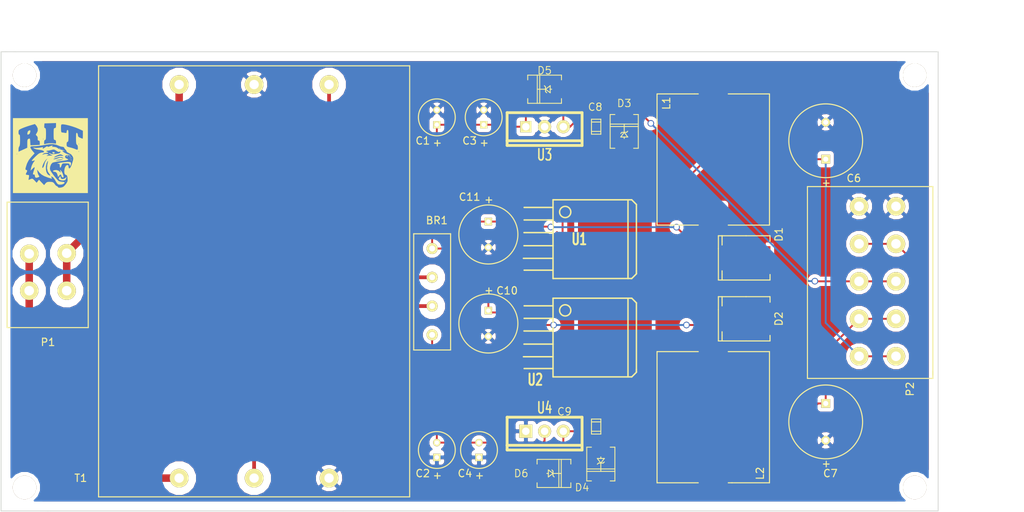
<source format=kicad_pcb>
(kicad_pcb (version 3) (host pcbnew "(2013-07-07 BZR 4022)-stable")

  (general
    (links 65)
    (no_connects 0)
    (area 156.524 113.990001 300.405714 186.376)
    (thickness 1.6)
    (drawings 11)
    (tracks 131)
    (zones 0)
    (modules 32)
    (nets 14)
  )

  (page A3)
  (layers
    (15 F.Cu signal)
    (0 B.Cu signal)
    (16 B.Adhes user)
    (17 F.Adhes user)
    (18 B.Paste user)
    (19 F.Paste user)
    (20 B.SilkS user)
    (21 F.SilkS user)
    (22 B.Mask user)
    (23 F.Mask user)
    (24 Dwgs.User user)
    (25 Cmts.User user)
    (26 Eco1.User user)
    (27 Eco2.User user)
    (28 Edge.Cuts user)
  )

  (setup
    (last_trace_width 0.254)
    (trace_clearance 0.254)
    (zone_clearance 0.508)
    (zone_45_only no)
    (trace_min 0.1524)
    (segment_width 0.2)
    (edge_width 0.1)
    (via_size 0.889)
    (via_drill 0.635)
    (via_min_size 0.508)
    (via_min_drill 0.3302)
    (uvia_size 0.508)
    (uvia_drill 0.127)
    (uvias_allowed no)
    (uvia_min_size 0.508)
    (uvia_min_drill 0.127)
    (pcb_text_width 0.3)
    (pcb_text_size 1.5 1.5)
    (mod_edge_width 0.15)
    (mod_text_size 1 1)
    (mod_text_width 0.15)
    (pad_size 1.524 1.524)
    (pad_drill 1.016)
    (pad_to_mask_clearance 0)
    (aux_axis_origin 0 0)
    (visible_elements 7FFFFFBF)
    (pcbplotparams
      (layerselection 284196865)
      (usegerberextensions true)
      (excludeedgelayer true)
      (linewidth 0.150000)
      (plotframeref false)
      (viasonmask false)
      (mode 1)
      (useauxorigin false)
      (hpglpennumber 1)
      (hpglpenspeed 20)
      (hpglpendiameter 15)
      (hpglpenoverlay 2)
      (psnegative false)
      (psa4output false)
      (plotreference true)
      (plotvalue true)
      (plotothertext true)
      (plotinvisibletext false)
      (padsonsilk false)
      (subtractmaskfromsilk false)
      (outputformat 1)
      (mirror false)
      (drillshape 0)
      (scaleselection 1)
      (outputdirectory "C:/Users/William/Documents/GitHub/P14345/hardware/design/Power Supply/Gerbers/"))
  )

  (net 0 "")
  (net 1 GND)
  (net 2 N-000001)
  (net 3 N-0000010)
  (net 4 N-0000011)
  (net 5 N-0000014)
  (net 6 N-000002)
  (net 7 N-000003)
  (net 8 N-000004)
  (net 9 N-000005)
  (net 10 N-000006)
  (net 11 N-000007)
  (net 12 N-000008)
  (net 13 N-000009)

  (net_class Default "This is the default net class."
    (clearance 0.254)
    (trace_width 0.254)
    (via_dia 0.889)
    (via_drill 0.635)
    (uvia_dia 0.508)
    (uvia_drill 0.127)
    (add_net "")
    (add_net GND)
    (add_net N-0000010)
    (add_net N-0000011)
    (add_net N-0000014)
    (add_net N-000003)
    (add_net N-000004)
    (add_net N-000005)
    (add_net N-000006)
    (add_net N-000009)
  )

  (net_class AC ""
    (clearance 1.016)
    (trace_width 1.016)
    (via_dia 0.889)
    (via_drill 0.635)
    (uvia_dia 0.508)
    (uvia_drill 0.127)
    (add_net N-000001)
    (add_net N-000002)
  )

  (net_class POWER ""
    (clearance 1.016)
    (trace_width 0.508)
    (via_dia 0.889)
    (via_drill 0.635)
    (uvia_dia 0.508)
    (uvia_drill 0.127)
    (add_net N-000007)
    (add_net N-000008)
  )

  (module TO263-5 (layer F.Cu) (tedit 534B38D4) (tstamp 534B2825)
    (at 231.14 146.05 270)
    (path /5341FABE)
    (attr smd)
    (fp_text reference U1 (at 0 -5.969 360) (layer F.SilkS)
      (effects (font (size 1.524 1.016) (thickness 0.254)))
    )
    (fp_text value LM2596SX-3.3 (at 0 -3.937 270) (layer F.SilkS) hide
      (effects (font (size 1.524 1.016) (thickness 0.254)))
    )
    (fp_line (start 4.20116 -2.4003) (end 4.20116 1.50114) (layer F.SilkS) (width 0.19812))
    (fp_line (start 2.60096 -2.4003) (end 2.60096 1.6002) (layer F.SilkS) (width 0.19812))
    (fp_line (start -4.30022 -2.4003) (end -4.30022 1.50114) (layer F.SilkS) (width 0.19812))
    (fp_line (start -2.60096 -2.4003) (end -2.60096 1.50114) (layer F.SilkS) (width 0.19812))
    (fp_line (start -0.889 -2.413) (end -0.889 1.524) (layer F.SilkS) (width 0.19812))
    (fp_line (start 0.889 1.524) (end 0.889 -2.413) (layer F.SilkS) (width 0.19812))
    (fp_circle (center -3.683 -4.064) (end -3.683 -3.302) (layer F.SilkS) (width 0.19812))
    (fp_line (start -5.334 -2.413) (end -5.334 -13.081) (layer F.SilkS) (width 0.19812))
    (fp_line (start -5.334 -13.081) (end -4.699 -13.716) (layer F.SilkS) (width 0.19812))
    (fp_line (start -4.699 -13.716) (end 4.318 -13.716) (layer F.SilkS) (width 0.19812))
    (fp_line (start 4.318 -13.716) (end 4.572 -13.716) (layer F.SilkS) (width 0.19812))
    (fp_line (start 4.572 -13.716) (end 4.699 -13.716) (layer F.SilkS) (width 0.19812))
    (fp_line (start 4.699 -13.716) (end 5.334 -13.081) (layer F.SilkS) (width 0.19812))
    (fp_line (start 5.334 -13.081) (end 5.334 -2.413) (layer F.SilkS) (width 0.19812))
    (fp_line (start -5.334 -2.413) (end 5.334 -2.413) (layer F.SilkS) (width 0.19812))
    (fp_line (start 5.334 -12.573) (end -5.334 -12.573) (layer F.SilkS) (width 0.19812))
    (pad 2 smd rect (at -1.69926 0 270) (size 1.143 2.286)
      (layers F.Cu F.Paste F.Mask)
      (net 5 N-0000014)
    )
    (pad 3 smd rect (at 0 -10.795 270) (size 10.80008 9.99998)
      (layers F.Cu F.Paste F.Mask)
      (net 1 GND)
    )
    (pad 4 smd rect (at 1.69926 0 270) (size 1.143 2.286)
      (layers F.Cu F.Paste F.Mask)
      (net 7 N-000003)
    )
    (pad 3 smd rect (at 0 0 270) (size 1.143 2.286)
      (layers F.Cu F.Paste F.Mask)
      (net 1 GND)
    )
    (pad 1 smd rect (at -3.40106 0 270) (size 1.143 2.286)
      (layers F.Cu F.Paste F.Mask)
      (net 4 N-0000011)
    )
    (pad 5 smd rect (at 3.40106 0 270) (size 1.143 2.286)
      (layers F.Cu F.Paste F.Mask)
      (net 1 GND)
    )
  )

  (module TO263-5 (layer F.Cu) (tedit 534C877B) (tstamp 534B283F)
    (at 231.14 159.385 270)
    (path /534183C1)
    (attr smd)
    (fp_text reference U2 (at 5.715 0 360) (layer F.SilkS)
      (effects (font (size 1.524 1.016) (thickness 0.254)))
    )
    (fp_text value LM2596S-5 (at -11.43 -5.715 270) (layer F.SilkS) hide
      (effects (font (size 1.524 1.016) (thickness 0.254)))
    )
    (fp_line (start 4.20116 -2.4003) (end 4.20116 1.50114) (layer F.SilkS) (width 0.19812))
    (fp_line (start 2.60096 -2.4003) (end 2.60096 1.6002) (layer F.SilkS) (width 0.19812))
    (fp_line (start -4.30022 -2.4003) (end -4.30022 1.50114) (layer F.SilkS) (width 0.19812))
    (fp_line (start -2.60096 -2.4003) (end -2.60096 1.50114) (layer F.SilkS) (width 0.19812))
    (fp_line (start -0.889 -2.413) (end -0.889 1.524) (layer F.SilkS) (width 0.19812))
    (fp_line (start 0.889 1.524) (end 0.889 -2.413) (layer F.SilkS) (width 0.19812))
    (fp_circle (center -3.683 -4.064) (end -3.683 -3.302) (layer F.SilkS) (width 0.19812))
    (fp_line (start -5.334 -2.413) (end -5.334 -13.081) (layer F.SilkS) (width 0.19812))
    (fp_line (start -5.334 -13.081) (end -4.699 -13.716) (layer F.SilkS) (width 0.19812))
    (fp_line (start -4.699 -13.716) (end 4.318 -13.716) (layer F.SilkS) (width 0.19812))
    (fp_line (start 4.318 -13.716) (end 4.572 -13.716) (layer F.SilkS) (width 0.19812))
    (fp_line (start 4.572 -13.716) (end 4.699 -13.716) (layer F.SilkS) (width 0.19812))
    (fp_line (start 4.699 -13.716) (end 5.334 -13.081) (layer F.SilkS) (width 0.19812))
    (fp_line (start 5.334 -13.081) (end 5.334 -2.413) (layer F.SilkS) (width 0.19812))
    (fp_line (start -5.334 -2.413) (end 5.334 -2.413) (layer F.SilkS) (width 0.19812))
    (fp_line (start 5.334 -12.573) (end -5.334 -12.573) (layer F.SilkS) (width 0.19812))
    (pad 2 smd rect (at -1.69926 0 270) (size 1.143 2.286)
      (layers F.Cu F.Paste F.Mask)
      (net 13 N-000009)
    )
    (pad 3 smd rect (at 0 -10.795 270) (size 10.80008 9.99998)
      (layers F.Cu F.Paste F.Mask)
      (net 1 GND)
    )
    (pad 4 smd rect (at 1.69926 0 270) (size 1.143 2.286)
      (layers F.Cu F.Paste F.Mask)
      (net 10 N-000006)
    )
    (pad 3 smd rect (at 0 0 270) (size 1.143 2.286)
      (layers F.Cu F.Paste F.Mask)
      (net 1 GND)
    )
    (pad 1 smd rect (at -3.40106 0 270) (size 1.143 2.286)
      (layers F.Cu F.Paste F.Mask)
      (net 4 N-0000011)
    )
    (pad 5 smd rect (at 3.40106 0 270) (size 1.143 2.286)
      (layers F.Cu F.Paste F.Mask)
      (net 1 GND)
    )
  )

  (module P0250NL (layer F.Cu) (tedit 534B39A6) (tstamp 534B2880)
    (at 255.27 135.255 180)
    (path /5341FB65)
    (fp_text reference L1 (at 6.35 7.62 270) (layer F.SilkS)
      (effects (font (size 1 1) (thickness 0.15)))
    )
    (fp_text value 47u (at 4.445 6.985 180) (layer F.SilkS) hide
      (effects (font (size 1 1) (thickness 0.15)))
    )
    (fp_line (start -2.032 8.89) (end -7.62 8.89) (layer F.SilkS) (width 0.15))
    (fp_line (start -7.62 8.89) (end -7.62 -8.89) (layer F.SilkS) (width 0.15))
    (fp_line (start -7.62 -8.89) (end -2.032 -8.89) (layer F.SilkS) (width 0.15))
    (fp_line (start 2.54 8.89) (end 2.032 8.89) (layer F.SilkS) (width 0.15))
    (fp_line (start 2.54 8.89) (end 7.62 8.89) (layer F.SilkS) (width 0.15))
    (fp_line (start 7.62 8.89) (end 7.62 -8.89) (layer F.SilkS) (width 0.15))
    (fp_line (start 7.62 -8.89) (end 2.032 -8.89) (layer F.SilkS) (width 0.15))
    (pad 1 smd rect (at 0 -7.62 180) (size 3.048 3.048)
      (layers F.Cu F.Paste F.Mask)
      (net 5 N-0000014)
    )
    (pad 2 smd rect (at 0 7.62 180) (size 3.048 3.048)
      (layers F.Cu F.Paste F.Mask)
      (net 7 N-000003)
    )
  )

  (module P0250NL (layer F.Cu) (tedit 534B3639) (tstamp 534B288D)
    (at 255.27 170.18)
    (path /534185F8)
    (fp_text reference L2 (at 6.35 7.62 90) (layer F.SilkS)
      (effects (font (size 1 1) (thickness 0.15)))
    )
    (fp_text value 47u (at 4.445 6.985 90) (layer F.SilkS) hide
      (effects (font (size 1 1) (thickness 0.15)))
    )
    (fp_line (start -2.032 8.89) (end -7.62 8.89) (layer F.SilkS) (width 0.15))
    (fp_line (start -7.62 8.89) (end -7.62 -8.89) (layer F.SilkS) (width 0.15))
    (fp_line (start -7.62 -8.89) (end -2.032 -8.89) (layer F.SilkS) (width 0.15))
    (fp_line (start 2.54 8.89) (end 2.032 8.89) (layer F.SilkS) (width 0.15))
    (fp_line (start 2.54 8.89) (end 7.62 8.89) (layer F.SilkS) (width 0.15))
    (fp_line (start 7.62 8.89) (end 7.62 -8.89) (layer F.SilkS) (width 0.15))
    (fp_line (start 7.62 -8.89) (end 2.032 -8.89) (layer F.SilkS) (width 0.15))
    (pad 1 smd rect (at 0 -7.62) (size 3.048 3.048)
      (layers F.Cu F.Paste F.Mask)
      (net 13 N-000009)
    )
    (pad 2 smd rect (at 0 7.62) (size 3.048 3.048)
      (layers F.Cu F.Paste F.Mask)
      (net 10 N-000006)
    )
  )

  (module KBPM (layer F.Cu) (tedit 534B2CC0) (tstamp 534B2899)
    (at 217.17 147.32 270)
    (path /5349CF02)
    (fp_text reference BR1 (at -3.81 -0.635 360) (layer F.SilkS)
      (effects (font (size 1 1) (thickness 0.15)))
    )
    (fp_text value 2KBP06M-E4/45 (at 5.715 -3.81 270) (layer F.SilkS) hide
      (effects (font (size 1 1) (thickness 0.15)))
    )
    (fp_line (start -2 -2.5) (end 13.75 -2.5) (layer F.SilkS) (width 0.15))
    (fp_line (start 13.75 -2.5) (end 13.75 2.5) (layer F.SilkS) (width 0.15))
    (fp_line (start 13.75 2.5) (end -2 2.5) (layer F.SilkS) (width 0.15))
    (fp_line (start -2 2.5) (end -2 -2.5) (layer F.SilkS) (width 0.15))
    (pad 4 thru_hole circle (at 11.7 0 270) (size 1.5 1.5) (drill 0.8)
      (layers *.Cu *.Mask F.SilkS)
      (net 3 N-0000010)
    )
    (pad 3 thru_hole circle (at 7.8 0 270) (size 1.5 1.5) (drill 0.8)
      (layers *.Cu *.Mask F.SilkS)
      (net 11 N-000007)
    )
    (pad 2 thru_hole circle (at 3.9 0 270) (size 1.5 1.5) (drill 0.8)
      (layers *.Cu *.Mask F.SilkS)
      (net 12 N-000008)
    )
    (pad 1 thru_hole circle (at 0 0 270) (size 1.5 1.5) (drill 0.8)
      (layers *.Cu *.Mask F.SilkS)
      (net 4 N-0000011)
    )
  )

  (module "DO-214AC(SMA)" (layer F.Cu) (tedit 534B31A1) (tstamp 534B28B1)
    (at 243.205 131.445 90)
    (descr "DO-214AC (SMA)  PACKAGE.")
    (tags "DO-214AC SMA")
    (path /53417447)
    (attr smd)
    (fp_text reference D3 (at 3.81 0 180) (layer F.SilkS)
      (effects (font (size 1.00076 1.00076) (thickness 0.11938)))
    )
    (fp_text value S1A (at 0 2.79908 90) (layer F.SilkS) hide
      (effects (font (size 1.00076 1.00076) (thickness 0.11938)))
    )
    (fp_line (start -0.762 0) (end -0.9652 0) (layer F.SilkS) (width 0.127))
    (fp_line (start -2.286 -1.905) (end 2.286 -1.905) (layer F.SilkS) (width 0.127))
    (fp_line (start 2.286 -1.905) (end 2.286 -1.27) (layer F.SilkS) (width 0.127))
    (fp_line (start 0.6604 1.905) (end 0.6604 -1.905) (layer F.SilkS) (width 0.127))
    (fp_line (start 0.9906 1.905) (end 0.9906 -1.905) (layer F.SilkS) (width 0.127))
    (fp_line (start -2.286 1.27) (end -2.286 1.905) (layer F.SilkS) (width 0.127))
    (fp_line (start -2.286 1.905) (end 2.286 1.905) (layer F.SilkS) (width 0.127))
    (fp_line (start 2.286 1.905) (end 2.286 1.27) (layer F.SilkS) (width 0.127))
    (fp_line (start -2.286 -1.27) (end -2.286 -1.905) (layer F.SilkS) (width 0.127))
    (fp_line (start -0.127 0) (end -0.762 -0.47498) (layer F.SilkS) (width 0.127))
    (fp_line (start -0.762 -0.47498) (end -0.762 0) (layer F.SilkS) (width 0.127))
    (fp_line (start -0.762 0) (end -0.762 0.47498) (layer F.SilkS) (width 0.127))
    (fp_line (start -0.762 0.47498) (end -0.127 0) (layer F.SilkS) (width 0.127))
    (fp_line (start -0.127 0) (end -0.127 -0.3175) (layer F.SilkS) (width 0.127))
    (fp_line (start -0.127 -0.3175) (end -0.28448 -0.47498) (layer F.SilkS) (width 0.127))
    (fp_line (start -0.127 0) (end -0.127 0.3175) (layer F.SilkS) (width 0.127))
    (fp_line (start -0.127 0.3175) (end 0.03048 0.47498) (layer F.SilkS) (width 0.127))
    (fp_line (start -0.127 0) (end 0.98298 0) (layer F.SilkS) (width 0.127))
    (pad 1 smd rect (at -1.89992 0 90) (size 1.6002 2.19964)
      (layers F.Cu F.Paste F.Mask)
      (net 1 GND)
    )
    (pad 2 smd rect (at 1.89992 0 90) (size 1.6002 2.19964)
      (layers F.Cu F.Paste F.Mask)
      (net 8 N-000004)
    )
    (model smd/do214.wrl
      (at (xyz 0 0 0))
      (scale (xyz 0.95 0.95 0.95))
      (rotate (xyz 0 0 0))
    )
  )

  (module "DO-214AC(SMA)" (layer F.Cu) (tedit 534B3924) (tstamp 534B28C9)
    (at 233.68 177.8)
    (descr "DO-214AC (SMA)  PACKAGE.")
    (tags "DO-214AC SMA")
    (path /534985F6)
    (attr smd)
    (fp_text reference D6 (at -4.445 0) (layer F.SilkS)
      (effects (font (size 1.00076 1.00076) (thickness 0.11938)))
    )
    (fp_text value S1A (at 0 2.79908) (layer F.SilkS) hide
      (effects (font (size 1.00076 1.00076) (thickness 0.11938)))
    )
    (fp_line (start -0.762 0) (end -0.9652 0) (layer F.SilkS) (width 0.127))
    (fp_line (start -2.286 -1.905) (end 2.286 -1.905) (layer F.SilkS) (width 0.127))
    (fp_line (start 2.286 -1.905) (end 2.286 -1.27) (layer F.SilkS) (width 0.127))
    (fp_line (start 0.6604 1.905) (end 0.6604 -1.905) (layer F.SilkS) (width 0.127))
    (fp_line (start 0.9906 1.905) (end 0.9906 -1.905) (layer F.SilkS) (width 0.127))
    (fp_line (start -2.286 1.27) (end -2.286 1.905) (layer F.SilkS) (width 0.127))
    (fp_line (start -2.286 1.905) (end 2.286 1.905) (layer F.SilkS) (width 0.127))
    (fp_line (start 2.286 1.905) (end 2.286 1.27) (layer F.SilkS) (width 0.127))
    (fp_line (start -2.286 -1.27) (end -2.286 -1.905) (layer F.SilkS) (width 0.127))
    (fp_line (start -0.127 0) (end -0.762 -0.47498) (layer F.SilkS) (width 0.127))
    (fp_line (start -0.762 -0.47498) (end -0.762 0) (layer F.SilkS) (width 0.127))
    (fp_line (start -0.762 0) (end -0.762 0.47498) (layer F.SilkS) (width 0.127))
    (fp_line (start -0.762 0.47498) (end -0.127 0) (layer F.SilkS) (width 0.127))
    (fp_line (start -0.127 0) (end -0.127 -0.3175) (layer F.SilkS) (width 0.127))
    (fp_line (start -0.127 -0.3175) (end -0.28448 -0.47498) (layer F.SilkS) (width 0.127))
    (fp_line (start -0.127 0) (end -0.127 0.3175) (layer F.SilkS) (width 0.127))
    (fp_line (start -0.127 0.3175) (end 0.03048 0.47498) (layer F.SilkS) (width 0.127))
    (fp_line (start -0.127 0) (end 0.98298 0) (layer F.SilkS) (width 0.127))
    (pad 1 smd rect (at -1.89992 0) (size 1.6002 2.19964)
      (layers F.Cu F.Paste F.Mask)
      (net 3 N-0000010)
    )
    (pad 2 smd rect (at 1.89992 0) (size 1.6002 2.19964)
      (layers F.Cu F.Paste F.Mask)
      (net 9 N-000005)
    )
    (model smd/do214.wrl
      (at (xyz 0 0 0))
      (scale (xyz 0.95 0.95 0.95))
      (rotate (xyz 0 0 0))
    )
  )

  (module "DO-214AC(SMA)" (layer F.Cu) (tedit 534B308D) (tstamp 534B28E1)
    (at 232.41 125.73 180)
    (descr "DO-214AC (SMA)  PACKAGE.")
    (tags "DO-214AC SMA")
    (path /534985E0)
    (attr smd)
    (fp_text reference D5 (at 0 2.54 180) (layer F.SilkS)
      (effects (font (size 1.00076 1.00076) (thickness 0.11938)))
    )
    (fp_text value S1A (at 0 2.79908 180) (layer F.SilkS) hide
      (effects (font (size 1.00076 1.00076) (thickness 0.11938)))
    )
    (fp_line (start -0.762 0) (end -0.9652 0) (layer F.SilkS) (width 0.127))
    (fp_line (start -2.286 -1.905) (end 2.286 -1.905) (layer F.SilkS) (width 0.127))
    (fp_line (start 2.286 -1.905) (end 2.286 -1.27) (layer F.SilkS) (width 0.127))
    (fp_line (start 0.6604 1.905) (end 0.6604 -1.905) (layer F.SilkS) (width 0.127))
    (fp_line (start 0.9906 1.905) (end 0.9906 -1.905) (layer F.SilkS) (width 0.127))
    (fp_line (start -2.286 1.27) (end -2.286 1.905) (layer F.SilkS) (width 0.127))
    (fp_line (start -2.286 1.905) (end 2.286 1.905) (layer F.SilkS) (width 0.127))
    (fp_line (start 2.286 1.905) (end 2.286 1.27) (layer F.SilkS) (width 0.127))
    (fp_line (start -2.286 -1.27) (end -2.286 -1.905) (layer F.SilkS) (width 0.127))
    (fp_line (start -0.127 0) (end -0.762 -0.47498) (layer F.SilkS) (width 0.127))
    (fp_line (start -0.762 -0.47498) (end -0.762 0) (layer F.SilkS) (width 0.127))
    (fp_line (start -0.762 0) (end -0.762 0.47498) (layer F.SilkS) (width 0.127))
    (fp_line (start -0.762 0.47498) (end -0.127 0) (layer F.SilkS) (width 0.127))
    (fp_line (start -0.127 0) (end -0.127 -0.3175) (layer F.SilkS) (width 0.127))
    (fp_line (start -0.127 -0.3175) (end -0.28448 -0.47498) (layer F.SilkS) (width 0.127))
    (fp_line (start -0.127 0) (end -0.127 0.3175) (layer F.SilkS) (width 0.127))
    (fp_line (start -0.127 0.3175) (end 0.03048 0.47498) (layer F.SilkS) (width 0.127))
    (fp_line (start -0.127 0) (end 0.98298 0) (layer F.SilkS) (width 0.127))
    (pad 1 smd rect (at -1.89992 0 180) (size 1.6002 2.19964)
      (layers F.Cu F.Paste F.Mask)
      (net 8 N-000004)
    )
    (pad 2 smd rect (at 1.89992 0 180) (size 1.6002 2.19964)
      (layers F.Cu F.Paste F.Mask)
      (net 4 N-0000011)
    )
    (model smd/do214.wrl
      (at (xyz 0 0 0))
      (scale (xyz 0.95 0.95 0.95))
      (rotate (xyz 0 0 0))
    )
  )

  (module "DO-214AC(SMA)" (layer F.Cu) (tedit 534B3921) (tstamp 534B28F9)
    (at 240.03 176.53 270)
    (descr "DO-214AC (SMA)  PACKAGE.")
    (tags "DO-214AC SMA")
    (path /53417456)
    (attr smd)
    (fp_text reference D4 (at 3.175 2.54 360) (layer F.SilkS)
      (effects (font (size 1.00076 1.00076) (thickness 0.11938)))
    )
    (fp_text value S1A (at 0 2.79908 270) (layer F.SilkS) hide
      (effects (font (size 1.00076 1.00076) (thickness 0.11938)))
    )
    (fp_line (start -0.762 0) (end -0.9652 0) (layer F.SilkS) (width 0.127))
    (fp_line (start -2.286 -1.905) (end 2.286 -1.905) (layer F.SilkS) (width 0.127))
    (fp_line (start 2.286 -1.905) (end 2.286 -1.27) (layer F.SilkS) (width 0.127))
    (fp_line (start 0.6604 1.905) (end 0.6604 -1.905) (layer F.SilkS) (width 0.127))
    (fp_line (start 0.9906 1.905) (end 0.9906 -1.905) (layer F.SilkS) (width 0.127))
    (fp_line (start -2.286 1.27) (end -2.286 1.905) (layer F.SilkS) (width 0.127))
    (fp_line (start -2.286 1.905) (end 2.286 1.905) (layer F.SilkS) (width 0.127))
    (fp_line (start 2.286 1.905) (end 2.286 1.27) (layer F.SilkS) (width 0.127))
    (fp_line (start -2.286 -1.27) (end -2.286 -1.905) (layer F.SilkS) (width 0.127))
    (fp_line (start -0.127 0) (end -0.762 -0.47498) (layer F.SilkS) (width 0.127))
    (fp_line (start -0.762 -0.47498) (end -0.762 0) (layer F.SilkS) (width 0.127))
    (fp_line (start -0.762 0) (end -0.762 0.47498) (layer F.SilkS) (width 0.127))
    (fp_line (start -0.762 0.47498) (end -0.127 0) (layer F.SilkS) (width 0.127))
    (fp_line (start -0.127 0) (end -0.127 -0.3175) (layer F.SilkS) (width 0.127))
    (fp_line (start -0.127 -0.3175) (end -0.28448 -0.47498) (layer F.SilkS) (width 0.127))
    (fp_line (start -0.127 0) (end -0.127 0.3175) (layer F.SilkS) (width 0.127))
    (fp_line (start -0.127 0.3175) (end 0.03048 0.47498) (layer F.SilkS) (width 0.127))
    (fp_line (start -0.127 0) (end 0.98298 0) (layer F.SilkS) (width 0.127))
    (pad 1 smd rect (at -1.89992 0 270) (size 1.6002 2.19964)
      (layers F.Cu F.Paste F.Mask)
      (net 9 N-000005)
    )
    (pad 2 smd rect (at 1.89992 0 270) (size 1.6002 2.19964)
      (layers F.Cu F.Paste F.Mask)
      (net 1 GND)
    )
    (model smd/do214.wrl
      (at (xyz 0 0 0))
      (scale (xyz 0.95 0.95 0.95))
      (rotate (xyz 0 0 0))
    )
  )

  (module "DO-214AB(SMC)" (layer F.Cu) (tedit 534C8783) (tstamp 534B290D)
    (at 259.715 148.59 180)
    (path /5341FBF4)
    (fp_text reference D1 (at -4.445 3.175 270) (layer F.SilkS)
      (effects (font (size 1 1) (thickness 0.15)))
    )
    (fp_text value SK33 (at -0.0254 -2.5908 180) (layer F.SilkS) hide
      (effects (font (size 1 1) (thickness 0.15)))
    )
    (fp_line (start 3.25 -2.25) (end 3.25 -1.75) (layer F.SilkS) (width 0.15))
    (fp_line (start 3.25 2.25) (end 3.25 1.75) (layer F.SilkS) (width 0.15))
    (fp_line (start 3.25 3) (end 3.75 3) (layer F.SilkS) (width 0.15))
    (fp_line (start 3.75 3) (end 3.75 1.25) (layer F.SilkS) (width 0.15))
    (fp_line (start 3.75 1.25) (end 3.75 -3) (layer F.SilkS) (width 0.15))
    (fp_line (start 3.75 -3) (end 3.25 -3) (layer F.SilkS) (width 0.15))
    (fp_line (start 0 3) (end 3.25 3) (layer F.SilkS) (width 0.15))
    (fp_line (start 3.25 3) (end 3.25 2.25) (layer F.SilkS) (width 0.15))
    (fp_line (start 0 3) (end -3.25 3) (layer F.SilkS) (width 0.15))
    (fp_line (start -3.25 3) (end -3.25 2.25) (layer F.SilkS) (width 0.15))
    (fp_line (start 0 -3) (end 3.25 -3) (layer F.SilkS) (width 0.15))
    (fp_line (start 3.25 -3) (end 3.25 -2.25) (layer F.SilkS) (width 0.15))
    (fp_line (start 0 -3) (end -3.25 -3) (layer F.SilkS) (width 0.15))
    (fp_line (start -3.25 -3) (end -3.25 -2.25) (layer F.SilkS) (width 0.15))
    (pad 1 smd rect (at -2.413 0 180) (size 1.778 3.175)
      (layers F.Cu F.Paste F.Mask)
      (net 1 GND)
    )
    (pad 2 smd rect (at 2.413 0 180) (size 1.778 3.175)
      (layers F.Cu F.Paste F.Mask)
      (net 5 N-0000014)
    )
  )

  (module "DO-214AB(SMC)" (layer F.Cu) (tedit 534B3471) (tstamp 534B2921)
    (at 259.715 156.845 180)
    (path /5341855A)
    (fp_text reference D2 (at -4.445 0 270) (layer F.SilkS)
      (effects (font (size 1 1) (thickness 0.15)))
    )
    (fp_text value SK33 (at 0 4.25 180) (layer F.SilkS) hide
      (effects (font (size 1 1) (thickness 0.15)))
    )
    (fp_line (start 3.25 -2.25) (end 3.25 -1.75) (layer F.SilkS) (width 0.15))
    (fp_line (start 3.25 2.25) (end 3.25 1.75) (layer F.SilkS) (width 0.15))
    (fp_line (start 3.25 3) (end 3.75 3) (layer F.SilkS) (width 0.15))
    (fp_line (start 3.75 3) (end 3.75 1.25) (layer F.SilkS) (width 0.15))
    (fp_line (start 3.75 1.25) (end 3.75 -3) (layer F.SilkS) (width 0.15))
    (fp_line (start 3.75 -3) (end 3.25 -3) (layer F.SilkS) (width 0.15))
    (fp_line (start 0 3) (end 3.25 3) (layer F.SilkS) (width 0.15))
    (fp_line (start 3.25 3) (end 3.25 2.25) (layer F.SilkS) (width 0.15))
    (fp_line (start 0 3) (end -3.25 3) (layer F.SilkS) (width 0.15))
    (fp_line (start -3.25 3) (end -3.25 2.25) (layer F.SilkS) (width 0.15))
    (fp_line (start 0 -3) (end 3.25 -3) (layer F.SilkS) (width 0.15))
    (fp_line (start 3.25 -3) (end 3.25 -2.25) (layer F.SilkS) (width 0.15))
    (fp_line (start 0 -3) (end -3.25 -3) (layer F.SilkS) (width 0.15))
    (fp_line (start -3.25 -3) (end -3.25 -2.25) (layer F.SilkS) (width 0.15))
    (pad 1 smd rect (at -2.413 0 180) (size 1.778 3.175)
      (layers F.Cu F.Paste F.Mask)
      (net 1 GND)
    )
    (pad 2 smd rect (at 2.413 0 180) (size 1.778 3.175)
      (layers F.Cu F.Paste F.Mask)
      (net 13 N-000009)
    )
  )

  (module c_0805 (layer F.Cu) (tedit 534B3119) (tstamp 534B292D)
    (at 239.395 130.81 90)
    (descr "SMT capacitor, 0805")
    (path /53417425)
    (fp_text reference C8 (at 2.667 -0.127 180) (layer F.SilkS)
      (effects (font (size 1 1) (thickness 0.125)))
    )
    (fp_text value 0.1u (at 0 0.9906 90) (layer F.SilkS) hide
      (effects (font (size 0.29972 0.29972) (thickness 0.06096)))
    )
    (fp_line (start 0.635 -0.635) (end 0.635 0.635) (layer F.SilkS) (width 0.127))
    (fp_line (start -0.635 -0.635) (end -0.635 0.6096) (layer F.SilkS) (width 0.127))
    (fp_line (start -1.016 -0.635) (end 1.016 -0.635) (layer F.SilkS) (width 0.127))
    (fp_line (start 1.016 -0.635) (end 1.016 0.635) (layer F.SilkS) (width 0.127))
    (fp_line (start 1.016 0.635) (end -1.016 0.635) (layer F.SilkS) (width 0.127))
    (fp_line (start -1.016 0.635) (end -1.016 -0.635) (layer F.SilkS) (width 0.127))
    (pad 1 smd rect (at 0.9525 0 90) (size 1.30048 1.4986)
      (layers F.Cu F.Paste F.Mask)
      (net 8 N-000004)
    )
    (pad 2 smd rect (at -0.9525 0 90) (size 1.30048 1.4986)
      (layers F.Cu F.Paste F.Mask)
      (net 1 GND)
    )
    (model smd/capacitors/c_0805.wrl
      (at (xyz 0 0 0))
      (scale (xyz 1 1 1))
      (rotate (xyz 0 0 0))
    )
  )

  (module c_0805 (layer F.Cu) (tedit 534B390C) (tstamp 534B2939)
    (at 239.395 171.45 90)
    (descr "SMT capacitor, 0805")
    (path /53417434)
    (fp_text reference C9 (at 2.032 -4.2926 180) (layer F.SilkS)
      (effects (font (size 1 1) (thickness 0.125)))
    )
    (fp_text value 0.1u (at 0 0.9906 90) (layer F.SilkS) hide
      (effects (font (size 0.29972 0.29972) (thickness 0.06096)))
    )
    (fp_line (start 0.635 -0.635) (end 0.635 0.635) (layer F.SilkS) (width 0.127))
    (fp_line (start -0.635 -0.635) (end -0.635 0.6096) (layer F.SilkS) (width 0.127))
    (fp_line (start -1.016 -0.635) (end 1.016 -0.635) (layer F.SilkS) (width 0.127))
    (fp_line (start 1.016 -0.635) (end 1.016 0.635) (layer F.SilkS) (width 0.127))
    (fp_line (start 1.016 0.635) (end -1.016 0.635) (layer F.SilkS) (width 0.127))
    (fp_line (start -1.016 0.635) (end -1.016 -0.635) (layer F.SilkS) (width 0.127))
    (pad 1 smd rect (at 0.9525 0 90) (size 1.30048 1.4986)
      (layers F.Cu F.Paste F.Mask)
      (net 1 GND)
    )
    (pad 2 smd rect (at -0.9525 0 90) (size 1.30048 1.4986)
      (layers F.Cu F.Paste F.Mask)
      (net 9 N-000005)
    )
    (model smd/capacitors/c_0805.wrl
      (at (xyz 0 0 0))
      (scale (xyz 1 1 1))
      (rotate (xyz 0 0 0))
    )
  )

  (module "C(8x15x3.5)_DLS" (layer F.Cu) (tedit 534C8639) (tstamp 534B294D)
    (at 224.79 145.415 270)
    (path /53497DBE)
    (fp_text reference C11 (at -5.08 2.54 360) (layer F.SilkS)
      (effects (font (size 1 1) (thickness 0.15)))
    )
    (fp_text value 120u/35V (at 0 5.25 270) (layer F.SilkS) hide
      (effects (font (size 1 1) (thickness 0.15)))
    )
    (fp_text user + (at -4.6736 0 270) (layer F.SilkS)
      (effects (font (size 1 1) (thickness 0.15)))
    )
    (fp_circle (center 0 0) (end 4 0) (layer F.SilkS) (width 0.15))
    (pad 1 thru_hole rect (at -1.75 0 270) (size 1 1) (drill 0.6)
      (layers *.Cu *.Mask F.SilkS)
      (net 4 N-0000011)
    )
    (pad 2 thru_hole circle (at 1.75 0 270) (size 1 1) (drill 0.6)
      (layers *.Cu *.Mask F.SilkS)
      (net 1 GND)
    )
  )

  (module "C(8x15x3.5)_DLS" (layer F.Cu) (tedit 534C8634) (tstamp 534B2955)
    (at 224.79 157.48 270)
    (path /53497DCD)
    (fp_text reference C10 (at -4.445 -2.54 360) (layer F.SilkS)
      (effects (font (size 1 1) (thickness 0.15)))
    )
    (fp_text value 120u/35V (at 0 2.54 270) (layer F.SilkS) hide
      (effects (font (size 1 1) (thickness 0.15)))
    )
    (fp_text user + (at -4.445 0 270) (layer F.SilkS)
      (effects (font (size 1 1) (thickness 0.15)))
    )
    (fp_circle (center 0 0) (end 4 0) (layer F.SilkS) (width 0.15))
    (pad 1 thru_hole rect (at -1.75 0 270) (size 1 1) (drill 0.6)
      (layers *.Cu *.Mask F.SilkS)
      (net 4 N-0000011)
    )
    (pad 2 thru_hole circle (at 1.75 0 270) (size 1 1) (drill 0.6)
      (layers *.Cu *.Mask F.SilkS)
      (net 1 GND)
    )
  )

  (module "C(5x11x2)_DLS" (layer F.Cu) (tedit 534B2D53) (tstamp 534B295D)
    (at 223.52 174.625 90)
    (path /53417109)
    (fp_text reference C4 (at -3.175 -1.905 180) (layer F.SilkS)
      (effects (font (size 1 1) (thickness 0.15)))
    )
    (fp_text value .47u (at 3.81 0 180) (layer F.SilkS) hide
      (effects (font (size 1 1) (thickness 0.15)))
    )
    (fp_text user + (at -3.5 0 90) (layer F.SilkS)
      (effects (font (size 1 1) (thickness 0.15)))
    )
    (fp_circle (center 0 0) (end 2.5 0) (layer F.SilkS) (width 0.15))
    (pad 1 thru_hole rect (at -1 0 90) (size 1 1) (drill 0.6)
      (layers *.Cu *.Mask F.SilkS)
      (net 1 GND)
    )
    (pad 2 thru_hole circle (at 1 0 90) (size 1 1) (drill 0.6)
      (layers *.Cu *.Mask F.SilkS)
      (net 3 N-0000010)
    )
    (model "C:/Users/William/Desktop/cap test.wrl"
      (at (xyz 0 0 0))
      (scale (xyz 0.393 0.393 0.393))
      (rotate (xyz 270 0 0))
    )
  )

  (module "C(5x11x2)_DLS" (layer F.Cu) (tedit 534B2CB7) (tstamp 534B2965)
    (at 217.805 174.625 90)
    (path /534170FA)
    (fp_text reference C2 (at -3.175 -1.905 180) (layer F.SilkS)
      (effects (font (size 1 1) (thickness 0.15)))
    )
    (fp_text value .47u (at 3.81 0 180) (layer F.SilkS) hide
      (effects (font (size 1 1) (thickness 0.15)))
    )
    (fp_text user + (at -3.5 0 90) (layer F.SilkS)
      (effects (font (size 1 1) (thickness 0.15)))
    )
    (fp_circle (center 0 0) (end 2.5 0) (layer F.SilkS) (width 0.15))
    (pad 1 thru_hole rect (at -1 0 90) (size 1 1) (drill 0.6)
      (layers *.Cu *.Mask F.SilkS)
      (net 1 GND)
    )
    (pad 2 thru_hole circle (at 1 0 90) (size 1 1) (drill 0.6)
      (layers *.Cu *.Mask F.SilkS)
      (net 3 N-0000010)
    )
    (model "C:/Users/William/Desktop/cap test.wrl"
      (at (xyz 0 0 0))
      (scale (xyz 0.393 0.393 0.393))
      (rotate (xyz 270 0 0))
    )
  )

  (module "C(5x11x2)_DLS" (layer F.Cu) (tedit 534B2D29) (tstamp 534B296D)
    (at 224.155 129.54 90)
    (path /534170EB)
    (fp_text reference C3 (at -3.175 -1.905 180) (layer F.SilkS)
      (effects (font (size 1 1) (thickness 0.15)))
    )
    (fp_text value .47u (at 3.81 -0.635 180) (layer F.SilkS) hide
      (effects (font (size 1 1) (thickness 0.15)))
    )
    (fp_text user + (at -3.5 0 90) (layer F.SilkS)
      (effects (font (size 1 1) (thickness 0.15)))
    )
    (fp_circle (center 0 0) (end 2.5 0) (layer F.SilkS) (width 0.15))
    (pad 1 thru_hole rect (at -1 0 90) (size 1 1) (drill 0.6)
      (layers *.Cu *.Mask F.SilkS)
      (net 4 N-0000011)
    )
    (pad 2 thru_hole circle (at 1 0 90) (size 1 1) (drill 0.6)
      (layers *.Cu *.Mask F.SilkS)
      (net 1 GND)
    )
    (model "C:/Users/William/Desktop/cap test.wrl"
      (at (xyz 0 0 0))
      (scale (xyz 0.393 0.393 0.393))
      (rotate (xyz 270 0 0))
    )
  )

  (module "C(5x11x2)_DLS" (layer F.Cu) (tedit 534B2D23) (tstamp 534B2975)
    (at 217.805 129.54 90)
    (path /534170DC)
    (fp_text reference C1 (at -3.175 -1.905 180) (layer F.SilkS)
      (effects (font (size 1 1) (thickness 0.15)))
    )
    (fp_text value .47u (at 3.81 0 180) (layer F.SilkS) hide
      (effects (font (size 1 1) (thickness 0.15)))
    )
    (fp_text user + (at -3.5 0 90) (layer F.SilkS)
      (effects (font (size 1 1) (thickness 0.15)))
    )
    (fp_circle (center 0 0) (end 2.5 0) (layer F.SilkS) (width 0.15))
    (pad 1 thru_hole rect (at -1 0 90) (size 1 1) (drill 0.6)
      (layers *.Cu *.Mask F.SilkS)
      (net 4 N-0000011)
    )
    (pad 2 thru_hole circle (at 1 0 90) (size 1 1) (drill 0.6)
      (layers *.Cu *.Mask F.SilkS)
      (net 1 GND)
    )
    (model "C:/Users/William/Desktop/cap test.wrl"
      (at (xyz 0 0 0))
      (scale (xyz 0.393 0.393 0.393))
      (rotate (xyz 270 0 0))
    )
  )

  (module "C(10x20x5)_DLS" (layer F.Cu) (tedit 534C8733) (tstamp 534B297D)
    (at 270.51 170.815 270)
    (path /53418647)
    (fp_text reference C7 (at 6.985 -0.635 360) (layer F.SilkS)
      (effects (font (size 1 1) (thickness 0.15)))
    )
    (fp_text value 330u/25V (at 9 6.5 270) (layer F.SilkS) hide
      (effects (font (size 1 1) (thickness 0.15)))
    )
    (fp_text user + (at 5.715 0 270) (layer F.SilkS)
      (effects (font (size 1 1) (thickness 0.15)))
    )
    (fp_circle (center 0 0) (end 5 0) (layer F.SilkS) (width 0.15))
    (pad 1 thru_hole rect (at -2.5 0 270) (size 1.2 1.2) (drill 0.7)
      (layers *.Cu *.Mask F.SilkS)
      (net 10 N-000006)
    )
    (pad 2 thru_hole circle (at 2.5 0 270) (size 1.2 1.2) (drill 0.7)
      (layers *.Cu *.Mask F.SilkS)
      (net 1 GND)
    )
  )

  (module "C(10x20x5)_DLS" (layer F.Cu) (tedit 534B39CE) (tstamp 534B2985)
    (at 270.51 132.715 90)
    (path /5341FE66)
    (fp_text reference C6 (at -5.08 3.81 180) (layer F.SilkS)
      (effects (font (size 1 1) (thickness 0.15)))
    )
    (fp_text value 330u/25V (at 9 6.5 90) (layer F.SilkS) hide
      (effects (font (size 1 1) (thickness 0.15)))
    )
    (fp_text user + (at -5.75 0 90) (layer F.SilkS)
      (effects (font (size 1 1) (thickness 0.15)))
    )
    (fp_circle (center 0 0) (end 5 0) (layer F.SilkS) (width 0.15))
    (pad 1 thru_hole rect (at -2.5 0 90) (size 1.2 1.2) (drill 0.7)
      (layers *.Cu *.Mask F.SilkS)
      (net 7 N-000003)
    )
    (pad 2 thru_hole circle (at 2.5 0 90) (size 1.2 1.2) (drill 0.7)
      (layers *.Cu *.Mask F.SilkS)
      (net 1 GND)
    )
  )

  (module 1905010_5POS (layer F.Cu) (tedit 534C872B) (tstamp 534B2999)
    (at 280.035 161.925 90)
    (path /53499848)
    (fp_text reference P2 (at -4.445 1.905 90) (layer F.SilkS)
      (effects (font (size 1 1) (thickness 0.15)))
    )
    (fp_text value CONN_5 (at -9.4488 -0.7366 90) (layer F.SilkS) hide
      (effects (font (size 1 1) (thickness 0.15)))
    )
    (fp_line (start 23 5) (end 23 -12) (layer F.SilkS) (width 0.15))
    (fp_line (start 23 -12) (end -2 -12) (layer F.SilkS) (width 0.15))
    (fp_line (start -2 -12) (end -3 -12) (layer F.SilkS) (width 0.15))
    (fp_line (start -3 -12) (end -3 5) (layer F.SilkS) (width 0.15))
    (fp_line (start -3 5) (end -2 5) (layer F.SilkS) (width 0.15))
    (fp_line (start -2.54 5) (end 23 5) (layer F.SilkS) (width 0.15))
    (pad 1 thru_hole circle (at 0 0 90) (size 2.5 2.5) (drill 1.3)
      (layers *.Cu *.Mask F.SilkS)
      (net 7 N-000003)
    )
    (pad 2 thru_hole circle (at 5.08 0 90) (size 2.5 2.5) (drill 1.3)
      (layers *.Cu *.Mask F.SilkS)
      (net 10 N-000006)
    )
    (pad 3 thru_hole circle (at 10.16 0 90) (size 2.5 2.5) (drill 1.3)
      (layers *.Cu *.Mask F.SilkS)
      (net 8 N-000004)
    )
    (pad 4 thru_hole circle (at 15.24 0 90) (size 2.5 2.5) (drill 1.3)
      (layers *.Cu *.Mask F.SilkS)
      (net 9 N-000005)
    )
    (pad 5 thru_hole circle (at 20.32 0 90) (size 2.5 2.5) (drill 1.3)
      (layers *.Cu *.Mask F.SilkS)
      (net 1 GND)
    )
    (pad 1 thru_hole circle (at 0 -5 90) (size 2.5 2.5) (drill 1.3)
      (layers *.Cu *.Mask F.SilkS)
      (net 7 N-000003)
    )
    (pad 2 thru_hole circle (at 5.08 -5 90) (size 2.5 2.5) (drill 1.3)
      (layers *.Cu *.Mask F.SilkS)
      (net 10 N-000006)
    )
    (pad 3 thru_hole circle (at 10.16 -5 90) (size 2.5 2.5) (drill 1.3)
      (layers *.Cu *.Mask F.SilkS)
      (net 8 N-000004)
    )
    (pad 4 thru_hole circle (at 15.24 -5 90) (size 2.5 2.5) (drill 1.3)
      (layers *.Cu *.Mask F.SilkS)
      (net 9 N-000005)
    )
    (pad 5 thru_hole circle (at 20.32 -5 90) (size 2.5 2.5) (drill 1.3)
      (layers *.Cu *.Mask F.SilkS)
      (net 1 GND)
    )
  )

  (module 1905010_2POS (layer F.Cu) (tedit 534B3C0A) (tstamp 534B29A6)
    (at 162.56 153.035)
    (path /53499488)
    (fp_text reference P1 (at 2.54 6.985) (layer F.SilkS)
      (effects (font (size 1 1) (thickness 0.15)))
    )
    (fp_text value CONN_2 (at -4.445 0 90) (layer F.SilkS) hide
      (effects (font (size 1 1) (thickness 0.15)))
    )
    (fp_line (start -3 5) (end 8 5) (layer F.SilkS) (width 0.15))
    (fp_line (start 8 5) (end 8 0) (layer F.SilkS) (width 0.15))
    (fp_line (start 8 0) (end 8 -12) (layer F.SilkS) (width 0.15))
    (fp_line (start 8 -12) (end -3 -12) (layer F.SilkS) (width 0.15))
    (fp_line (start -3 -12) (end -3 5) (layer F.SilkS) (width 0.15))
    (pad 1 thru_hole circle (at 0 0) (size 2.5 2.5) (drill 1.3)
      (layers *.Cu *.Mask F.SilkS)
      (net 2 N-000001)
    )
    (pad 1 thru_hole circle (at 0 -5) (size 2.5 2.5) (drill 1.3)
      (layers *.Cu *.Mask F.SilkS)
      (net 2 N-000001)
    )
    (pad 2 thru_hole circle (at 5.08 0) (size 2.5 2.5) (drill 1.3)
      (layers *.Cu *.Mask F.SilkS)
      (net 6 N-000002)
    )
    (pad 2 thru_hole circle (at 5.08 -5.08) (size 2.5 2.5) (drill 1.3)
      (layers *.Cu *.Mask F.SilkS)
      (net 6 N-000002)
    )
  )

  (module 161H34 (layer F.Cu) (tedit 534BDAE5) (tstamp 534B29B4)
    (at 193.04 151.765)
    (path /534994AE)
    (fp_text reference T1 (at -23.495 26.67) (layer F.SilkS)
      (effects (font (size 1 1) (thickness 0.15)))
    )
    (fp_text value 161H34 (at 17.78 27.94) (layer F.SilkS) hide
      (effects (font (size 1 1) (thickness 0.15)))
    )
    (fp_line (start -21.082 -29.21) (end 21.082 -29.21) (layer F.SilkS) (width 0.15))
    (fp_line (start 21.082 -29.21) (end 21.082 29.21) (layer F.SilkS) (width 0.15))
    (fp_line (start 21.082 29.21) (end -21.082 29.21) (layer F.SilkS) (width 0.15))
    (fp_line (start -21.082 29.21) (end -21.082 -29.21) (layer F.SilkS) (width 0.15))
    (pad 3 thru_hole circle (at 0 26.67) (size 2.54 2.54) (drill 1.27)
      (layers *.Cu *.Mask F.SilkS)
      (net 11 N-000007)
    )
    (pad 1 thru_hole circle (at -10.16 26.67) (size 2.54 2.54) (drill 1.27)
      (layers *.Cu *.Mask F.SilkS)
      (net 2 N-000001)
    )
    (pad 4 thru_hole circle (at 10.16 26.67) (size 2.54 2.54) (drill 1.27)
      (layers *.Cu *.Mask F.SilkS)
      (net 1 GND)
    )
    (pad 2 thru_hole circle (at -10.16 -26.67) (size 2.54 2.54) (drill 1.27)
      (layers *.Cu *.Mask F.SilkS)
      (net 6 N-000002)
    )
    (pad 5 thru_hole circle (at 0 -26.67) (size 2.54 2.54) (drill 1.27)
      (layers *.Cu *.Mask F.SilkS)
      (net 1 GND)
    )
    (pad 6 thru_hole circle (at 10.16 -26.67) (size 2.54 2.54) (drill 1.27)
      (layers *.Cu *.Mask F.SilkS)
      (net 12 N-000008)
    )
  )

  (module TO220_VERT_RENUM (layer F.Cu) (tedit 534B300A) (tstamp 534B285B)
    (at 232.41 172.085 270)
    (descr "Regulateur TO220 serie LM78xx")
    (tags "TR TO220")
    (path /53417359)
    (fp_text reference U4 (at -3.175 0 360) (layer F.SilkS)
      (effects (font (size 1.524 1.016) (thickness 0.2032)))
    )
    (fp_text value UA7915 (at 0.635 -6.35 270) (layer F.SilkS) hide
      (effects (font (size 1.524 1.016) (thickness 0.2032)))
    )
    (fp_line (start 1.905 -5.08) (end 2.54 -5.08) (layer F.SilkS) (width 0.381))
    (fp_line (start 2.54 -5.08) (end 2.54 5.08) (layer F.SilkS) (width 0.381))
    (fp_line (start 2.54 5.08) (end 1.905 5.08) (layer F.SilkS) (width 0.381))
    (fp_line (start -1.905 -5.08) (end 1.905 -5.08) (layer F.SilkS) (width 0.381))
    (fp_line (start 1.905 -5.08) (end 1.905 5.08) (layer F.SilkS) (width 0.381))
    (fp_line (start 1.905 5.08) (end -1.905 5.08) (layer F.SilkS) (width 0.381))
    (fp_line (start -1.905 5.08) (end -1.905 -5.08) (layer F.SilkS) (width 0.381))
    (pad 2 thru_hole circle (at 0 0 270) (size 1.778 1.778) (drill 1.016)
      (layers *.Cu *.Mask F.SilkS)
      (net 3 N-0000010)
    )
    (pad 3 thru_hole circle (at 0 -2.54 270) (size 1.778 1.778) (drill 1.016)
      (layers *.Cu *.Mask F.SilkS)
      (net 9 N-000005)
    )
    (pad 1 thru_hole rect (at 0 2.54 270) (size 1.778 1.778) (drill 1.016)
      (layers *.Cu *.Mask F.SilkS)
      (net 1 GND)
    )
  )

  (module TO220_VERT_RENUM (layer F.Cu) (tedit 534C8B65) (tstamp 534B284D)
    (at 232.41 130.81 270)
    (descr "Regulateur TO220 serie LM78xx")
    (tags "TR TO220")
    (path /53417339)
    (fp_text reference U3 (at 3.81 0 360) (layer F.SilkS)
      (effects (font (size 1.524 1.016) (thickness 0.2032)))
    )
    (fp_text value UA7815 (at 0.635 -6.35 270) (layer F.SilkS) hide
      (effects (font (size 1.524 1.016) (thickness 0.2032)))
    )
    (fp_line (start 1.905 -5.08) (end 2.54 -5.08) (layer F.SilkS) (width 0.381))
    (fp_line (start 2.54 -5.08) (end 2.54 5.08) (layer F.SilkS) (width 0.381))
    (fp_line (start 2.54 5.08) (end 1.905 5.08) (layer F.SilkS) (width 0.381))
    (fp_line (start -1.905 -5.08) (end 1.905 -5.08) (layer F.SilkS) (width 0.381))
    (fp_line (start 1.905 -5.08) (end 1.905 5.08) (layer F.SilkS) (width 0.381))
    (fp_line (start 1.905 5.08) (end -1.905 5.08) (layer F.SilkS) (width 0.381))
    (fp_line (start -1.905 5.08) (end -1.905 -5.08) (layer F.SilkS) (width 0.381))
    (pad 2 thru_hole circle (at 0 0 270) (size 1.778 1.778) (drill 1.016)
      (layers *.Cu *.Mask F.SilkS)
      (net 1 GND)
    )
    (pad 3 thru_hole circle (at 0 -2.54 270) (size 1.778 1.778) (drill 1.016)
      (layers *.Cu *.Mask F.SilkS)
      (net 8 N-000004)
    )
    (pad 1 thru_hole rect (at 0 2.54 270) (size 1.524 1.524) (drill 1.016)
      (layers *.Cu *.Mask F.SilkS)
      (net 4 N-0000011)
    )
  )

  (module 4-40 (layer F.Cu) (tedit 534B4109) (tstamp 534C4ED5)
    (at 161.925 179.705)
    (fp_text reference 4-40 (at 1.27 -6.985) (layer F.SilkS) hide
      (effects (font (size 1 1) (thickness 0.15)))
    )
    (fp_text value VAL** (at 1.27 -5.08) (layer F.SilkS) hide
      (effects (font (size 1 1) (thickness 0.15)))
    )
    (pad 1 thru_hole circle (at 0 0) (size 3.175 3.175) (drill 3.175)
      (layers *.Mask F.Cu F.SilkS)
      (clearance 1.27)
    )
  )

  (module 4-40 (layer F.Cu) (tedit 534B4113) (tstamp 534C4EDE)
    (at 161.925 123.825)
    (fp_text reference 4-40 (at 0 3.81) (layer F.SilkS) hide
      (effects (font (size 1 1) (thickness 0.15)))
    )
    (fp_text value VAL** (at 0 5.08) (layer F.SilkS) hide
      (effects (font (size 1 1) (thickness 0.15)))
    )
    (pad 1 thru_hole circle (at 0 0) (size 3.175 3.175) (drill 3.175)
      (layers *.Mask F.Cu F.SilkS)
      (clearance 1.27)
    )
  )

  (module 4-40 (layer F.Cu) (tedit 534B411B) (tstamp 534C4EE7)
    (at 282.575 123.825)
    (fp_text reference 4-40 (at 0 3.81) (layer F.SilkS) hide
      (effects (font (size 1 1) (thickness 0.15)))
    )
    (fp_text value VAL** (at 0 5.08) (layer F.SilkS) hide
      (effects (font (size 1 1) (thickness 0.15)))
    )
    (pad 1 thru_hole circle (at 0 0) (size 3.175 3.175) (drill 3.175)
      (layers *.Mask F.Cu F.SilkS)
      (clearance 1.27)
    )
  )

  (module 4-40 (layer F.Cu) (tedit 534BDAF2) (tstamp 534C4EF0)
    (at 282.575 179.705)
    (fp_text reference 4-40 (at -5.08 1.27) (layer F.SilkS) hide
      (effects (font (size 1 1) (thickness 0.15)))
    )
    (fp_text value VAL** (at 0 5.08) (layer F.SilkS) hide
      (effects (font (size 1 1) (thickness 0.15)))
    )
    (pad 1 thru_hole circle (at 0 0) (size 3.175 3.175) (drill 3.175)
      (layers *.Mask F.Cu F.SilkS)
      (clearance 1.27)
    )
  )

  (module VIA_OSHPARK (layer F.Cu) (tedit 534BDFA2) (tstamp 534BDF79)
    (at 221.4626 152.019)
    (fp_text reference VIA_OSHPARK (at 0 3.81) (layer F.SilkS) hide
      (effects (font (size 1 1) (thickness 0.15)))
    )
    (fp_text value VAL** (at 0 2.54) (layer F.SilkS) hide
      (effects (font (size 1 1) (thickness 0.15)))
    )
  )

  (module LOGO (layer F.Cu) (tedit 0) (tstamp 534C8F01)
    (at 165.4302 134.7216)
    (fp_text reference G*** (at 0 5.842) (layer F.SilkS) hide
      (effects (font (size 1.524 1.524) (thickness 0.3048)))
    )
    (fp_text value LOGO (at 0 -5.842) (layer F.SilkS) hide
      (effects (font (size 1.524 1.524) (thickness 0.3048)))
    )
    (fp_poly (pts (xy 5.08 5.08) (xy 4.40182 5.08) (xy 4.40182 -2.82448) (xy 4.40182 -3.36296)
      (xy 3.82524 -3.62966) (xy 3.43154 -3.78968) (xy 2.97942 -3.94462) (xy 2.51714 -4.07924)
      (xy 2.09804 -4.1783) (xy 1.7653 -4.23164) (xy 1.67894 -4.23418) (xy 1.5494 -4.2291)
      (xy 1.47828 -4.18338) (xy 1.44526 -4.05892) (xy 1.43764 -3.82016) (xy 1.43764 -3.683)
      (xy 1.4478 -3.36804) (xy 1.48336 -3.19278) (xy 1.54686 -3.13436) (xy 1.55448 -3.13436)
      (xy 1.71704 -3.11912) (xy 1.93548 -3.08102) (xy 2.11836 -3.05816) (xy 2.18948 -3.11404)
      (xy 2.19964 -3.2512) (xy 2.24282 -3.429) (xy 2.32664 -3.47218) (xy 2.3876 -3.44424)
      (xy 2.4257 -3.33756) (xy 2.44602 -3.12928) (xy 2.45364 -2.78384) (xy 2.45364 -2.667)
      (xy 2.44856 -2.286) (xy 2.43332 -2.04216) (xy 2.4003 -1.91262) (xy 2.34442 -1.8669)
      (xy 2.32664 -1.86436) (xy 2.23774 -1.80594) (xy 2.20218 -1.61544) (xy 2.19964 -1.53924)
      (xy 2.20726 -1.34874) (xy 2.25806 -1.24206) (xy 2.39014 -1.17602) (xy 2.64414 -1.10998)
      (xy 2.95402 -1.0287) (xy 3.2385 -0.93472) (xy 3.34264 -0.89154) (xy 3.5687 -0.8001)
      (xy 3.68046 -0.8001) (xy 3.7211 -0.91694) (xy 3.72364 -1.0922) (xy 3.69062 -1.35636)
      (xy 3.59664 -1.47066) (xy 3.53568 -1.53162) (xy 3.49758 -1.66878) (xy 3.47726 -1.9177)
      (xy 3.46964 -2.30632) (xy 3.46964 -2.3241) (xy 3.47472 -2.70002) (xy 3.48742 -2.93624)
      (xy 3.5179 -3.05562) (xy 3.56616 -3.0861) (xy 3.59664 -3.08102) (xy 3.69062 -2.96418)
      (xy 3.72364 -2.78638) (xy 3.75412 -2.60858) (xy 3.87604 -2.4892) (xy 4.03098 -2.41554)
      (xy 4.23418 -2.33426) (xy 4.3561 -2.28854) (xy 4.3688 -2.286) (xy 4.38658 -2.36474)
      (xy 4.39674 -2.5654) (xy 4.40182 -2.82448) (xy 4.40182 5.08) (xy 3.89382 5.08)
      (xy 3.89382 -0.55118) (xy 3.89382 -1.56718) (xy 3.85064 -1.61036) (xy 3.81 -1.56718)
      (xy 3.85064 -1.524) (xy 3.89382 -1.56718) (xy 3.89382 -0.55118) (xy 3.85064 -0.59436)
      (xy 3.81 -0.55118) (xy 3.85064 -0.508) (xy 3.89382 -0.55118) (xy 3.89382 5.08)
      (xy 3.0988 5.08) (xy 3.0988 0.45974) (xy 3.09118 0.30988) (xy 3.0353 0.15748)
      (xy 3.0099 0.1016) (xy 2.80416 -0.16764) (xy 2.53746 -0.3175) (xy 2.32918 -0.42418)
      (xy 2.2098 -0.5334) (xy 2.19964 -0.56642) (xy 2.14122 -0.70358) (xy 2.032 -0.8255)
      (xy 1.90246 -0.97282) (xy 1.86182 -1.0795) (xy 1.78816 -1.15824) (xy 1.64592 -1.18618)
      (xy 1.40716 -1.22682) (xy 1.20142 -1.30302) (xy 0.80772 -1.46558) (xy 0.762 -1.47574)
      (xy 0.762 -1.62306) (xy 0.762 -1.86944) (xy 0.73152 -2.05486) (xy 0.62738 -2.11582)
      (xy 0.59944 -2.11836) (xy 0.52324 -2.13106) (xy 0.47498 -2.19456) (xy 0.44958 -2.3368)
      (xy 0.43942 -2.58826) (xy 0.43688 -2.921) (xy 0.43942 -3.29692) (xy 0.45212 -3.53314)
      (xy 0.48006 -3.66268) (xy 0.53086 -3.71602) (xy 0.59944 -3.72618) (xy 0.70358 -3.75666)
      (xy 0.75184 -3.87858) (xy 0.762 -4.06908) (xy 0.762 -4.40944) (xy -0.02286 -4.38658)
      (xy -0.80518 -4.36118) (xy -0.83312 -4.04368) (xy -0.83312 -3.82524) (xy -0.77724 -3.73634)
      (xy -0.72644 -3.72618) (xy -0.66294 -3.70078) (xy -0.62484 -3.60426) (xy -0.60198 -3.40868)
      (xy -0.59436 -3.08356) (xy -0.59436 -2.921) (xy -0.59944 -2.54) (xy -0.61468 -2.29616)
      (xy -0.6477 -2.16662) (xy -0.70358 -2.1209) (xy -0.72136 -2.11836) (xy -0.81534 -2.05232)
      (xy -0.84836 -1.8415) (xy -0.84836 -1.83134) (xy -0.84836 -1.54432) (xy -0.48768 -1.6256)
      (xy -0.18034 -1.66878) (xy 0.1778 -1.67386) (xy 0.3175 -1.66624) (xy 0.762 -1.62306)
      (xy 0.762 -1.47574) (xy 0.40894 -1.54432) (xy -0.04064 -1.54686) (xy -0.58928 -1.4732)
      (xy -0.7493 -1.44272) (xy -0.93218 -1.41224) (xy -0.93218 -2.24536) (xy -0.97536 -2.286)
      (xy -1.016 -2.24536) (xy -0.97536 -2.20218) (xy -0.93218 -2.24536) (xy -0.93218 -1.41224)
      (xy -1.18618 -1.36906) (xy -1.44018 -1.33604) (xy -1.44018 -1.45288) (xy -1.44018 -1.74244)
      (xy -1.46304 -1.94818) (xy -1.54178 -2.02692) (xy -1.59512 -2.032) (xy -1.7018 -2.06756)
      (xy -1.72212 -2.20472) (xy -1.7145 -2.28092) (xy -1.73482 -2.5273) (xy -1.84912 -2.67716)
      (xy -1.96342 -2.78638) (xy -1.9685 -2.87782) (xy -1.86436 -3.02514) (xy -1.85928 -3.03276)
      (xy -1.71704 -3.3401) (xy -1.71704 -3.68046) (xy -1.86436 -3.99542) (xy -1.89738 -4.0386)
      (xy -2.10058 -4.27482) (xy -2.74066 -4.08432) (xy -3.13182 -3.95986) (xy -3.53314 -3.81762)
      (xy -3.85064 -3.69062) (xy -4.10972 -3.5687) (xy -4.24942 -3.47218) (xy -4.30784 -3.3528)
      (xy -4.318 -3.17246) (xy -4.318 -3.14198) (xy -4.30022 -2.91338) (xy -4.2418 -2.83718)
      (xy -4.21386 -2.84226) (xy -4.16052 -2.8194) (xy -4.1275 -2.68732) (xy -4.11226 -2.4257)
      (xy -4.10718 -2.09804) (xy -4.11734 -1.65862) (xy -4.1529 -1.37668) (xy -4.20878 -1.24968)
      (xy -4.21386 -1.24714) (xy -4.28244 -1.12268) (xy -4.318 -0.90678) (xy -4.318 -0.8509)
      (xy -4.318 -0.52324) (xy -3.72618 -0.79248) (xy -3.13436 -1.05918) (xy -3.13436 -1.63322)
      (xy -3.12928 -1.9431) (xy -3.10388 -2.12598) (xy -3.04546 -2.2225) (xy -2.9464 -2.27838)
      (xy -2.94386 -2.27838) (xy -2.83464 -2.30886) (xy -2.77622 -2.26822) (xy -2.74574 -2.12852)
      (xy -2.72796 -1.87452) (xy -2.7051 -1.397) (xy -2.07264 -1.42494) (xy -1.44018 -1.45288)
      (xy -1.44018 -1.33604) (xy -1.63068 -1.31064) (xy -2.01676 -1.27508) (xy -2.16662 -1.27)
      (xy -2.4638 -1.26492) (xy -2.6289 -1.23952) (xy -2.70002 -1.18364) (xy -2.71018 -1.11506)
      (xy -2.65684 -0.9652) (xy -2.52222 -0.75438) (xy -2.42316 -0.62992) (xy -2.13868 -0.29972)
      (xy -2.58318 0.18288) (xy -2.921 0.60198) (xy -3.14706 1.0287) (xy -3.20802 1.1938)
      (xy -3.32232 1.5494) (xy -3.37566 1.77546) (xy -3.36804 1.89738) (xy -3.302 1.9431)
      (xy -3.26136 1.94564) (xy -3.1496 2.00152) (xy -3.15722 2.15392) (xy -3.25882 2.33934)
      (xy -3.33756 2.50698) (xy -3.27152 2.59842) (xy -3.06578 2.62382) (xy -2.93624 2.63652)
      (xy -2.88798 2.71018) (xy -2.90068 2.88544) (xy -2.91338 2.96164) (xy -2.96672 3.302)
      (xy -2.69748 3.19278) (xy -2.5273 3.13436) (xy -2.40284 3.14706) (xy -2.26822 3.25374)
      (xy -2.1463 3.38074) (xy -1.86436 3.683) (xy -1.70434 3.47726) (xy -1.54432 3.27152)
      (xy -1.19888 3.63728) (xy -0.8509 4.00304) (xy -0.6731 3.77952) (xy -0.52578 3.63474)
      (xy -0.34544 3.5687) (xy -0.1016 3.556) (xy 0.18796 3.5687) (xy 0.37084 3.62712)
      (xy 0.51054 3.7592) (xy 0.61722 3.91414) (xy 0.75438 4.0767) (xy 0.88392 4.14782)
      (xy 0.889 4.14782) (xy 1.00076 4.21386) (xy 1.016 4.2672) (xy 1.08458 4.33832)
      (xy 1.25984 4.3561) (xy 1.48336 4.32562) (xy 1.7018 4.25196) (xy 1.78562 4.20116)
      (xy 1.9304 4.064) (xy 2.10312 3.85064) (xy 2.159 3.77444) (xy 2.29108 3.54838)
      (xy 2.33934 3.34264) (xy 2.32156 3.06832) (xy 2.31902 3.04038) (xy 2.27076 2.7813)
      (xy 2.20218 2.6543) (xy 2.1082 2.62382) (xy 1.97104 2.5527) (xy 1.89484 2.36982)
      (xy 1.87706 2.11836) (xy 1.90754 1.83896) (xy 1.98628 1.57988) (xy 2.10312 1.37922)
      (xy 2.25806 1.28524) (xy 2.26314 1.28524) (xy 2.40792 1.2954) (xy 2.45364 1.41986)
      (xy 2.45364 1.47066) (xy 2.48158 1.64846) (xy 2.52984 1.7272) (xy 2.6289 1.72466)
      (xy 2.73558 1.58496) (xy 2.86004 1.30048) (xy 2.96926 0.97028) (xy 3.0607 0.66294)
      (xy 3.0988 0.45974) (xy 3.0988 5.08) (xy 0 5.08) (xy -4.48818 5.08)
      (xy -4.48818 -0.21336) (xy -4.53136 -0.254) (xy -4.572 -0.21336) (xy -4.53136 -0.17018)
      (xy -4.48818 -0.21336) (xy -4.48818 5.08) (xy -5.08 5.08) (xy -5.08 0)
      (xy -5.08 -5.08) (xy 0 -5.08) (xy 5.08 -5.08) (xy 5.08 0)
      (xy 5.08 5.08) (xy 5.08 5.08)) (layer F.SilkS) (width 0.00254))
    (fp_poly (pts (xy 2.68986 -0.0508) (xy 2.64668 -0.03048) (xy 2.44348 -0.05588) (xy 2.42824 -0.05842)
      (xy 2.1717 -0.05588) (xy 2.03962 0.02794) (xy 1.97612 0.19304) (xy 2.07518 0.33528)
      (xy 2.27076 0.43688) (xy 2.42316 0.50292) (xy 2.42316 0.5461) (xy 2.31902 0.59182)
      (xy 2.16154 0.63246) (xy 1.88214 0.68072) (xy 1.75006 0.6985) (xy 1.75006 0.03556)
      (xy 1.65354 -0.04572) (xy 1.46558 -0.14478) (xy 1.3462 -0.17018) (xy 1.3462 -0.57658)
      (xy 1.27254 -0.5461) (xy 1.25222 -0.53086) (xy 1.143 -0.48768) (xy 0.99314 -0.53594)
      (xy 0.81026 -0.6477) (xy 0.5969 -0.77978) (xy 0.4318 -0.82042) (xy 0.2286 -0.7874)
      (xy 0.1397 -0.762) (xy -0.12954 -0.6985) (xy -0.35814 -0.66294) (xy -0.40386 -0.6604)
      (xy -0.53086 -0.63246) (xy -0.5461 -0.5842) (xy -0.42926 -0.51562) (xy -0.37338 -0.508)
      (xy -0.28702 -0.4699) (xy -0.29464 -0.42926) (xy -0.4064 -0.37592) (xy -0.59944 -0.35814)
      (xy -0.83566 -0.3175) (xy -1.00076 -0.22098) (xy -1.08966 -0.12446) (xy -1.05664 -0.11684)
      (xy -0.91694 -0.17526) (xy -0.63754 -0.23368) (xy -0.45212 -0.2159) (xy -0.21336 -0.15748)
      (xy -0.42418 -0.03048) (xy -0.52578 0.04064) (xy -0.4953 0.0508) (xy -0.48006 0.04572)
      (xy -0.2921 0.0127) (xy -0.04064 -0.00254) (xy -0.01524 -0.00254) (xy 0.29464 -0.00508)
      (xy 0.01778 -0.14224) (xy -0.14986 -0.2413) (xy -0.21844 -0.31496) (xy -0.2159 -0.32258)
      (xy -0.11684 -0.32258) (xy 0.03048 -0.26162) (xy 0.22352 -0.20066) (xy 0.50546 -0.19812)
      (xy 0.76962 -0.22606) (xy 1.07696 -0.27686) (xy 1.24968 -0.33528) (xy 1.32842 -0.4191)
      (xy 1.34112 -0.46482) (xy 1.3462 -0.57658) (xy 1.3462 -0.17018) (xy 1.33858 -0.17018)
      (xy 1.20142 -0.13716) (xy 0.99314 -0.05588) (xy 0.76962 0.04572) (xy 0.58928 0.14478)
      (xy 0.508 0.2159) (xy 0.508 0.21844) (xy 0.53086 0.24892) (xy 0.62484 0.23114)
      (xy 0.8255 0.15748) (xy 0.92964 0.11684) (xy 1.28016 0.0254) (xy 1.54686 0.03048)
      (xy 1.72212 0.05842) (xy 1.75006 0.03556) (xy 1.75006 0.6985) (xy 1.74752 0.6985)
      (xy 1.74752 0.3683) (xy 1.6891 0.2921) (xy 1.50368 0.19812) (xy 1.20142 0.2032)
      (xy 0.8001 0.3048) (xy 0.635 0.36576) (xy 0.4445 0.44958) (xy 0.41402 0.49276)
      (xy 0.4826 0.50292) (xy 0.68072 0.47498) (xy 0.9398 0.39878) (xy 1.01854 0.3683)
      (xy 1.27254 0.28702) (xy 1.45796 0.28702) (xy 1.58496 0.3302) (xy 1.73228 0.39116)
      (xy 1.74752 0.3683) (xy 1.74752 0.6985) (xy 1.71196 0.70612) (xy 1.71196 0.53086)
      (xy 1.60274 0.52324) (xy 1.56464 0.5207) (xy 1.3081 0.53594) (xy 1.01346 0.57912)
      (xy 0.97282 0.58674) (xy 0.77724 0.62992) (xy 0.73914 0.65278) (xy 0.8509 0.6604)
      (xy 0.889 0.6604) (xy 1.143 0.6477) (xy 1.44018 0.60452) (xy 1.48082 0.5969)
      (xy 1.6764 0.55372) (xy 1.71196 0.53086) (xy 1.71196 0.70612) (xy 1.52654 0.73406)
      (xy 1.30302 0.762) (xy 0.92456 0.81788) (xy 0.59182 0.88392) (xy 0.35306 0.94742)
      (xy 0.27686 0.98044) (xy 0.10414 1.17094) (xy -0.01524 1.45288) (xy -0.0635 1.75006)
      (xy -0.0254 1.97104) (xy 0.09144 2.1717) (xy 0.27686 2.44348) (xy 0.50038 2.7432)
      (xy 0.73406 3.03276) (xy 0.94234 3.27152) (xy 1.09982 3.42392) (xy 1.1303 3.44678)
      (xy 1.33858 3.51536) (xy 1.60274 3.55092) (xy 1.62814 3.55092) (xy 1.86436 3.57886)
      (xy 1.93802 3.65252) (xy 1.8542 3.77698) (xy 1.81102 3.81508) (xy 1.59004 3.91414)
      (xy 1.29032 3.94208) (xy 1.07696 3.91414) (xy 0.95504 3.82524) (xy 0.80772 3.62712)
      (xy 0.71882 3.46964) (xy 0.56388 3.21056) (xy 0.40132 2.99974) (xy 0.32258 2.92862)
      (xy 0.15748 2.83972) (xy 0.09144 2.8575) (xy 0.14478 2.97434) (xy 0.1651 3.00228)
      (xy 0.22352 3.09118) (xy 0.18288 3.12166) (xy 0.03048 3.09372) (xy -0.02032 3.07594)
      (xy -0.02032 2.64414) (xy -0.127 2.50698) (xy -0.36068 2.15392) (xy -0.45974 1.71704)
      (xy -0.41656 1.20904) (xy -0.3937 1.12014) (xy -0.33274 0.86106) (xy -0.32004 0.74676)
      (xy -0.35306 0.75438) (xy -0.38608 0.79248) (xy -0.39116 0.80264) (xy -0.39116 0.381)
      (xy -0.58674 0.54864) (xy -0.74422 0.7366) (xy -0.90424 1.01092) (xy -1.03378 1.30302)
      (xy -1.09982 1.54432) (xy -1.10236 1.58242) (xy -1.07442 1.6764) (xy -1.00838 1.64338)
      (xy -0.92456 1.52146) (xy -0.8509 1.33858) (xy -0.81788 1.19634) (xy -0.72898 0.90424)
      (xy -0.58928 0.64008) (xy -0.57912 0.62484) (xy -0.39116 0.381) (xy -0.39116 0.80264)
      (xy -0.5334 1.09982) (xy -0.6096 1.4732) (xy -0.6096 1.8669) (xy -0.54102 2.2225)
      (xy -0.39878 2.49428) (xy -0.33528 2.56032) (xy -0.14986 2.6797) (xy -0.03556 2.70764)
      (xy -0.02032 2.64414) (xy -0.02032 3.07594) (xy -0.25654 3.00482) (xy -0.381 2.96164)
      (xy -0.84836 2.77876) (xy -1.1938 2.5781) (xy -1.46304 2.3368) (xy -1.57734 2.1971)
      (xy -1.79832 1.905) (xy -1.75006 2.23266) (xy -1.68402 2.48666) (xy -1.58496 2.68478)
      (xy -1.56718 2.70764) (xy -1.49352 2.81178) (xy -1.53162 2.88544) (xy -1.69926 2.96418)
      (xy -1.93294 3.01498) (xy -2.06756 2.92862) (xy -2.11582 2.69748) (xy -2.11582 2.67716)
      (xy -2.16154 2.56286) (xy -2.24536 2.57048) (xy -2.34188 2.57048) (xy -2.36474 2.45872)
      (xy -2.30886 2.21996) (xy -2.24536 2.032) (xy -2.15138 1.7399) (xy -2.13106 1.59512)
      (xy -2.19202 1.5875) (xy -2.3368 1.70434) (xy -2.40538 1.76784) (xy -2.6924 2.04724)
      (xy -2.60858 1.63576) (xy -2.50952 1.3208) (xy -2.3622 1.02108) (xy -2.30632 0.9398)
      (xy -2.09042 0.65024) (xy -2.31648 0.70612) (xy -2.47904 0.73406) (xy -2.54 0.71628)
      (xy -2.48412 0.61722) (xy -2.33426 0.44196) (xy -2.12598 0.2286) (xy -1.89992 0.01016)
      (xy -1.6891 -0.17526) (xy -1.52908 -0.29464) (xy -1.5113 -0.3048) (xy -1.26746 -0.3937)
      (xy -1.06426 -0.42418) (xy -0.9017 -0.44958) (xy -0.84836 -0.49784) (xy -0.92202 -0.62992)
      (xy -1.15316 -0.72644) (xy -1.54432 -0.7874) (xy -1.84658 -0.83566) (xy -2.10566 -0.91186)
      (xy -2.21488 -0.9652) (xy -2.32918 -1.05156) (xy -2.31394 -1.07696) (xy -2.15138 -1.05664)
      (xy -2.11074 -1.04902) (xy -1.8542 -1.03632) (xy -1.53162 -1.05918) (xy -1.38176 -1.08204)
      (xy -1.12776 -1.12522) (xy -1.00838 -1.12522) (xy -0.9906 -1.0795) (xy -1.02362 -1.00584)
      (xy -1.05156 -0.92456) (xy -0.9906 -0.93726) (xy -0.81788 -1.04648) (xy -0.79756 -1.05918)
      (xy -0.5588 -1.2065) (xy -0.4064 -1.26746) (xy -0.35814 -1.23952) (xy -0.381 -1.18872)
      (xy -0.34544 -1.16586) (xy -0.19812 -1.2065) (xy -0.13462 -1.2319) (xy 0.09652 -1.31572)
      (xy 0.25908 -1.35382) (xy 0.32512 -1.34112) (xy 0.26416 -1.27762) (xy 0.254 -1.27)
      (xy 0.21336 -1.21666) (xy 0.31496 -1.19126) (xy 0.45974 -1.18872) (xy 0.80518 -1.12268)
      (xy 0.9779 -1.01346) (xy 1.20142 -0.87376) (xy 1.42748 -0.80518) (xy 1.66624 -0.75184)
      (xy 1.8415 -0.67818) (xy 1.92278 -0.61976) (xy 1.85928 -0.6223) (xy 1.778 -0.64262)
      (xy 1.63322 -0.67818) (xy 1.6256 -0.64008) (xy 1.72212 -0.52324) (xy 1.89738 -0.3937)
      (xy 2.15646 -0.26162) (xy 2.29362 -0.21082) (xy 2.57048 -0.11176) (xy 2.68986 -0.0508)
      (xy 2.68986 -0.0508)) (layer F.SilkS) (width 0.00254))
    (fp_poly (pts (xy 2.11582 3.51282) (xy 2.07264 3.556) (xy 2.032 3.51282) (xy 2.07264 3.46964)
      (xy 2.11582 3.51282) (xy 2.11582 3.51282)) (layer F.SilkS) (width 0.00254))
    (fp_poly (pts (xy 2.17932 2.93116) (xy 2.15138 3.048) (xy 2.07264 3.23088) (xy 1.99898 3.31978)
      (xy 1.79832 3.3782) (xy 1.53162 3.37058) (xy 1.29286 3.30708) (xy 1.22936 3.27152)
      (xy 1.12522 3.175) (xy 1.13792 3.0734) (xy 1.20904 2.96164) (xy 1.34366 2.7686)
      (xy 1.397 2.98196) (xy 1.46812 3.13436) (xy 1.6129 3.17754) (xy 1.7018 3.17246)
      (xy 1.9304 3.10642) (xy 2.0828 2.99212) (xy 2.16916 2.89306) (xy 2.17932 2.93116)
      (xy 2.17932 2.93116)) (layer F.SilkS) (width 0.00254))
    (fp_poly (pts (xy 1.79578 2.9083) (xy 1.76022 2.95656) (xy 1.67894 2.96164) (xy 1.5494 2.91592)
      (xy 1.52146 2.8575) (xy 1.47828 2.69494) (xy 1.44272 2.6289) (xy 1.36906 2.56286)
      (xy 1.27508 2.62382) (xy 1.20396 2.7051) (xy 1.0414 2.90576) (xy 0.9779 2.65938)
      (xy 0.87122 2.3749) (xy 0.7112 2.23012) (xy 0.53848 2.19964) (xy 0.37338 2.16408)
      (xy 0.35052 2.0828) (xy 0.47244 1.99644) (xy 0.78994 1.94818) (xy 1.0795 2.03454)
      (xy 1.18364 2.11582) (xy 1.34366 2.25552) (xy 1.40716 2.26568) (xy 1.36906 2.1463)
      (xy 1.34874 2.1082) (xy 1.29286 1.98374) (xy 1.34112 1.9812) (xy 1.40462 2.01422)
      (xy 1.51638 2.13868) (xy 1.63576 2.36728) (xy 1.69672 2.52984) (xy 1.77546 2.77876)
      (xy 1.79578 2.9083) (xy 1.79578 2.9083)) (layer F.SilkS) (width 0.00254))
    (fp_poly (pts (xy 2.79908 1.10998) (xy 2.73304 1.32588) (xy 2.68478 1.41732) (xy 2.64668 1.36398)
      (xy 2.62382 1.27254) (xy 2.58064 1.15316) (xy 2.4892 1.08966) (xy 2.30632 1.06172)
      (xy 2.09296 1.0541) (xy 1.81864 1.0541) (xy 1.6637 1.08204) (xy 1.58242 1.16078)
      (xy 1.52146 1.31318) (xy 1.51892 1.32588) (xy 1.41986 1.5621) (xy 1.33858 1.64592)
      (xy 1.2827 1.5748) (xy 1.27 1.39954) (xy 1.25476 1.19888) (xy 1.18364 1.11252)
      (xy 1.00584 1.0922) (xy 0.99314 1.0922) (xy 0.90932 1.07696) (xy 0.96266 1.04648)
      (xy 1.12268 1.00838) (xy 1.35636 0.96266) (xy 1.63322 0.91948) (xy 1.92024 0.88392)
      (xy 2.18948 0.85852) (xy 2.3495 0.8509) (xy 2.63652 0.86868) (xy 2.7813 0.94742)
      (xy 2.79908 1.10998) (xy 2.79908 1.10998)) (layer F.SilkS) (width 0.00254))
    (fp_poly (pts (xy 2.86004 0.635) (xy 2.84988 0.6477) (xy 2.79908 0.635) (xy 2.794 0.59182)
      (xy 2.82448 0.5207) (xy 2.84988 0.53594) (xy 2.86004 0.635) (xy 2.86004 0.635)) (layer F.SilkS) (width 0.00254))
    (fp_poly (pts (xy 2.70764 0.46482) (xy 2.667 0.508) (xy 2.62382 0.46482) (xy 2.667 0.42164)
      (xy 2.70764 0.46482) (xy 2.70764 0.46482)) (layer F.SilkS) (width 0.00254))
    (fp_poly (pts (xy 2.84988 0.28194) (xy 2.83718 0.3302) (xy 2.794 0.33782) (xy 2.72288 0.30734)
      (xy 2.73558 0.28194) (xy 2.83718 0.27178) (xy 2.84988 0.28194) (xy 2.84988 0.28194)) (layer F.SilkS) (width 0.00254))
    (fp_poly (pts (xy 2.4003 0.06096) (xy 2.29108 0.10668) (xy 2.16154 0.12446) (xy 2.17678 0.07366)
      (xy 2.17932 0.06858) (xy 2.32664 0.01016) (xy 2.37998 0.01778) (xy 2.4003 0.06096)
      (xy 2.4003 0.06096)) (layer F.SilkS) (width 0.00254))
    (fp_poly (pts (xy 2.7559 0.14732) (xy 2.67208 0.16256) (xy 2.56286 0.14478) (xy 2.56286 0.11684)
      (xy 2.67462 0.09652) (xy 2.72288 0.10922) (xy 2.7559 0.14732) (xy 2.7559 0.14732)) (layer F.SilkS) (width 0.00254))
    (fp_poly (pts (xy 1.3335 -0.85344) (xy 1.3208 -0.84836) (xy 1.2446 -0.90678) (xy 1.22682 -0.93218)
      (xy 1.20396 -1.01092) (xy 1.21666 -1.016) (xy 1.29286 -0.95758) (xy 1.31064 -0.93218)
      (xy 1.3335 -0.85344) (xy 1.3335 -0.85344)) (layer F.SilkS) (width 0.00254))
    (fp_poly (pts (xy -2.7178 -3.37058) (xy -2.72542 -3.20548) (xy -2.80162 -2.97434) (xy -2.94894 -2.86766)
      (xy -3.08102 -2.83464) (xy -3.12674 -2.89814) (xy -3.11912 -3.06324) (xy -3.04292 -3.29438)
      (xy -2.8956 -3.39852) (xy -2.76352 -3.43154) (xy -2.7178 -3.37058) (xy -2.7178 -3.37058)) (layer F.SilkS) (width 0.00254))
    (fp_poly (pts (xy 0.61976 -0.39878) (xy 0.58928 -0.33782) (xy 0.57658 -0.3302) (xy 0.41148 -0.26162)
      (xy 0.3048 -0.32512) (xy 0.2921 -0.34544) (xy 0.26416 -0.45466) (xy 0.37846 -0.47498)
      (xy 0.4953 -0.45212) (xy 0.61976 -0.39878) (xy 0.61976 -0.39878)) (layer F.SilkS) (width 0.00254))
  )

  (dimension 62.23 (width 0.3) (layer Dwgs.User)
    (gr_text "2.4500 in" (at 294.719999 151.765 270) (layer Dwgs.User)
      (effects (font (size 1.5 1.5) (thickness 0.3)))
    )
    (feature1 (pts (xy 286.385 182.88) (xy 296.069999 182.88)))
    (feature2 (pts (xy 286.385 120.65) (xy 296.069999 120.65)))
    (crossbar (pts (xy 293.369999 120.65) (xy 293.369999 182.88)))
    (arrow1a (pts (xy 293.369999 182.88) (xy 292.783579 181.753497)))
    (arrow1b (pts (xy 293.369999 182.88) (xy 293.956419 181.753497)))
    (arrow2a (pts (xy 293.369999 120.65) (xy 292.783579 121.776503)))
    (arrow2b (pts (xy 293.369999 120.65) (xy 293.956419 121.776503)))
  )
  (dimension 127 (width 0.3) (layer Dwgs.User)
    (gr_text "5.0000 in" (at 222.25 115.490001) (layer Dwgs.User)
      (effects (font (size 1.5 1.5) (thickness 0.3)))
    )
    (feature1 (pts (xy 285.75 120.015) (xy 285.75 114.140001)))
    (feature2 (pts (xy 158.75 120.015) (xy 158.75 114.140001)))
    (crossbar (pts (xy 158.75 116.840001) (xy 285.75 116.840001)))
    (arrow1a (pts (xy 285.75 116.840001) (xy 284.623497 117.426421)))
    (arrow1b (pts (xy 285.75 116.840001) (xy 284.623497 116.253581)))
    (arrow2a (pts (xy 158.75 116.840001) (xy 159.876503 117.426421)))
    (arrow2b (pts (xy 158.75 116.840001) (xy 159.876503 116.253581)))
  )
  (gr_line (start 158.75 182.88) (end 165.1 182.88) (angle 90) (layer Edge.Cuts) (width 0.1))
  (gr_line (start 158.75 120.65) (end 158.75 182.88) (angle 90) (layer Edge.Cuts) (width 0.1))
  (gr_line (start 159.385 120.65) (end 158.75 120.65) (angle 90) (layer Edge.Cuts) (width 0.1))
  (gr_line (start 160.655 120.65) (end 159.385 120.65) (angle 90) (layer Edge.Cuts) (width 0.1))
  (gr_line (start 205.105 182.88) (end 165.1 182.88) (angle 90) (layer Edge.Cuts) (width 0.1))
  (gr_line (start 285.75 182.88) (end 205.105 182.88) (angle 90) (layer Edge.Cuts) (width 0.1))
  (gr_line (start 285.75 140.335) (end 285.75 182.88) (angle 90) (layer Edge.Cuts) (width 0.1))
  (gr_line (start 285.75 120.65) (end 285.75 140.335) (angle 90) (layer Edge.Cuts) (width 0.1))
  (gr_line (start 160.655 120.65) (end 285.75 120.65) (angle 90) (layer Edge.Cuts) (width 0.1))

  (segment (start 162.56 148.035) (end 162.56 153.035) (width 1.016) (layer F.Cu) (net 2))
  (segment (start 162.56 153.035) (end 162.56 163.195) (width 1.016) (layer F.Cu) (net 2) (tstamp 534C4802))
  (segment (start 162.56 163.195) (end 177.8 178.435) (width 1.016) (layer F.Cu) (net 2) (tstamp 534C4803))
  (segment (start 177.8 178.435) (end 182.88 178.435) (width 1.016) (layer F.Cu) (net 2) (tstamp 534C4805))
  (segment (start 231.78008 177.8) (end 231.78008 175.34128) (width 0.254) (layer F.Cu) (net 3))
  (segment (start 231.78008 175.34128) (end 231.1146 174.6758) (width 0.254) (layer F.Cu) (net 3) (tstamp 534C444A))
  (segment (start 223.52 173.625) (end 225.9236 173.625) (width 0.254) (layer F.Cu) (net 3))
  (segment (start 232.41 173.3804) (end 232.41 172.085) (width 0.254) (layer F.Cu) (net 3) (tstamp 534C4446))
  (segment (start 231.1146 174.6758) (end 232.41 173.3804) (width 0.254) (layer F.Cu) (net 3) (tstamp 534C4445))
  (segment (start 226.9744 174.6758) (end 231.1146 174.6758) (width 0.254) (layer F.Cu) (net 3) (tstamp 534C4443))
  (segment (start 225.9236 173.625) (end 226.9744 174.6758) (width 0.254) (layer F.Cu) (net 3) (tstamp 534C4442))
  (segment (start 217.805 173.625) (end 223.52 173.625) (width 0.254) (layer F.Cu) (net 3))
  (segment (start 217.17 159.02) (end 217.17 168.1988) (width 0.254) (layer F.Cu) (net 3))
  (segment (start 217.805 168.8338) (end 217.805 173.625) (width 0.254) (layer F.Cu) (net 3) (tstamp 534C443D))
  (segment (start 217.17 168.1988) (end 217.805 168.8338) (width 0.254) (layer F.Cu) (net 3) (tstamp 534C443C))
  (segment (start 224.79 155.73) (end 225.04394 155.98394) (width 0.254) (layer F.Cu) (net 4))
  (segment (start 225.04394 155.98394) (end 231.14 155.98394) (width 0.254) (layer F.Cu) (net 4) (tstamp 534C882D))
  (segment (start 218.7956 147.32) (end 224.79 153.3144) (width 0.254) (layer F.Cu) (net 4))
  (segment (start 224.79 153.3144) (end 224.79 155.73) (width 0.254) (layer F.Cu) (net 4) (tstamp 534C8829))
  (segment (start 217.17 147.32) (end 218.7956 147.32) (width 0.254) (layer F.Cu) (net 4))
  (segment (start 222.4506 143.665) (end 224.79 143.665) (width 0.254) (layer F.Cu) (net 4) (tstamp 534C8814))
  (segment (start 218.7956 147.32) (end 222.4506 143.665) (width 0.254) (layer F.Cu) (net 4) (tstamp 534C8812))
  (segment (start 224.79 143.665) (end 226.2098 143.665) (width 0.254) (layer F.Cu) (net 4) (tstamp 534C8816))
  (segment (start 227.22586 142.64894) (end 231.14 142.64894) (width 0.254) (layer F.Cu) (net 4) (tstamp 534C881A))
  (segment (start 226.2098 143.665) (end 227.22586 142.64894) (width 0.254) (layer F.Cu) (net 4) (tstamp 534C8817))
  (segment (start 230.51008 125.73) (end 230.51008 127.50292) (width 0.254) (layer F.Cu) (net 4))
  (segment (start 229.87 128.143) (end 229.87 130.81) (width 0.254) (layer F.Cu) (net 4) (tstamp 534C4465))
  (segment (start 230.51008 127.50292) (end 229.87 128.143) (width 0.254) (layer F.Cu) (net 4) (tstamp 534C4464))
  (segment (start 224.155 130.54) (end 226.9076 130.54) (width 0.254) (layer F.Cu) (net 4))
  (segment (start 227.1776 130.81) (end 229.87 130.81) (width 0.254) (layer F.Cu) (net 4) (tstamp 534C4461))
  (segment (start 226.9076 130.54) (end 227.1776 130.81) (width 0.254) (layer F.Cu) (net 4) (tstamp 534C4460))
  (segment (start 217.805 130.54) (end 224.155 130.54) (width 0.254) (layer F.Cu) (net 4))
  (segment (start 217.17 147.32) (end 217.17 138.9634) (width 0.254) (layer F.Cu) (net 4))
  (segment (start 217.805 138.3284) (end 217.805 130.54) (width 0.254) (layer F.Cu) (net 4) (tstamp 534C445B))
  (segment (start 217.17 138.9634) (end 217.805 138.3284) (width 0.254) (layer F.Cu) (net 4) (tstamp 534C445A))
  (segment (start 255.27 148.2598) (end 255.27 148.2852) (width 0.254) (layer F.Cu) (net 5))
  (segment (start 255.27 148.2852) (end 255.5748 148.59) (width 0.254) (layer F.Cu) (net 5) (tstamp 534C8A0E))
  (segment (start 255.27 142.875) (end 255.27 148.2598) (width 0.254) (layer F.Cu) (net 5))
  (segment (start 255.27 148.2598) (end 255.27 148.3614) (width 0.254) (layer F.Cu) (net 5) (tstamp 534C8A0C))
  (segment (start 255.27 148.3614) (end 255.0414 148.59) (width 0.254) (layer F.Cu) (net 5) (tstamp 534C8A01))
  (segment (start 231.14 144.35074) (end 233.19994 144.35074) (width 0.254) (layer F.Cu) (net 5))
  (segment (start 254.4572 148.59) (end 255.0414 148.59) (width 0.254) (layer F.Cu) (net 5) (tstamp 534C89F2))
  (segment (start 255.0414 148.59) (end 255.5748 148.59) (width 0.254) (layer F.Cu) (net 5) (tstamp 534C8A0A))
  (segment (start 255.5748 148.59) (end 257.302 148.59) (width 0.254) (layer F.Cu) (net 5) (tstamp 534C8A11))
  (segment (start 250.2916 144.4244) (end 254.4572 148.59) (width 0.254) (layer F.Cu) (net 5) (tstamp 534C89F1))
  (via (at 250.2916 144.4244) (size 0.889) (layers F.Cu B.Cu) (net 5))
  (segment (start 233.2736 144.4244) (end 250.2916 144.4244) (width 0.254) (layer B.Cu) (net 5) (tstamp 534C89E2))
  (segment (start 233.2482 144.399) (end 233.2736 144.4244) (width 0.254) (layer B.Cu) (net 5) (tstamp 534C89E1))
  (via (at 233.2482 144.399) (size 0.889) (layers F.Cu B.Cu) (net 5))
  (segment (start 233.19994 144.35074) (end 233.2482 144.399) (width 0.254) (layer F.Cu) (net 5) (tstamp 534C89DC))
  (segment (start 167.64 153.035) (end 167.64 147.955) (width 1.016) (layer F.Cu) (net 6))
  (segment (start 167.64 147.955) (end 182.88 132.715) (width 1.016) (layer F.Cu) (net 6) (tstamp 534C47FD))
  (segment (start 182.88 132.715) (end 182.88 125.095) (width 1.016) (layer F.Cu) (net 6) (tstamp 534C47FE))
  (segment (start 270.51 135.215) (end 270.51 157.4) (width 0.254) (layer B.Cu) (net 7))
  (segment (start 270.51 157.4) (end 275.035 161.925) (width 0.254) (layer B.Cu) (net 7) (tstamp 534C8A91))
  (segment (start 255.27 127.635) (end 258.6736 127.635) (width 0.254) (layer F.Cu) (net 7))
  (segment (start 266.2536 135.215) (end 270.51 135.215) (width 0.254) (layer F.Cu) (net 7) (tstamp 534C8A7E))
  (segment (start 258.6736 127.635) (end 266.2536 135.215) (width 0.254) (layer F.Cu) (net 7) (tstamp 534C8A79))
  (segment (start 255.27 127.635) (end 255.27 134.2898) (width 0.254) (layer F.Cu) (net 7))
  (segment (start 233.96194 147.74926) (end 231.14 147.74926) (width 0.254) (layer F.Cu) (net 7) (tstamp 534C8A20))
  (segment (start 234.8484 146.8628) (end 233.96194 147.74926) (width 0.254) (layer F.Cu) (net 7) (tstamp 534C8A1E))
  (segment (start 234.8484 141.1224) (end 234.8484 146.8628) (width 0.254) (layer F.Cu) (net 7) (tstamp 534C8A1D))
  (segment (start 236.8042 139.1666) (end 234.8484 141.1224) (width 0.254) (layer F.Cu) (net 7) (tstamp 534C8A1B))
  (segment (start 250.3932 139.1666) (end 236.8042 139.1666) (width 0.254) (layer F.Cu) (net 7) (tstamp 534C8A19))
  (segment (start 255.27 134.2898) (end 250.3932 139.1666) (width 0.254) (layer F.Cu) (net 7) (tstamp 534C8A14))
  (segment (start 275.035 161.925) (end 280.035 161.925) (width 0.254) (layer F.Cu) (net 7) (tstamp 534C4813))
  (segment (start 243.205 129.54508) (end 246.00408 129.54508) (width 0.254) (layer F.Cu) (net 8))
  (segment (start 269.0622 151.765) (end 275.035 151.765) (width 0.254) (layer F.Cu) (net 8) (tstamp 534C8B2B))
  (segment (start 269.0368 151.7396) (end 269.0622 151.765) (width 0.254) (layer F.Cu) (net 8) (tstamp 534C8B2A))
  (via (at 269.0368 151.7396) (size 0.889) (layers F.Cu B.Cu) (net 8))
  (segment (start 268.1986 151.7396) (end 269.0368 151.7396) (width 0.254) (layer B.Cu) (net 8) (tstamp 534C8B15))
  (segment (start 246.8118 130.3528) (end 268.1986 151.7396) (width 0.254) (layer B.Cu) (net 8) (tstamp 534C8B14))
  (via (at 246.8118 130.3528) (size 0.889) (layers F.Cu B.Cu) (net 8))
  (segment (start 246.00408 129.54508) (end 246.8118 130.3528) (width 0.254) (layer F.Cu) (net 8) (tstamp 534C8B11))
  (segment (start 275.035 151.765) (end 280.035 151.765) (width 0.254) (layer F.Cu) (net 8))
  (segment (start 239.395 129.8575) (end 241.0841 129.8575) (width 0.254) (layer F.Cu) (net 8))
  (segment (start 241.39652 129.54508) (end 243.205 129.54508) (width 0.254) (layer F.Cu) (net 8) (tstamp 534C4471))
  (segment (start 241.0841 129.8575) (end 241.39652 129.54508) (width 0.254) (layer F.Cu) (net 8) (tstamp 534C4470))
  (segment (start 234.95 130.81) (end 235.8644 130.81) (width 0.254) (layer F.Cu) (net 8))
  (segment (start 236.8169 129.8575) (end 239.395 129.8575) (width 0.254) (layer F.Cu) (net 8) (tstamp 534C446D))
  (segment (start 235.8644 130.81) (end 236.8169 129.8575) (width 0.254) (layer F.Cu) (net 8) (tstamp 534C446C))
  (segment (start 234.30992 125.73) (end 234.30992 127.52832) (width 0.254) (layer F.Cu) (net 8))
  (segment (start 234.95 128.1684) (end 234.95 130.81) (width 0.254) (layer F.Cu) (net 8) (tstamp 534C4469))
  (segment (start 234.30992 127.52832) (end 234.95 128.1684) (width 0.254) (layer F.Cu) (net 8) (tstamp 534C4468))
  (segment (start 240.03 174.63008) (end 243.46408 174.63008) (width 0.254) (layer F.Cu) (net 9))
  (segment (start 282.7528 149.4028) (end 280.035 146.685) (width 0.254) (layer F.Cu) (net 9) (tstamp 534C8ACF))
  (segment (start 282.7528 172.2882) (end 282.7528 149.4028) (width 0.254) (layer F.Cu) (net 9) (tstamp 534C8AC9))
  (segment (start 274.7518 180.2892) (end 282.7528 172.2882) (width 0.254) (layer F.Cu) (net 9) (tstamp 534C8AC1))
  (segment (start 262.8138 180.2892) (end 274.7518 180.2892) (width 0.254) (layer F.Cu) (net 9) (tstamp 534C8AC0))
  (segment (start 249.1232 180.2892) (end 262.8138 180.2892) (width 0.254) (layer F.Cu) (net 9) (tstamp 534C8ABE))
  (segment (start 243.46408 174.63008) (end 249.1232 180.2892) (width 0.254) (layer F.Cu) (net 9) (tstamp 534C8ABC))
  (segment (start 280.035 146.685) (end 275.035 146.685) (width 0.254) (layer F.Cu) (net 9) (tstamp 534C4844))
  (segment (start 239.395 172.4025) (end 239.395 173.1772) (width 0.254) (layer F.Cu) (net 9))
  (segment (start 240.03 173.8122) (end 240.03 174.63008) (width 0.254) (layer F.Cu) (net 9) (tstamp 534C46A0))
  (segment (start 239.395 173.1772) (end 240.03 173.8122) (width 0.254) (layer F.Cu) (net 9) (tstamp 534C469F))
  (segment (start 234.95 172.085) (end 237.2868 172.085) (width 0.254) (layer F.Cu) (net 9))
  (segment (start 237.6043 172.4025) (end 239.395 172.4025) (width 0.254) (layer F.Cu) (net 9) (tstamp 534C469C))
  (segment (start 237.2868 172.085) (end 237.6043 172.4025) (width 0.254) (layer F.Cu) (net 9) (tstamp 534C469B))
  (segment (start 235.57992 177.8) (end 235.57992 175.40732) (width 0.254) (layer F.Cu) (net 9))
  (segment (start 234.95 174.7774) (end 234.95 172.085) (width 0.254) (layer F.Cu) (net 9) (tstamp 534C444F))
  (segment (start 235.57992 175.40732) (end 234.95 174.7774) (width 0.254) (layer F.Cu) (net 9) (tstamp 534C444E))
  (segment (start 270.51 168.315) (end 270.51 161.37) (width 0.254) (layer F.Cu) (net 10))
  (segment (start 270.51 161.37) (end 275.035 156.845) (width 0.254) (layer F.Cu) (net 10) (tstamp 534C8A6D))
  (segment (start 255.27 177.8) (end 259.9944 177.8) (width 0.254) (layer F.Cu) (net 10))
  (segment (start 269.4794 168.315) (end 270.51 168.315) (width 0.254) (layer F.Cu) (net 10) (tstamp 534C8A68))
  (segment (start 259.9944 177.8) (end 269.4794 168.315) (width 0.254) (layer F.Cu) (net 10) (tstamp 534C8A65))
  (segment (start 255.27 177.8) (end 255.27 175.2092) (width 0.254) (layer F.Cu) (net 10))
  (segment (start 233.60126 161.08426) (end 231.14 161.08426) (width 0.254) (layer F.Cu) (net 10) (tstamp 534C8A5F))
  (segment (start 234.7214 162.2044) (end 233.60126 161.08426) (width 0.254) (layer F.Cu) (net 10) (tstamp 534C8A5D))
  (segment (start 234.7214 163.9316) (end 234.7214 162.2044) (width 0.254) (layer F.Cu) (net 10) (tstamp 534C8A5B))
  (segment (start 236.9566 166.1668) (end 234.7214 163.9316) (width 0.254) (layer F.Cu) (net 10) (tstamp 534C8A56))
  (segment (start 246.2276 166.1668) (end 236.9566 166.1668) (width 0.254) (layer F.Cu) (net 10) (tstamp 534C8A54))
  (segment (start 255.27 175.2092) (end 246.2276 166.1668) (width 0.254) (layer F.Cu) (net 10) (tstamp 534C8A51))
  (segment (start 275.035 156.845) (end 280.035 156.845) (width 0.254) (layer F.Cu) (net 10) (tstamp 534C4822))
  (segment (start 193.04 178.435) (end 193.04 167.64) (width 0.508) (layer F.Cu) (net 11))
  (segment (start 205.56 155.12) (end 217.17 155.12) (width 0.508) (layer F.Cu) (net 11) (tstamp 534C47F3))
  (segment (start 193.04 167.64) (end 205.56 155.12) (width 0.508) (layer F.Cu) (net 11) (tstamp 534C47F1))
  (segment (start 203.2 125.095) (end 203.2 144.78) (width 0.508) (layer F.Cu) (net 12))
  (segment (start 209.64 151.22) (end 217.17 151.22) (width 0.508) (layer F.Cu) (net 12) (tstamp 534C47F9))
  (segment (start 203.2 144.78) (end 209.64 151.22) (width 0.508) (layer F.Cu) (net 12) (tstamp 534C47F7))
  (segment (start 255.27 162.56) (end 255.27 158.7246) (width 0.254) (layer F.Cu) (net 13))
  (segment (start 255.27 158.7246) (end 254.1778 157.6324) (width 0.254) (layer F.Cu) (net 13) (tstamp 534C8A44))
  (segment (start 231.14 157.68574) (end 233.62666 157.68574) (width 0.254) (layer F.Cu) (net 13))
  (segment (start 254.9652 156.845) (end 257.302 156.845) (width 0.254) (layer F.Cu) (net 13) (tstamp 534C8A3D))
  (segment (start 254.127 157.6832) (end 254.1778 157.6324) (width 0.254) (layer F.Cu) (net 13) (tstamp 534C8A3A))
  (segment (start 254.1778 157.6324) (end 254.9652 156.845) (width 0.254) (layer F.Cu) (net 13) (tstamp 534C8A48))
  (segment (start 251.6378 157.6832) (end 254.127 157.6832) (width 0.254) (layer F.Cu) (net 13) (tstamp 534C8A39))
  (via (at 251.6378 157.6832) (size 0.889) (layers F.Cu B.Cu) (net 13))
  (segment (start 233.6292 157.6832) (end 251.6378 157.6832) (width 0.254) (layer B.Cu) (net 13) (tstamp 534C8A2D))
  (via (at 233.6292 157.6832) (size 0.889) (layers F.Cu B.Cu) (net 13))
  (segment (start 233.62666 157.68574) (end 233.6292 157.6832) (width 0.254) (layer F.Cu) (net 13) (tstamp 534C8A29))

  (zone (net 1) (net_name GND) (layer F.Cu) (tstamp 534BDA75) (hatch edge 0.508)
    (connect_pads (clearance 0.508))
    (min_thickness 0.254)
    (fill (arc_segments 16) (thermal_gap 0.508) (thermal_bridge_width 0.508))
    (polygon
      (pts
        (xy 284.48 181.61) (xy 160.02 181.61) (xy 160.02 121.92) (xy 284.48 121.92)
      )
    )
    (filled_polygon
      (pts
        (xy 284.353 177.261698) (xy 284.26779 177.17634) (xy 283.5148 176.863671) (xy 283.5148 172.2882) (xy 283.5148 149.4028)
        (xy 283.456796 149.111195) (xy 283.291615 148.863985) (xy 283.291615 148.863984) (xy 281.929388 147.501757) (xy 281.929388 141.929194)
        (xy 281.90925 141.179565) (xy 281.661123 140.580533) (xy 281.36832 140.451285) (xy 281.188715 140.63089) (xy 281.188715 140.27168)
        (xy 281.059467 139.978877) (xy 280.359194 139.710612) (xy 279.609565 139.73075) (xy 279.010533 139.978877) (xy 278.881285 140.27168)
        (xy 280.035 141.425395) (xy 281.188715 140.27168) (xy 281.188715 140.63089) (xy 280.214605 141.605) (xy 281.36832 142.758715)
        (xy 281.661123 142.629467) (xy 281.929388 141.929194) (xy 281.929388 147.501757) (xy 281.793377 147.365746) (xy 281.919672 147.061595)
        (xy 281.920326 146.311695) (xy 281.633957 145.618628) (xy 281.188715 145.172608) (xy 281.188715 142.93832) (xy 280.035 141.784605)
        (xy 279.855395 141.96421) (xy 279.855395 141.605) (xy 278.70168 140.451285) (xy 278.408877 140.580533) (xy 278.140612 141.280806)
        (xy 278.16075 142.030435) (xy 278.408877 142.629467) (xy 278.70168 142.758715) (xy 279.855395 141.605) (xy 279.855395 141.96421)
        (xy 278.881285 142.93832) (xy 279.010533 143.231123) (xy 279.710806 143.499388) (xy 280.460435 143.47925) (xy 281.059467 143.231123)
        (xy 281.188715 142.93832) (xy 281.188715 145.172608) (xy 281.104161 145.087907) (xy 280.411595 144.800328) (xy 279.661695 144.799674)
        (xy 278.968628 145.086043) (xy 278.437907 145.615839) (xy 278.310362 145.923) (xy 276.929388 145.923) (xy 276.929388 141.929194)
        (xy 276.90925 141.179565) (xy 276.661123 140.580533) (xy 276.36832 140.451285) (xy 276.188715 140.63089) (xy 276.188715 140.27168)
        (xy 276.059467 139.978877) (xy 275.359194 139.710612) (xy 274.609565 139.73075) (xy 274.010533 139.978877) (xy 273.881285 140.27168)
        (xy 275.035 141.425395) (xy 276.188715 140.27168) (xy 276.188715 140.63089) (xy 275.214605 141.605) (xy 276.36832 142.758715)
        (xy 276.661123 142.629467) (xy 276.929388 141.929194) (xy 276.929388 145.923) (xy 276.75972 145.923) (xy 276.633957 145.618628)
        (xy 276.188715 145.172608) (xy 276.188715 142.93832) (xy 275.035 141.784605) (xy 274.855395 141.96421) (xy 274.855395 141.605)
        (xy 273.70168 140.451285) (xy 273.408877 140.580533) (xy 273.140612 141.280806) (xy 273.16075 142.030435) (xy 273.408877 142.629467)
        (xy 273.70168 142.758715) (xy 274.855395 141.605) (xy 274.855395 141.96421) (xy 273.881285 142.93832) (xy 274.010533 143.231123)
        (xy 274.710806 143.499388) (xy 275.460435 143.47925) (xy 276.059467 143.231123) (xy 276.188715 142.93832) (xy 276.188715 145.172608)
        (xy 276.104161 145.087907) (xy 275.411595 144.800328) (xy 274.661695 144.799674) (xy 273.968628 145.086043) (xy 273.437907 145.615839)
        (xy 273.150328 146.308405) (xy 273.149674 147.058305) (xy 273.436043 147.751372) (xy 273.965839 148.282093) (xy 274.658405 148.569672)
        (xy 275.408305 148.570326) (xy 276.101372 148.283957) (xy 276.632093 147.754161) (xy 276.759637 147.447) (xy 278.310279 147.447)
        (xy 278.436043 147.751372) (xy 278.965839 148.282093) (xy 279.658405 148.569672) (xy 280.408305 148.570326) (xy 280.715687 148.443318)
        (xy 281.9908 149.71843) (xy 281.9908 171.972569) (xy 281.920326 172.043043) (xy 281.920326 161.551695) (xy 281.633957 160.858628)
        (xy 281.104161 160.327907) (xy 280.411595 160.040328) (xy 279.661695 160.039674) (xy 278.968628 160.326043) (xy 278.437907 160.855839)
        (xy 278.310362 161.163) (xy 276.75972 161.163) (xy 276.633957 160.858628) (xy 276.104161 160.327907) (xy 275.411595 160.040328)
        (xy 274.661695 160.039674) (xy 273.968628 160.326043) (xy 273.437907 160.855839) (xy 273.150328 161.548405) (xy 273.149674 162.298305)
        (xy 273.436043 162.991372) (xy 273.965839 163.522093) (xy 274.658405 163.809672) (xy 275.408305 163.810326) (xy 276.101372 163.523957)
        (xy 276.632093 162.994161) (xy 276.759637 162.687) (xy 278.310279 162.687) (xy 278.436043 162.991372) (xy 278.965839 163.522093)
        (xy 279.658405 163.809672) (xy 280.408305 163.810326) (xy 281.101372 163.523957) (xy 281.632093 162.994161) (xy 281.919672 162.301595)
        (xy 281.920326 161.551695) (xy 281.920326 172.043043) (xy 274.436169 179.5272) (xy 271.757807 179.5272) (xy 271.757807 173.483964)
        (xy 271.727482 172.993587) (xy 271.598164 172.681383) (xy 271.372735 172.63187) (xy 271.19313 172.811475) (xy 271.19313 172.452265)
        (xy 271.143617 172.226836) (xy 270.678964 172.067193) (xy 270.188587 172.097518) (xy 269.876383 172.226836) (xy 269.82687 172.452265)
        (xy 270.51 173.135395) (xy 271.19313 172.452265) (xy 271.19313 172.811475) (xy 270.689605 173.315) (xy 271.372735 173.99813)
        (xy 271.598164 173.948617) (xy 271.757807 173.483964) (xy 271.757807 179.5272) (xy 271.19313 179.5272) (xy 271.19313 174.177735)
        (xy 270.51 173.494605) (xy 270.330395 173.67421) (xy 270.330395 173.315) (xy 269.647265 172.63187) (xy 269.421836 172.681383)
        (xy 269.262193 173.146036) (xy 269.292518 173.636413) (xy 269.421836 173.948617) (xy 269.647265 173.99813) (xy 270.330395 173.315)
        (xy 270.330395 173.67421) (xy 269.82687 174.177735) (xy 269.876383 174.403164) (xy 270.341036 174.562807) (xy 270.831413 174.532482)
        (xy 271.143617 174.403164) (xy 271.19313 174.177735) (xy 271.19313 179.5272) (xy 262.8138 179.5272) (xy 257.397191 179.5272)
        (xy 257.428889 179.450864) (xy 257.42911 179.198245) (xy 257.42911 178.562) (xy 259.9944 178.562) (xy 259.9944 178.561999)
        (xy 260.286004 178.503996) (xy 260.286005 178.503996) (xy 260.533215 178.338815) (xy 269.484481 169.387549) (xy 269.549832 169.453013)
        (xy 269.783136 169.549889) (xy 270.035755 169.55011) (xy 271.235755 169.55011) (xy 271.469229 169.453641) (xy 271.648013 169.275168)
        (xy 271.744889 169.041864) (xy 271.74511 168.789245) (xy 271.74511 167.589245) (xy 271.648641 167.355771) (xy 271.470168 167.176987)
        (xy 271.272 167.0947) (xy 271.272 161.68563) (xy 274.354253 158.603377) (xy 274.658405 158.729672) (xy 275.408305 158.730326)
        (xy 276.101372 158.443957) (xy 276.632093 157.914161) (xy 276.759637 157.607) (xy 278.310279 157.607) (xy 278.436043 157.911372)
        (xy 278.965839 158.442093) (xy 279.658405 158.729672) (xy 280.408305 158.730326) (xy 281.101372 158.443957) (xy 281.632093 157.914161)
        (xy 281.919672 157.221595) (xy 281.920326 156.471695) (xy 281.920326 151.391695) (xy 281.633957 150.698628) (xy 281.104161 150.167907)
        (xy 280.411595 149.880328) (xy 279.661695 149.879674) (xy 278.968628 150.166043) (xy 278.437907 150.695839) (xy 278.310362 151.003)
        (xy 276.75972 151.003) (xy 276.633957 150.698628) (xy 276.104161 150.167907) (xy 275.411595 149.880328) (xy 274.661695 149.879674)
        (xy 273.968628 150.166043) (xy 273.437907 150.695839) (xy 273.310362 151.003) (xy 271.757807 151.003) (xy 271.757807 130.383964)
        (xy 271.727482 129.893587) (xy 271.598164 129.581383) (xy 271.372735 129.53187) (xy 271.19313 129.711475) (xy 271.19313 129.352265)
        (xy 271.143617 129.126836) (xy 270.678964 128.967193) (xy 270.188587 128.997518) (xy 269.876383 129.126836) (xy 269.82687 129.352265)
        (xy 270.51 130.035395) (xy 271.19313 129.352265) (xy 271.19313 129.711475) (xy 270.689605 130.215) (xy 271.372735 130.89813)
        (xy 271.598164 130.848617) (xy 271.757807 130.383964) (xy 271.757807 151.003) (xy 271.74511 151.003) (xy 271.74511 135.689245)
        (xy 271.74511 134.489245) (xy 271.648641 134.255771) (xy 271.470168 134.076987) (xy 271.236864 133.980111) (xy 271.19313 133.980072)
        (xy 271.19313 131.077735) (xy 270.51 130.394605) (xy 270.330395 130.57421) (xy 270.330395 130.215) (xy 269.647265 129.53187)
        (xy 269.421836 129.581383) (xy 269.262193 130.046036) (xy 269.292518 130.536413) (xy 269.421836 130.848617) (xy 269.647265 130.89813)
        (xy 270.330395 130.215) (xy 270.330395 130.57421) (xy 269.82687 131.077735) (xy 269.876383 131.303164) (xy 270.341036 131.462807)
        (xy 270.831413 131.432482) (xy 271.143617 131.303164) (xy 271.19313 131.077735) (xy 271.19313 133.980072) (xy 270.984245 133.97989)
        (xy 269.784245 133.97989) (xy 269.550771 134.076359) (xy 269.371987 134.254832) (xy 269.2897 134.453) (xy 266.56923 134.453)
        (xy 259.212415 127.096185) (xy 258.965205 126.931004) (xy 258.6736 126.873) (xy 257.42911 126.873) (xy 257.42911 125.985245)
        (xy 257.332641 125.751771) (xy 257.154168 125.572987) (xy 256.920864 125.476111) (xy 256.668245 125.47589) (xy 253.620245 125.47589)
        (xy 253.386771 125.572359) (xy 253.207987 125.750832) (xy 253.111111 125.984136) (xy 253.11089 126.236755) (xy 253.11089 129.284755)
        (xy 253.207359 129.518229) (xy 253.385832 129.697013) (xy 253.619136 129.793889) (xy 253.871755 129.79411) (xy 254.508 129.79411)
        (xy 254.508 133.974169) (xy 250.077569 138.4046) (xy 247.891487 138.4046) (xy 247.891487 130.139016) (xy 247.727489 129.742111)
        (xy 247.424086 129.438178) (xy 247.027468 129.273487) (xy 246.809927 129.273297) (xy 246.542895 129.006265) (xy 246.295685 128.841084)
        (xy 246.00408 128.78308) (xy 244.93993 128.78308) (xy 244.93993 128.619225) (xy 244.843461 128.385751) (xy 244.664988 128.206967)
        (xy 244.431684 128.110091) (xy 244.179065 128.10987) (xy 241.979425 128.10987) (xy 241.745951 128.206339) (xy 241.567167 128.384812)
        (xy 241.470291 128.618116) (xy 241.470146 128.78308) (xy 241.39652 128.78308) (xy 241.104915 128.841084) (xy 240.857704 129.006265)
        (xy 240.77941 129.084559) (xy 240.77941 129.081505) (xy 240.682941 128.848031) (xy 240.504468 128.669247) (xy 240.271164 128.572371)
        (xy 240.018545 128.57215) (xy 238.519945 128.57215) (xy 238.286471 128.668619) (xy 238.107687 128.847092) (xy 238.010811 129.080396)
        (xy 238.010797 129.0955) (xy 236.8169 129.0955) (xy 236.525295 129.153504) (xy 236.278084 129.318685) (xy 235.946086 129.650683)
        (xy 235.814403 129.51877) (xy 235.712 129.476248) (xy 235.712 128.1684) (xy 235.711999 128.168399) (xy 235.653996 127.876795)
        (xy 235.488815 127.629585) (xy 235.488815 127.629584) (xy 235.298318 127.439087) (xy 235.469249 127.368461) (xy 235.648033 127.189988)
        (xy 235.744909 126.956684) (xy 235.74513 126.704065) (xy 235.74513 124.504425) (xy 235.648661 124.270951) (xy 235.470188 124.092167)
        (xy 235.236884 123.995291) (xy 234.984265 123.99507) (xy 233.384065 123.99507) (xy 233.150591 124.091539) (xy 232.971807 124.270012)
        (xy 232.874931 124.503316) (xy 232.87471 124.755935) (xy 232.87471 126.955575) (xy 232.971179 127.189049) (xy 233.149652 127.367833)
        (xy 233.382956 127.464709) (xy 233.54792 127.464853) (xy 233.54792 127.52832) (xy 233.605924 127.819925) (xy 233.771105 128.067135)
        (xy 234.188 128.48403) (xy 234.188 129.475882) (xy 234.087852 129.517263) (xy 233.65877 129.945597) (xy 233.647595 129.972506)
        (xy 233.482195 129.91741) (xy 233.30259 130.097015) (xy 233.30259 129.737805) (xy 233.217532 129.482461) (xy 232.648035 129.274486)
        (xy 232.0423 129.300278) (xy 231.602468 129.482461) (xy 231.51741 129.737805) (xy 232.41 130.630395) (xy 233.30259 129.737805)
        (xy 233.30259 130.097015) (xy 232.589605 130.81) (xy 233.482195 131.70259) (xy 233.647138 131.647645) (xy 233.657263 131.672148)
        (xy 234.085597 132.10123) (xy 234.645528 132.333734) (xy 235.251812 132.334263) (xy 235.812148 132.102737) (xy 236.24123 131.674403)
        (xy 236.366139 131.373588) (xy 236.403215 131.348815) (xy 237.13253 130.6195) (xy 238.01059 130.6195) (xy 238.01059 130.633495)
        (xy 238.08352 130.81) (xy 238.01059 130.986505) (xy 238.0107 131.47675) (xy 238.16945 131.6355) (xy 239.268 131.6355)
        (xy 239.268 131.6155) (xy 239.522 131.6155) (xy 239.522 131.6355) (xy 240.62055 131.6355) (xy 240.7793 131.47675)
        (xy 240.77941 130.986505) (xy 240.706419 130.809853) (xy 240.779189 130.634604) (xy 240.779202 130.6195) (xy 241.0841 130.6195)
        (xy 241.0841 130.619499) (xy 241.375704 130.561496) (xy 241.375705 130.561496) (xy 241.478976 130.492491) (xy 241.566539 130.704409)
        (xy 241.745012 130.883193) (xy 241.978316 130.980069) (xy 242.230935 130.98029) (xy 244.430575 130.98029) (xy 244.664049 130.883821)
        (xy 244.842833 130.705348) (xy 244.939709 130.472044) (xy 244.939853 130.30708) (xy 245.688449 130.30708) (xy 245.7323 130.350931)
        (xy 245.732113 130.566584) (xy 245.896111 130.963489) (xy 246.199514 131.267422) (xy 246.596132 131.432113) (xy 247.025584 131.432487)
        (xy 247.422489 131.268489) (xy 247.726422 130.965086) (xy 247.891113 130.568468) (xy 247.891487 130.139016) (xy 247.891487 138.4046)
        (xy 244.93993 138.4046) (xy 244.93993 134.270775) (xy 244.93993 132.419065) (xy 244.843461 132.185591) (xy 244.664988 132.006807)
        (xy 244.431684 131.909931) (xy 244.179065 131.90971) (xy 243.49075 131.90982) (xy 243.332 132.06857) (xy 243.332 133.21792)
        (xy 244.78107 133.21792) (xy 244.93982 133.05917) (xy 244.93993 132.419065) (xy 244.93993 134.270775) (xy 244.93982 133.63067)
        (xy 244.78107 133.47192) (xy 243.332 133.47192) (xy 243.332 134.62127) (xy 243.49075 134.78002) (xy 244.179065 134.78013)
        (xy 244.431684 134.779909) (xy 244.664988 134.683033) (xy 244.843461 134.504249) (xy 244.93993 134.270775) (xy 244.93993 138.4046)
        (xy 243.078 138.4046) (xy 243.078 134.62127) (xy 243.078 133.47192) (xy 243.078 133.21792) (xy 243.078 132.06857)
        (xy 242.91925 131.90982) (xy 242.230935 131.90971) (xy 241.978316 131.909931) (xy 241.745012 132.006807) (xy 241.566539 132.185591)
        (xy 241.47007 132.419065) (xy 241.47018 133.05917) (xy 241.62893 133.21792) (xy 243.078 133.21792) (xy 243.078 133.47192)
        (xy 241.62893 133.47192) (xy 241.47018 133.63067) (xy 241.47007 134.270775) (xy 241.566539 134.504249) (xy 241.745012 134.683033)
        (xy 241.978316 134.779909) (xy 242.230935 134.78013) (xy 242.91925 134.78002) (xy 243.078 134.62127) (xy 243.078 138.4046)
        (xy 240.77941 138.4046) (xy 240.77941 132.538495) (xy 240.7793 132.04825) (xy 240.62055 131.8895) (xy 239.522 131.8895)
        (xy 239.522 132.88899) (xy 239.68075 133.04774) (xy 240.018545 133.04785) (xy 240.271164 133.047629) (xy 240.504468 132.950753)
        (xy 240.682941 132.771969) (xy 240.77941 132.538495) (xy 240.77941 138.4046) (xy 239.268 138.4046) (xy 239.268 132.88899)
        (xy 239.268 131.8895) (xy 238.16945 131.8895) (xy 238.0107 132.04825) (xy 238.01059 132.538495) (xy 238.107059 132.771969)
        (xy 238.285532 132.950753) (xy 238.518836 133.047629) (xy 238.771455 133.04785) (xy 239.10925 133.04774) (xy 239.268 132.88899)
        (xy 239.268 138.4046) (xy 236.8042 138.4046) (xy 236.512595 138.462604) (xy 236.265384 138.627785) (xy 234.309585 140.583585)
        (xy 234.144404 140.830795) (xy 234.0864 141.1224) (xy 234.0864 143.710686) (xy 233.860486 143.484378) (xy 233.463868 143.319687)
        (xy 233.30259 143.319546) (xy 233.30259 131.882195) (xy 232.41 130.989605) (xy 231.51741 131.882195) (xy 231.602468 132.137539)
        (xy 232.171965 132.345514) (xy 232.7777 132.319722) (xy 233.217532 132.137539) (xy 233.30259 131.882195) (xy 233.30259 143.319546)
        (xy 233.034416 143.319313) (xy 232.907785 143.371635) (xy 232.917889 143.347304) (xy 232.91811 143.094685) (xy 232.91811 141.951685)
        (xy 232.821641 141.718211) (xy 232.643168 141.539427) (xy 232.409864 141.442551) (xy 232.157245 141.44233) (xy 229.871245 141.44233)
        (xy 229.637771 141.538799) (xy 229.458987 141.717272) (xy 229.388534 141.88694) (xy 227.22586 141.88694) (xy 226.934255 141.944944)
        (xy 226.687044 142.110125) (xy 225.894169 142.903) (xy 225.868814 142.903) (xy 225.828641 142.805771) (xy 225.650168 142.626987)
        (xy 225.416864 142.530111) (xy 225.164245 142.52989) (xy 224.164245 142.52989) (xy 223.930771 142.626359) (xy 223.751987 142.804832)
        (xy 223.711224 142.903) (xy 222.4506 142.903) (xy 222.158995 142.961004) (xy 221.911784 143.126185) (xy 218.479969 146.558)
        (xy 218.353719 146.558) (xy 218.34483 146.536486) (xy 217.955563 146.146539) (xy 217.932 146.136754) (xy 217.932 139.27903)
        (xy 218.343815 138.867216) (xy 218.343815 138.867215) (xy 218.508996 138.620005) (xy 218.566999 138.3284) (xy 218.567 138.3284)
        (xy 218.567 131.618814) (xy 218.664229 131.578641) (xy 218.843013 131.400168) (xy 218.883775 131.302) (xy 223.076185 131.302)
        (xy 223.116359 131.399229) (xy 223.294832 131.578013) (xy 223.528136 131.674889) (xy 223.780755 131.67511) (xy 224.780755 131.67511)
        (xy 225.014229 131.578641) (xy 225.193013 131.400168) (xy 225.233775 131.302) (xy 226.591969 131.302) (xy 226.638784 131.348815)
        (xy 226.638785 131.348815) (xy 226.885995 131.513996) (xy 227.1776 131.572) (xy 228.47289 131.572) (xy 228.47289 131.697755)
        (xy 228.569359 131.931229) (xy 228.747832 132.110013) (xy 228.981136 132.206889) (xy 229.233755 132.20711) (xy 230.757755 132.20711)
        (xy 230.991229 132.110641) (xy 231.170013 131.932168) (xy 231.266889 131.698864) (xy 231.266906 131.678972) (xy 231.337805 131.70259)
        (xy 232.230395 130.81) (xy 231.337805 129.91741) (xy 231.26711 129.940959) (xy 231.26711 129.922245) (xy 231.170641 129.688771)
        (xy 230.992168 129.509987) (xy 230.758864 129.413111) (xy 230.632 129.413) (xy 230.632 128.45863) (xy 231.048895 128.041736)
        (xy 231.048895 128.041735) (xy 231.214076 127.794525) (xy 231.272079 127.502921) (xy 231.27208 127.50292) (xy 231.27208 127.46493)
        (xy 231.435935 127.46493) (xy 231.669409 127.368461) (xy 231.848193 127.189988) (xy 231.945069 126.956684) (xy 231.94529 126.704065)
        (xy 231.94529 124.504425) (xy 231.848821 124.270951) (xy 231.670348 124.092167) (xy 231.437044 123.995291) (xy 231.184425 123.99507)
        (xy 229.584225 123.99507) (xy 229.350751 124.091539) (xy 229.171967 124.270012) (xy 229.075091 124.503316) (xy 229.07487 124.755935)
        (xy 229.07487 126.955575) (xy 229.171339 127.189049) (xy 229.349812 127.367833) (xy 229.503655 127.431714) (xy 229.331185 127.604185)
        (xy 229.166004 127.851395) (xy 229.108 128.143) (xy 229.108 129.41289) (xy 228.982245 129.41289) (xy 228.748771 129.509359)
        (xy 228.569987 129.687832) (xy 228.473111 129.921136) (xy 228.473 130.048) (xy 227.49323 130.048) (xy 227.446415 130.001185)
        (xy 227.199205 129.836004) (xy 226.9076 129.778) (xy 225.303111 129.778) (xy 225.303111 128.685029) (xy 225.271216 128.234626)
        (xy 225.160216 127.966648) (xy 224.945103 127.929502) (xy 224.765498 128.109107) (xy 224.765498 127.749897) (xy 224.728352 127.534784)
        (xy 224.300029 127.391889) (xy 223.849626 127.423784) (xy 223.581648 127.534784) (xy 223.544502 127.749897) (xy 224.155 128.360395)
        (xy 224.765498 127.749897) (xy 224.765498 128.109107) (xy 224.334605 128.54) (xy 224.945103 129.150498) (xy 225.160216 129.113352)
        (xy 225.303111 128.685029) (xy 225.303111 129.778) (xy 225.233814 129.778) (xy 225.193641 129.680771) (xy 225.015168 129.501987)
        (xy 224.781864 129.405111) (xy 224.752549 129.405085) (xy 224.765498 129.330103) (xy 224.155 128.719605) (xy 223.975395 128.89921)
        (xy 223.975395 128.54) (xy 223.364897 127.929502) (xy 223.149784 127.966648) (xy 223.006889 128.394971) (xy 223.038784 128.845374)
        (xy 223.149784 129.113352) (xy 223.364897 129.150498) (xy 223.975395 128.54) (xy 223.975395 128.89921) (xy 223.544502 129.330103)
        (xy 223.557416 129.40489) (xy 223.529245 129.40489) (xy 223.295771 129.501359) (xy 223.116987 129.679832) (xy 223.076224 129.778)
        (xy 218.953111 129.778) (xy 218.953111 128.685029) (xy 218.921216 128.234626) (xy 218.810216 127.966648) (xy 218.595103 127.929502)
        (xy 218.415498 128.109107) (xy 218.415498 127.749897) (xy 218.378352 127.534784) (xy 217.950029 127.391889) (xy 217.499626 127.423784)
        (xy 217.231648 127.534784) (xy 217.194502 127.749897) (xy 217.805 128.360395) (xy 218.415498 127.749897) (xy 218.415498 128.109107)
        (xy 217.984605 128.54) (xy 218.595103 129.150498) (xy 218.810216 129.113352) (xy 218.953111 128.685029) (xy 218.953111 129.778)
        (xy 218.883814 129.778) (xy 218.843641 129.680771) (xy 218.665168 129.501987) (xy 218.431864 129.405111) (xy 218.402549 129.405085)
        (xy 218.415498 129.330103) (xy 217.805 128.719605) (xy 217.625395 128.89921) (xy 217.625395 128.54) (xy 217.014897 127.929502)
        (xy 216.799784 127.966648) (xy 216.656889 128.394971) (xy 216.688784 128.845374) (xy 216.799784 129.113352) (xy 217.014897 129.150498)
        (xy 217.625395 128.54) (xy 217.625395 128.89921) (xy 217.194502 129.330103) (xy 217.207416 129.40489) (xy 217.179245 129.40489)
        (xy 216.945771 129.501359) (xy 216.766987 129.679832) (xy 216.670111 129.913136) (xy 216.66989 130.165755) (xy 216.66989 131.165755)
        (xy 216.766359 131.399229) (xy 216.944832 131.578013) (xy 217.043 131.618775) (xy 217.043 138.012769) (xy 216.631185 138.424585)
        (xy 216.466004 138.671795) (xy 216.408 138.9634) (xy 216.408 146.13628) (xy 216.386486 146.14517) (xy 215.996539 146.534437)
        (xy 215.785242 147.043298) (xy 215.784761 147.594285) (xy 215.99517 148.103514) (xy 216.384437 148.493461) (xy 216.893298 148.704758)
        (xy 217.444285 148.705239) (xy 217.953514 148.49483) (xy 218.343461 148.105563) (xy 218.353245 148.082) (xy 218.479969 148.082)
        (xy 224.028 153.63003) (xy 224.028 154.651185) (xy 223.930771 154.691359) (xy 223.751987 154.869832) (xy 223.655111 155.103136)
        (xy 223.65489 155.355755) (xy 223.65489 156.355755) (xy 223.751359 156.589229) (xy 223.929832 156.768013) (xy 224.163136 156.864889)
        (xy 224.415755 156.86511) (xy 225.415755 156.86511) (xy 225.649229 156.768641) (xy 225.671969 156.74594) (xy 229.388641 156.74594)
        (xy 229.425411 156.83493) (xy 229.362111 156.987376) (xy 229.36189 157.239995) (xy 229.36189 158.382995) (xy 229.424849 158.53537)
        (xy 229.36189 158.687745) (xy 229.362 159.09925) (xy 229.52075 159.258) (xy 231.013 159.258) (xy 231.013 159.238)
        (xy 231.267 159.238) (xy 231.267 159.258) (xy 232.75925 159.258) (xy 232.918 159.09925) (xy 232.91811 158.687745)
        (xy 232.855114 158.535282) (xy 232.884305 158.464981) (xy 233.016914 158.597822) (xy 233.413532 158.762513) (xy 233.842984 158.762887)
        (xy 234.239889 158.598889) (xy 234.543822 158.295486) (xy 234.708513 157.898868) (xy 234.708887 157.469416) (xy 234.544889 157.072511)
        (xy 234.241486 156.768578) (xy 233.844868 156.603887) (xy 233.415416 156.603513) (xy 233.018511 156.767511) (xy 232.882787 156.902997)
        (xy 232.854588 156.834749) (xy 232.917889 156.682304) (xy 232.91811 156.429685) (xy 232.91811 155.286685) (xy 232.91811 150.148315)
        (xy 232.918 149.73681) (xy 232.75925 149.57806) (xy 231.267 149.57806) (xy 231.267 150.49881) (xy 231.42575 150.65756)
        (xy 232.157245 150.65767) (xy 232.409864 150.657449) (xy 232.643168 150.560573) (xy 232.821641 150.381789) (xy 232.91811 150.148315)
        (xy 232.91811 155.286685) (xy 232.821641 155.053211) (xy 232.643168 154.874427) (xy 232.409864 154.777551) (xy 232.157245 154.77733)
        (xy 231.013 154.77733) (xy 231.013 150.49881) (xy 231.013 149.57806) (xy 229.52075 149.57806) (xy 229.362 149.73681)
        (xy 229.36189 150.148315) (xy 229.458359 150.381789) (xy 229.636832 150.560573) (xy 229.870136 150.657449) (xy 230.122755 150.65767)
        (xy 230.85425 150.65756) (xy 231.013 150.49881) (xy 231.013 154.77733) (xy 229.871245 154.77733) (xy 229.637771 154.873799)
        (xy 229.458987 155.052272) (xy 229.388534 155.22194) (xy 225.938111 155.22194) (xy 225.938111 147.310029) (xy 225.906216 146.859626)
        (xy 225.795216 146.591648) (xy 225.580103 146.554502) (xy 225.400498 146.734107) (xy 225.400498 146.374897) (xy 225.363352 146.159784)
        (xy 224.935029 146.016889) (xy 224.484626 146.048784) (xy 224.216648 146.159784) (xy 224.179502 146.374897) (xy 224.79 146.985395)
        (xy 225.400498 146.374897) (xy 225.400498 146.734107) (xy 224.969605 147.165) (xy 225.580103 147.775498) (xy 225.795216 147.738352)
        (xy 225.938111 147.310029) (xy 225.938111 155.22194) (xy 225.92511 155.22194) (xy 225.92511 155.104245) (xy 225.828641 154.870771)
        (xy 225.650168 154.691987) (xy 225.552 154.651224) (xy 225.552 153.3144) (xy 225.551999 153.314399) (xy 225.493996 153.022795)
        (xy 225.400498 152.882865) (xy 225.400498 147.955103) (xy 224.79 147.344605) (xy 224.610395 147.52421) (xy 224.610395 147.165)
        (xy 223.999897 146.554502) (xy 223.784784 146.591648) (xy 223.641889 147.019971) (xy 223.673784 147.470374) (xy 223.784784 147.738352)
        (xy 223.999897 147.775498) (xy 224.610395 147.165) (xy 224.610395 147.52421) (xy 224.179502 147.955103) (xy 224.216648 148.170216)
        (xy 224.644971 148.313111) (xy 225.095374 148.281216) (xy 225.363352 148.170216) (xy 225.400498 147.955103) (xy 225.400498 152.882865)
        (xy 225.328815 152.775585) (xy 225.328815 152.775584) (xy 219.87323 147.32) (xy 222.76623 144.427) (xy 223.711185 144.427)
        (xy 223.751359 144.524229) (xy 223.929832 144.703013) (xy 224.163136 144.799889) (xy 224.415755 144.80011) (xy 225.415755 144.80011)
        (xy 225.649229 144.703641) (xy 225.828013 144.525168) (xy 225.868775 144.427) (xy 226.2098 144.427) (xy 226.2098 144.426999)
        (xy 226.501404 144.368996) (xy 226.501405 144.368996) (xy 226.748615 144.203815) (xy 227.54149 143.41094) (xy 229.388641 143.41094)
        (xy 229.425411 143.49993) (xy 229.362111 143.652376) (xy 229.36189 143.904995) (xy 229.36189 145.047995) (xy 229.424849 145.20037)
        (xy 229.36189 145.352745) (xy 229.362 145.76425) (xy 229.52075 145.923) (xy 231.013 145.923) (xy 231.013 145.903)
        (xy 231.267 145.903) (xy 231.267 145.923) (xy 232.75925 145.923) (xy 232.918 145.76425) (xy 232.918089 145.430791)
        (xy 233.032532 145.478313) (xy 233.461984 145.478687) (xy 233.858889 145.314689) (xy 234.0864 145.087574) (xy 234.0864 146.547169)
        (xy 233.646309 146.98726) (xy 232.891358 146.98726) (xy 232.85515 146.89963) (xy 232.91811 146.747255) (xy 232.918 146.33575)
        (xy 232.75925 146.177) (xy 231.267 146.177) (xy 231.267 146.197) (xy 231.013 146.197) (xy 231.013 146.177)
        (xy 229.52075 146.177) (xy 229.362 146.33575) (xy 229.36189 146.747255) (xy 229.424885 146.899717) (xy 229.362111 147.050896)
        (xy 229.36189 147.303515) (xy 229.36189 148.446515) (xy 229.425374 148.60016) (xy 229.36189 148.753805) (xy 229.362 149.16531)
        (xy 229.52075 149.32406) (xy 231.013 149.32406) (xy 231.013 149.30406) (xy 231.267 149.30406) (xy 231.267 149.32406)
        (xy 232.75925 149.32406) (xy 232.918 149.16531) (xy 232.91811 148.753805) (xy 232.854588 148.600069) (xy 232.891465 148.51126)
        (xy 233.96194 148.51126) (xy 233.96194 148.511259) (xy 234.253544 148.453256) (xy 234.253545 148.453256) (xy 234.500755 148.288075)
        (xy 235.387215 147.401616) (xy 235.387215 147.401615) (xy 235.552396 147.154405) (xy 235.610399 146.862801) (xy 235.6104 146.8628)
        (xy 235.6104 141.43803) (xy 236.299904 140.748525) (xy 236.30001 145.76425) (xy 236.45876 145.923) (xy 241.808 145.923)
        (xy 241.808 140.17371) (xy 241.64925 140.01496) (xy 237.060765 140.01485) (xy 237.033557 140.014873) (xy 237.11983 139.9286)
        (xy 250.3932 139.9286) (xy 250.3932 139.928599) (xy 250.684804 139.870596) (xy 250.684805 139.870596) (xy 250.932015 139.705415)
        (xy 255.808815 134.828616) (xy 255.808815 134.828615) (xy 255.973996 134.581405) (xy 256.031999 134.2898) (xy 256.032 134.2898)
        (xy 256.032 129.79411) (xy 256.919755 129.79411) (xy 257.153229 129.697641) (xy 257.332013 129.519168) (xy 257.428889 129.285864)
        (xy 257.42911 129.033245) (xy 257.42911 128.397) (xy 258.357969 128.397) (xy 265.714784 135.753815) (xy 265.714785 135.753815)
        (xy 265.961995 135.918996) (xy 266.253599 135.976999) (xy 266.2536 135.977) (xy 269.289866 135.977) (xy 269.371359 136.174229)
        (xy 269.549832 136.353013) (xy 269.783136 136.449889) (xy 270.035755 136.45011) (xy 271.235755 136.45011) (xy 271.469229 136.353641)
        (xy 271.648013 136.175168) (xy 271.744889 135.941864) (xy 271.74511 135.689245) (xy 271.74511 151.003) (xy 269.826797 151.003)
        (xy 269.649086 150.824978) (xy 269.252468 150.660287) (xy 268.823016 150.659913) (xy 268.426111 150.823911) (xy 268.122178 151.127314)
        (xy 267.957487 151.523932) (xy 267.957113 151.953384) (xy 268.121111 152.350289) (xy 268.424514 152.654222) (xy 268.821132 152.818913)
        (xy 269.250584 152.819287) (xy 269.647489 152.655289) (xy 269.776002 152.527) (xy 273.310279 152.527) (xy 273.436043 152.831372)
        (xy 273.965839 153.362093) (xy 274.658405 153.649672) (xy 275.408305 153.650326) (xy 276.101372 153.363957) (xy 276.632093 152.834161)
        (xy 276.759637 152.527) (xy 278.310279 152.527) (xy 278.436043 152.831372) (xy 278.965839 153.362093) (xy 279.658405 153.649672)
        (xy 280.408305 153.650326) (xy 281.101372 153.363957) (xy 281.632093 152.834161) (xy 281.919672 152.141595) (xy 281.920326 151.391695)
        (xy 281.920326 156.471695) (xy 281.633957 155.778628) (xy 281.104161 155.247907) (xy 280.411595 154.960328) (xy 279.661695 154.959674)
        (xy 278.968628 155.246043) (xy 278.437907 155.775839) (xy 278.310362 156.083) (xy 276.75972 156.083) (xy 276.633957 155.778628)
        (xy 276.104161 155.247907) (xy 275.411595 154.960328) (xy 274.661695 154.959674) (xy 273.968628 155.246043) (xy 273.437907 155.775839)
        (xy 273.150328 156.468405) (xy 273.149674 157.218305) (xy 273.276681 157.525687) (xy 269.971185 160.831185) (xy 269.806004 161.078395)
        (xy 269.748 161.37) (xy 269.748 167.094866) (xy 269.550771 167.176359) (xy 269.371987 167.354832) (xy 269.275111 167.588136)
        (xy 269.275106 167.593636) (xy 269.187795 167.611004) (xy 268.940584 167.776185) (xy 263.65211 173.064659) (xy 263.65211 158.306745)
        (xy 263.65211 155.383255) (xy 263.65211 150.051745) (xy 263.65211 147.128255) (xy 263.651889 146.875636) (xy 263.555013 146.642332)
        (xy 263.376229 146.463859) (xy 263.142755 146.36739) (xy 262.41375 146.3675) (xy 262.255 146.52625) (xy 262.255 148.463)
        (xy 263.49325 148.463) (xy 263.652 148.30425) (xy 263.65211 147.128255) (xy 263.65211 150.051745) (xy 263.652 148.87575)
        (xy 263.49325 148.717) (xy 262.255 148.717) (xy 262.255 150.65375) (xy 262.41375 150.8125) (xy 263.142755 150.81261)
        (xy 263.376229 150.716141) (xy 263.555013 150.537668) (xy 263.651889 150.304364) (xy 263.65211 150.051745) (xy 263.65211 155.383255)
        (xy 263.651889 155.130636) (xy 263.555013 154.897332) (xy 263.376229 154.718859) (xy 263.142755 154.62239) (xy 262.41375 154.6225)
        (xy 262.255 154.78125) (xy 262.255 156.718) (xy 263.49325 156.718) (xy 263.652 156.55925) (xy 263.65211 155.383255)
        (xy 263.65211 158.306745) (xy 263.652 157.13075) (xy 263.49325 156.972) (xy 262.255 156.972) (xy 262.255 158.90875)
        (xy 262.41375 159.0675) (xy 263.142755 159.06761) (xy 263.376229 158.971141) (xy 263.555013 158.792668) (xy 263.651889 158.559364)
        (xy 263.65211 158.306745) (xy 263.65211 173.064659) (xy 262.001 174.715769) (xy 262.001 158.90875) (xy 262.001 156.972)
        (xy 262.001 156.718) (xy 262.001 154.78125) (xy 262.001 150.65375) (xy 262.001 148.717) (xy 262.001 148.463)
        (xy 262.001 146.52625) (xy 261.84225 146.3675) (xy 261.113245 146.36739) (xy 260.879771 146.463859) (xy 260.700987 146.642332)
        (xy 260.604111 146.875636) (xy 260.60389 147.128255) (xy 260.604 148.30425) (xy 260.76275 148.463) (xy 262.001 148.463)
        (xy 262.001 148.717) (xy 260.76275 148.717) (xy 260.604 148.87575) (xy 260.60389 150.051745) (xy 260.604111 150.304364)
        (xy 260.700987 150.537668) (xy 260.879771 150.716141) (xy 261.113245 150.81261) (xy 261.84225 150.8125) (xy 262.001 150.65375)
        (xy 262.001 154.78125) (xy 261.84225 154.6225) (xy 261.113245 154.62239) (xy 260.879771 154.718859) (xy 260.700987 154.897332)
        (xy 260.604111 155.130636) (xy 260.60389 155.383255) (xy 260.604 156.55925) (xy 260.76275 156.718) (xy 262.001 156.718)
        (xy 262.001 156.972) (xy 260.76275 156.972) (xy 260.604 157.13075) (xy 260.60389 158.306745) (xy 260.604111 158.559364)
        (xy 260.700987 158.792668) (xy 260.879771 158.971141) (xy 261.113245 159.06761) (xy 261.84225 159.0675) (xy 262.001 158.90875)
        (xy 262.001 174.715769) (xy 259.678769 177.038) (xy 258.82611 177.038) (xy 258.82611 158.306745) (xy 258.82611 155.131745)
        (xy 258.82611 150.051745) (xy 258.82611 146.876745) (xy 258.729641 146.643271) (xy 258.551168 146.464487) (xy 258.317864 146.367611)
        (xy 258.065245 146.36739) (xy 256.287245 146.36739) (xy 256.053771 146.463859) (xy 256.032 146.485592) (xy 256.032 145.03411)
        (xy 256.919755 145.03411) (xy 257.153229 144.937641) (xy 257.332013 144.759168) (xy 257.428889 144.525864) (xy 257.42911 144.273245)
        (xy 257.42911 141.225245) (xy 257.332641 140.991771) (xy 257.154168 140.812987) (xy 256.920864 140.716111) (xy 256.668245 140.71589)
        (xy 253.620245 140.71589) (xy 253.386771 140.812359) (xy 253.207987 140.990832) (xy 253.111111 141.224136) (xy 253.11089 141.476755)
        (xy 253.11089 144.524755) (xy 253.207359 144.758229) (xy 253.385832 144.937013) (xy 253.619136 145.033889) (xy 253.871755 145.03411)
        (xy 254.508 145.03411) (xy 254.508 147.56317) (xy 251.371099 144.426269) (xy 251.371287 144.210616) (xy 251.207289 143.813711)
        (xy 250.903886 143.509778) (xy 250.507268 143.345087) (xy 250.077816 143.344713) (xy 249.680911 143.508711) (xy 249.376978 143.812114)
        (xy 249.212287 144.208732) (xy 249.211913 144.638184) (xy 249.375911 145.035089) (xy 249.679314 145.339022) (xy 250.075932 145.503713)
        (xy 250.293472 145.503902) (xy 253.918385 149.128815) (xy 254.165595 149.293996) (xy 254.165596 149.293996) (xy 254.4572 149.352)
        (xy 255.0414 149.352) (xy 255.5748 149.352) (xy 255.77789 149.352) (xy 255.77789 150.303255) (xy 255.874359 150.536729)
        (xy 256.052832 150.715513) (xy 256.286136 150.812389) (xy 256.538755 150.81261) (xy 258.316755 150.81261) (xy 258.550229 150.716141)
        (xy 258.729013 150.537668) (xy 258.825889 150.304364) (xy 258.82611 150.051745) (xy 258.82611 155.131745) (xy 258.729641 154.898271)
        (xy 258.551168 154.719487) (xy 258.317864 154.622611) (xy 258.065245 154.62239) (xy 256.287245 154.62239) (xy 256.053771 154.718859)
        (xy 255.874987 154.897332) (xy 255.778111 155.130636) (xy 255.77789 155.383255) (xy 255.77789 156.083) (xy 254.9652 156.083)
        (xy 254.673595 156.141004) (xy 254.426384 156.306185) (xy 253.811369 156.9212) (xy 252.402441 156.9212) (xy 252.250086 156.768578)
        (xy 251.853468 156.603887) (xy 251.424016 156.603513) (xy 251.027111 156.767511) (xy 250.723178 157.070914) (xy 250.558487 157.467532)
        (xy 250.558113 157.896984) (xy 250.722111 158.293889) (xy 251.025514 158.597822) (xy 251.422132 158.762513) (xy 251.851584 158.762887)
        (xy 252.248489 158.598889) (xy 252.402446 158.4452) (xy 253.91297 158.4452) (xy 254.508 159.04023) (xy 254.508 160.40089)
        (xy 253.620245 160.40089) (xy 253.386771 160.497359) (xy 253.207987 160.675832) (xy 253.111111 160.909136) (xy 253.11089 161.161755)
        (xy 253.11089 164.209755) (xy 253.207359 164.443229) (xy 253.385832 164.622013) (xy 253.619136 164.718889) (xy 253.871755 164.71911)
        (xy 256.919755 164.71911) (xy 257.153229 164.622641) (xy 257.332013 164.444168) (xy 257.428889 164.210864) (xy 257.42911 163.958245)
        (xy 257.42911 160.910245) (xy 257.332641 160.676771) (xy 257.154168 160.497987) (xy 256.920864 160.401111) (xy 256.668245 160.40089)
        (xy 256.032 160.40089) (xy 256.032 158.949644) (xy 256.052832 158.970513) (xy 256.286136 159.067389) (xy 256.538755 159.06761)
        (xy 258.316755 159.06761) (xy 258.550229 158.971141) (xy 258.729013 158.792668) (xy 258.825889 158.559364) (xy 258.82611 158.306745)
        (xy 258.82611 177.038) (xy 257.42911 177.038) (xy 257.42911 176.150245) (xy 257.332641 175.916771) (xy 257.154168 175.737987)
        (xy 256.920864 175.641111) (xy 256.668245 175.64089) (xy 256.032 175.64089) (xy 256.032 175.2092) (xy 256.031999 175.209199)
        (xy 255.973996 174.917595) (xy 255.808815 174.670385) (xy 255.808815 174.670384) (xy 246.766415 165.627985) (xy 246.519205 165.462804)
        (xy 246.304708 165.420137) (xy 246.809235 165.42015) (xy 247.061854 165.419929) (xy 247.295158 165.323053) (xy 247.473631 165.144269)
        (xy 247.5701 164.910795) (xy 247.5701 153.859205) (xy 247.5701 151.575795) (xy 247.5701 140.524205) (xy 247.473631 140.290731)
        (xy 247.295158 140.111947) (xy 247.061854 140.015071) (xy 246.809235 140.01485) (xy 242.22075 140.01496) (xy 242.062 140.17371)
        (xy 242.062 145.923) (xy 247.41124 145.923) (xy 247.56999 145.76425) (xy 247.5701 140.524205) (xy 247.5701 151.575795)
        (xy 247.56999 146.33575) (xy 247.41124 146.177) (xy 242.062 146.177) (xy 242.062 151.92629) (xy 242.22075 152.08504)
        (xy 246.809235 152.08515) (xy 247.061854 152.084929) (xy 247.295158 151.988053) (xy 247.473631 151.809269) (xy 247.5701 151.575795)
        (xy 247.5701 153.859205) (xy 247.473631 153.625731) (xy 247.295158 153.446947) (xy 247.061854 153.350071) (xy 246.809235 153.34985)
        (xy 242.22075 153.34996) (xy 242.062 153.50871) (xy 242.062 159.258) (xy 247.41124 159.258) (xy 247.56999 159.09925)
        (xy 247.5701 153.859205) (xy 247.5701 164.910795) (xy 247.56999 159.67075) (xy 247.41124 159.512) (xy 242.062 159.512)
        (xy 242.062 159.532) (xy 241.808 159.532) (xy 241.808 159.512) (xy 241.808 159.258) (xy 241.808 153.50871)
        (xy 241.808 151.92629) (xy 241.808 146.177) (xy 236.45876 146.177) (xy 236.30001 146.33575) (xy 236.2999 151.575795)
        (xy 236.396369 151.809269) (xy 236.574842 151.988053) (xy 236.808146 152.084929) (xy 237.060765 152.08515) (xy 241.64925 152.08504)
        (xy 241.808 151.92629) (xy 241.808 153.50871) (xy 241.64925 153.34996) (xy 237.060765 153.34985) (xy 236.808146 153.350071)
        (xy 236.574842 153.446947) (xy 236.396369 153.625731) (xy 236.2999 153.859205) (xy 236.30001 159.09925) (xy 236.45876 159.258)
        (xy 241.808 159.258) (xy 241.808 159.512) (xy 236.45876 159.512) (xy 236.30001 159.67075) (xy 236.29991 164.43248)
        (xy 235.4834 163.61597) (xy 235.4834 162.2044) (xy 235.425396 161.912795) (xy 235.260215 161.665585) (xy 234.140075 160.545445)
        (xy 233.892865 160.380264) (xy 233.60126 160.32226) (xy 232.891358 160.32226) (xy 232.85515 160.23463) (xy 232.91811 160.082255)
        (xy 232.918 159.67075) (xy 232.75925 159.512) (xy 231.267 159.512) (xy 231.267 159.532) (xy 231.013 159.532)
        (xy 231.013 159.512) (xy 229.52075 159.512) (xy 229.362 159.67075) (xy 229.36189 160.082255) (xy 229.424885 160.234717)
        (xy 229.362111 160.385896) (xy 229.36189 160.638515) (xy 229.36189 161.781515) (xy 229.425374 161.93516) (xy 229.36189 162.088805)
        (xy 229.362 162.50031) (xy 229.52075 162.65906) (xy 231.013 162.65906) (xy 231.013 162.63906) (xy 231.267 162.63906)
        (xy 231.267 162.65906) (xy 232.75925 162.65906) (xy 232.918 162.50031) (xy 232.91811 162.088805) (xy 232.854588 161.935069)
        (xy 232.891465 161.84626) (xy 233.285629 161.84626) (xy 233.9594 162.52003) (xy 233.9594 163.9316) (xy 234.017404 164.223205)
        (xy 234.182585 164.470415) (xy 236.417785 166.705615) (xy 236.664995 166.870796) (xy 236.9566 166.9288) (xy 245.911969 166.9288)
        (xy 254.508 175.52483) (xy 254.508 175.64089) (xy 253.620245 175.64089) (xy 253.386771 175.737359) (xy 253.207987 175.915832)
        (xy 253.111111 176.149136) (xy 253.11089 176.401755) (xy 253.11089 179.449755) (xy 253.142889 179.5272) (xy 249.43883 179.5272)
        (xy 244.002895 174.091265) (xy 243.755685 173.926084) (xy 243.46408 173.86808) (xy 241.76493 173.86808) (xy 241.76493 173.704225)
        (xy 241.668461 173.470751) (xy 241.489988 173.291967) (xy 241.256684 173.195091) (xy 241.004065 173.19487) (xy 240.77285 173.19487)
        (xy 240.779189 173.179604) (xy 240.77941 172.926985) (xy 240.77941 171.626505) (xy 240.706479 171.45) (xy 240.77941 171.273495)
        (xy 240.77941 169.721505) (xy 240.682941 169.488031) (xy 240.504468 169.309247) (xy 240.271164 169.212371) (xy 240.018545 169.21215)
        (xy 239.68075 169.21226) (xy 239.522 169.37101) (xy 239.522 170.3705) (xy 240.62055 170.3705) (xy 240.7793 170.21175)
        (xy 240.77941 169.721505) (xy 240.77941 171.273495) (xy 240.7793 170.78325) (xy 240.62055 170.6245) (xy 239.522 170.6245)
        (xy 239.522 170.6445) (xy 239.268 170.6445) (xy 239.268 170.6245) (xy 239.268 170.3705) (xy 239.268 169.37101)
        (xy 239.10925 169.21226) (xy 238.771455 169.21215) (xy 238.518836 169.212371) (xy 238.285532 169.309247) (xy 238.107059 169.488031)
        (xy 238.01059 169.721505) (xy 238.0107 170.21175) (xy 238.16945 170.3705) (xy 239.268 170.3705) (xy 239.268 170.6245)
        (xy 238.16945 170.6245) (xy 238.0107 170.78325) (xy 238.01059 171.273495) (xy 238.08358 171.450146) (xy 238.010811 171.625396)
        (xy 238.010797 171.6405) (xy 237.91993 171.6405) (xy 237.825615 171.546185) (xy 237.578405 171.381004) (xy 237.2868 171.323)
        (xy 236.284117 171.323) (xy 236.242737 171.222852) (xy 235.814403 170.79377) (xy 235.254472 170.561266) (xy 234.648188 170.560737)
        (xy 234.087852 170.792263) (xy 233.679664 171.199739) (xy 233.274403 170.79377) (xy 232.91811 170.645824) (xy 232.91811 163.483315)
        (xy 232.918 163.07181) (xy 232.75925 162.91306) (xy 231.267 162.91306) (xy 231.267 163.83381) (xy 231.42575 163.99256)
        (xy 232.157245 163.99267) (xy 232.409864 163.992449) (xy 232.643168 163.895573) (xy 232.821641 163.716789) (xy 232.91811 163.483315)
        (xy 232.91811 170.645824) (xy 232.714472 170.561266) (xy 232.108188 170.560737) (xy 231.547852 170.792263) (xy 231.357687 170.982095)
        (xy 231.297641 170.836771) (xy 231.119168 170.657987) (xy 231.013 170.613902) (xy 231.013 163.83381) (xy 231.013 162.91306)
        (xy 229.52075 162.91306) (xy 229.362 163.07181) (xy 229.36189 163.483315) (xy 229.458359 163.716789) (xy 229.636832 163.895573)
        (xy 229.870136 163.992449) (xy 230.122755 163.99267) (xy 230.85425 163.99256) (xy 231.013 163.83381) (xy 231.013 170.613902)
        (xy 230.885864 170.561111) (xy 230.633245 170.56089) (xy 230.15575 170.561) (xy 229.997 170.71975) (xy 229.997 171.958)
        (xy 230.017 171.958) (xy 230.017 172.212) (xy 229.997 172.212) (xy 229.997 173.45025) (xy 230.15575 173.609)
        (xy 230.633245 173.60911) (xy 230.885864 173.608889) (xy 231.119168 173.512013) (xy 231.297641 173.333229) (xy 231.357661 173.187966)
        (xy 231.441159 173.271609) (xy 230.798969 173.9138) (xy 229.743 173.9138) (xy 229.743 173.45025) (xy 229.743 172.212)
        (xy 229.743 171.958) (xy 229.743 170.71975) (xy 229.58425 170.561) (xy 229.106755 170.56089) (xy 228.854136 170.561111)
        (xy 228.620832 170.657987) (xy 228.442359 170.836771) (xy 228.34589 171.070245) (xy 228.346 171.79925) (xy 228.50475 171.958)
        (xy 229.743 171.958) (xy 229.743 172.212) (xy 228.50475 172.212) (xy 228.346 172.37075) (xy 228.34589 173.099755)
        (xy 228.442359 173.333229) (xy 228.620832 173.512013) (xy 228.854136 173.608889) (xy 229.106755 173.60911) (xy 229.58425 173.609)
        (xy 229.743 173.45025) (xy 229.743 173.9138) (xy 227.29003 173.9138) (xy 226.462415 173.086185) (xy 226.215205 172.921004)
        (xy 225.938111 172.865886) (xy 225.938111 159.375029) (xy 225.906216 158.924626) (xy 225.795216 158.656648) (xy 225.580103 158.619502)
        (xy 225.400498 158.799107) (xy 225.400498 158.439897) (xy 225.363352 158.224784) (xy 224.935029 158.081889) (xy 224.484626 158.113784)
        (xy 224.216648 158.224784) (xy 224.179502 158.439897) (xy 224.79 159.050395) (xy 225.400498 158.439897) (xy 225.400498 158.799107)
        (xy 224.969605 159.23) (xy 225.580103 159.840498) (xy 225.795216 159.803352) (xy 225.938111 159.375029) (xy 225.938111 172.865886)
        (xy 225.9236 172.863) (xy 225.400498 172.863) (xy 225.400498 160.020103) (xy 224.79 159.409605) (xy 224.610395 159.58921)
        (xy 224.610395 159.23) (xy 223.999897 158.619502) (xy 223.784784 158.656648) (xy 223.641889 159.084971) (xy 223.673784 159.535374)
        (xy 223.784784 159.803352) (xy 223.999897 159.840498) (xy 224.610395 159.23) (xy 224.610395 159.58921) (xy 224.179502 160.020103)
        (xy 224.216648 160.235216) (xy 224.644971 160.378111) (xy 225.095374 160.346216) (xy 225.363352 160.235216) (xy 225.400498 160.020103)
        (xy 225.400498 172.863) (xy 224.36306 172.863) (xy 224.163765 172.663356) (xy 223.746756 172.490198) (xy 223.295225 172.489804)
        (xy 222.877915 172.662234) (xy 222.676797 172.863) (xy 219.063328 172.863) (xy 219.063328 154.745111) (xy 219.063328 150.845111)
        (xy 218.775743 150.149103) (xy 218.243698 149.616129) (xy 217.548193 149.327329) (xy 216.795111 149.326672) (xy 216.099103 149.614257)
        (xy 215.889995 149.823) (xy 210.218656 149.823) (xy 204.597 144.201344) (xy 204.597 127.109958) (xy 205.244449 126.463639)
        (xy 205.61258 125.577081) (xy 205.613417 124.61713) (xy 205.246834 123.729931) (xy 204.568639 123.050551) (xy 203.682081 122.68242)
        (xy 202.72213 122.681583) (xy 201.834931 123.048166) (xy 201.155551 123.726361) (xy 200.78742 124.612919) (xy 200.786583 125.57287)
        (xy 201.153166 126.460069) (xy 201.803 127.111038) (xy 201.803 144.78) (xy 201.90934 145.314609) (xy 202.212172 145.767828)
        (xy 208.652172 152.207828) (xy 209.105391 152.51066) (xy 209.64 152.617) (xy 215.889791 152.617) (xy 216.096302 152.823871)
        (xy 216.791807 153.112671) (xy 217.544889 153.113328) (xy 218.240897 152.825743) (xy 218.773871 152.293698) (xy 219.062671 151.598193)
        (xy 219.063328 150.845111) (xy 219.063328 154.745111) (xy 218.775743 154.049103) (xy 218.243698 153.516129) (xy 217.548193 153.227329)
        (xy 216.795111 153.226672) (xy 216.099103 153.514257) (xy 215.889995 153.723) (xy 205.56 153.723) (xy 205.025391 153.82934)
        (xy 204.572171 154.132172) (xy 194.95426 163.750083) (xy 194.95426 125.423964) (xy 194.934435 124.666368) (xy 194.682656 124.058521)
        (xy 194.387776 123.926829) (xy 194.208171 124.106434) (xy 194.208171 123.747224) (xy 194.076479 123.452344) (xy 193.368964 123.18074)
        (xy 192.611368 123.200565) (xy 192.003521 123.452344) (xy 191.871829 123.747224) (xy 193.04 124.915395) (xy 194.208171 123.747224)
        (xy 194.208171 124.106434) (xy 193.219605 125.095) (xy 194.387776 126.263171) (xy 194.682656 126.131479) (xy 194.95426 125.423964)
        (xy 194.95426 163.750083) (xy 194.208171 164.496172) (xy 194.208171 126.442776) (xy 193.04 125.274605) (xy 192.860395 125.45421)
        (xy 192.860395 125.095) (xy 191.692224 123.926829) (xy 191.397344 124.058521) (xy 191.12574 124.766036) (xy 191.145565 125.523632)
        (xy 191.397344 126.131479) (xy 191.692224 126.263171) (xy 192.860395 125.095) (xy 192.860395 125.45421) (xy 191.871829 126.442776)
        (xy 192.003521 126.737656) (xy 192.711036 127.00926) (xy 193.468632 126.989435) (xy 194.076479 126.737656) (xy 194.208171 126.442776)
        (xy 194.208171 164.496172) (xy 192.052172 166.652172) (xy 191.74934 167.105391) (xy 191.643 167.64) (xy 191.643 176.420041)
        (xy 190.995551 177.066361) (xy 190.62742 177.952919) (xy 190.626583 178.91287) (xy 190.993166 179.800069) (xy 191.671361 180.479449)
        (xy 192.557919 180.84758) (xy 193.51787 180.848417) (xy 194.405069 180.481834) (xy 195.084449 179.803639) (xy 195.45258 178.917081)
        (xy 195.453417 177.95713) (xy 195.086834 177.069931) (xy 194.437 176.418961) (xy 194.437 168.218656) (xy 206.138656 156.517)
        (xy 215.889791 156.517) (xy 216.096302 156.723871) (xy 216.791807 157.012671) (xy 217.544889 157.013328) (xy 218.240897 156.725743)
        (xy 218.773871 156.193698) (xy 219.062671 155.498193) (xy 219.063328 154.745111) (xy 219.063328 172.863) (xy 218.64806 172.863)
        (xy 218.567 172.781797) (xy 218.567 168.8338) (xy 218.508996 168.542195) (xy 218.343815 168.294985) (xy 218.343815 168.294984)
        (xy 217.932 167.883169) (xy 217.932 160.203719) (xy 217.953514 160.19483) (xy 218.343461 159.805563) (xy 218.554758 159.296702)
        (xy 218.555239 158.745715) (xy 218.34483 158.236486) (xy 217.955563 157.846539) (xy 217.446702 157.635242) (xy 216.895715 157.634761)
        (xy 216.386486 157.84517) (xy 215.996539 158.234437) (xy 215.785242 158.743298) (xy 215.784761 159.294285) (xy 215.99517 159.803514)
        (xy 216.384437 160.193461) (xy 216.408 160.203245) (xy 216.408 168.1988) (xy 216.466004 168.490405) (xy 216.631185 168.737615)
        (xy 217.043 169.14943) (xy 217.043 172.781939) (xy 216.843356 172.981235) (xy 216.670198 173.398244) (xy 216.669804 173.849775)
        (xy 216.842234 174.267085) (xy 217.098062 174.52336) (xy 216.944832 174.586987) (xy 216.766359 174.765771) (xy 216.66989 174.999245)
        (xy 216.67 175.33925) (xy 216.82875 175.498) (xy 217.678 175.498) (xy 217.678 175.478) (xy 217.932 175.478)
        (xy 217.932 175.498) (xy 218.78125 175.498) (xy 218.94 175.33925) (xy 218.94011 174.999245) (xy 218.843641 174.765771)
        (xy 218.665168 174.586987) (xy 218.511701 174.523262) (xy 218.648202 174.387) (xy 222.676939 174.387) (xy 222.813062 174.52336)
        (xy 222.659832 174.586987) (xy 222.481359 174.765771) (xy 222.38489 174.999245) (xy 222.385 175.33925) (xy 222.54375 175.498)
        (xy 223.393 175.498) (xy 223.393 175.478) (xy 223.647 175.478) (xy 223.647 175.498) (xy 224.49625 175.498)
        (xy 224.655 175.33925) (xy 224.65511 174.999245) (xy 224.558641 174.765771) (xy 224.380168 174.586987) (xy 224.226701 174.523262)
        (xy 224.363202 174.387) (xy 225.607969 174.387) (xy 226.435584 175.214615) (xy 226.435585 175.214615) (xy 226.682795 175.379796)
        (xy 226.9744 175.4378) (xy 230.798969 175.4378) (xy 231.01808 175.65691) (xy 231.01808 176.06507) (xy 230.854225 176.06507)
        (xy 230.620751 176.161539) (xy 230.441967 176.340012) (xy 230.345091 176.573316) (xy 230.34487 176.825935) (xy 230.34487 179.025575)
        (xy 230.441339 179.259049) (xy 230.619812 179.437833) (xy 230.853116 179.534709) (xy 231.105735 179.53493) (xy 232.705935 179.53493)
        (xy 232.939409 179.438461) (xy 233.118193 179.259988) (xy 233.215069 179.026684) (xy 233.21529 178.774065) (xy 233.21529 176.574425)
        (xy 233.118821 176.340951) (xy 232.940348 176.162167) (xy 232.707044 176.065291) (xy 232.54208 176.065146) (xy 232.54208 175.34128)
        (xy 232.542079 175.341279) (xy 232.484076 175.049675) (xy 232.318895 174.802465) (xy 232.318895 174.802464) (xy 232.19223 174.675799)
        (xy 232.948815 173.919216) (xy 232.948815 173.919215) (xy 233.113996 173.672005) (xy 233.163608 173.422584) (xy 233.272148 173.377737)
        (xy 233.680335 172.97026) (xy 234.085597 173.37623) (xy 234.188 173.418751) (xy 234.188 174.7774) (xy 234.246004 175.069005)
        (xy 234.411185 175.316215) (xy 234.81792 175.72295) (xy 234.81792 176.06507) (xy 234.654065 176.06507) (xy 234.420591 176.161539)
        (xy 234.241807 176.340012) (xy 234.144931 176.573316) (xy 234.14471 176.825935) (xy 234.14471 179.025575) (xy 234.241179 179.259049)
        (xy 234.419652 179.437833) (xy 234.652956 179.534709) (xy 234.905575 179.53493) (xy 236.505775 179.53493) (xy 236.739249 179.438461)
        (xy 236.918033 179.259988) (xy 237.014909 179.026684) (xy 237.01513 178.774065) (xy 237.01513 176.574425) (xy 236.918661 176.340951)
        (xy 236.740188 176.162167) (xy 236.506884 176.065291) (xy 236.34192 176.065146) (xy 236.34192 175.40732) (xy 236.283916 175.115715)
        (xy 236.118735 174.868505) (xy 236.118735 174.868504) (xy 235.712 174.461769) (xy 235.712 173.419117) (xy 235.812148 173.377737)
        (xy 236.24123 172.949403) (xy 236.283751 172.847) (xy 236.971169 172.847) (xy 237.065484 172.941315) (xy 237.065485 172.941315)
        (xy 237.312695 173.106496) (xy 237.604299 173.164499) (xy 237.6043 173.1645) (xy 238.01059 173.1645) (xy 238.01059 173.178495)
        (xy 238.107059 173.411969) (xy 238.285532 173.590753) (xy 238.333651 173.610733) (xy 238.295291 173.703116) (xy 238.29507 173.955735)
        (xy 238.29507 175.555935) (xy 238.391539 175.789409) (xy 238.570012 175.968193) (xy 238.803316 176.065069) (xy 239.055935 176.06529)
        (xy 241.255575 176.06529) (xy 241.489049 175.968821) (xy 241.667833 175.790348) (xy 241.764709 175.557044) (xy 241.764853 175.39208)
        (xy 243.148449 175.39208) (xy 248.584384 180.828015) (xy 248.584385 180.828015) (xy 248.831595 180.993196) (xy 249.1232 181.0512)
        (xy 262.8138 181.0512) (xy 274.7518 181.0512) (xy 274.7518 181.051199) (xy 275.043404 180.993196) (xy 275.043405 180.993196)
        (xy 275.290615 180.828015) (xy 283.291615 172.827016) (xy 283.291615 172.827015) (xy 283.456796 172.579805) (xy 283.514799 172.288201)
        (xy 283.5148 172.2882) (xy 283.5148 176.863671) (xy 283.171258 176.72102) (xy 281.983951 176.719984) (xy 280.886626 177.173389)
        (xy 280.04634 178.01221) (xy 279.59102 179.108742) (xy 279.589984 180.296049) (xy 280.043389 181.393374) (xy 280.132858 181.483)
        (xy 241.76493 181.483) (xy 241.76493 179.355775) (xy 241.76493 177.504065) (xy 241.668461 177.270591) (xy 241.489988 177.091807)
        (xy 241.256684 176.994931) (xy 241.004065 176.99471) (xy 240.31575 176.99482) (xy 240.157 177.15357) (xy 240.157 178.30292)
        (xy 241.60607 178.30292) (xy 241.76482 178.14417) (xy 241.76493 177.504065) (xy 241.76493 179.355775) (xy 241.76482 178.71567)
        (xy 241.60607 178.55692) (xy 240.157 178.55692) (xy 240.157 179.70627) (xy 240.31575 179.86502) (xy 241.004065 179.86513)
        (xy 241.256684 179.864909) (xy 241.489988 179.768033) (xy 241.668461 179.589249) (xy 241.76493 179.355775) (xy 241.76493 181.483)
        (xy 239.903 181.483) (xy 239.903 179.70627) (xy 239.903 178.55692) (xy 239.903 178.30292) (xy 239.903 177.15357)
        (xy 239.74425 176.99482) (xy 239.055935 176.99471) (xy 238.803316 176.994931) (xy 238.570012 177.091807) (xy 238.391539 177.270591)
        (xy 238.29507 177.504065) (xy 238.29518 178.14417) (xy 238.45393 178.30292) (xy 239.903 178.30292) (xy 239.903 178.55692)
        (xy 238.45393 178.55692) (xy 238.29518 178.71567) (xy 238.29507 179.355775) (xy 238.391539 179.589249) (xy 238.570012 179.768033)
        (xy 238.803316 179.864909) (xy 239.055935 179.86513) (xy 239.74425 179.86502) (xy 239.903 179.70627) (xy 239.903 181.483)
        (xy 224.65511 181.483) (xy 224.65511 176.250755) (xy 224.655 175.91075) (xy 224.49625 175.752) (xy 223.647 175.752)
        (xy 223.647 176.60125) (xy 223.80575 176.76) (xy 223.894245 176.76011) (xy 224.146864 176.759889) (xy 224.380168 176.663013)
        (xy 224.558641 176.484229) (xy 224.65511 176.250755) (xy 224.65511 181.483) (xy 223.393 181.483) (xy 223.393 176.60125)
        (xy 223.393 175.752) (xy 222.54375 175.752) (xy 222.385 175.91075) (xy 222.38489 176.250755) (xy 222.481359 176.484229)
        (xy 222.659832 176.663013) (xy 222.893136 176.759889) (xy 223.145755 176.76011) (xy 223.23425 176.76) (xy 223.393 176.60125)
        (xy 223.393 181.483) (xy 218.94011 181.483) (xy 218.94011 176.250755) (xy 218.94 175.91075) (xy 218.78125 175.752)
        (xy 217.932 175.752) (xy 217.932 176.60125) (xy 218.09075 176.76) (xy 218.179245 176.76011) (xy 218.431864 176.759889)
        (xy 218.665168 176.663013) (xy 218.843641 176.484229) (xy 218.94011 176.250755) (xy 218.94011 181.483) (xy 217.678 181.483)
        (xy 217.678 176.60125) (xy 217.678 175.752) (xy 216.82875 175.752) (xy 216.67 175.91075) (xy 216.66989 176.250755)
        (xy 216.766359 176.484229) (xy 216.944832 176.663013) (xy 217.178136 176.759889) (xy 217.430755 176.76011) (xy 217.51925 176.76)
        (xy 217.678 176.60125) (xy 217.678 181.483) (xy 205.11426 181.483) (xy 205.11426 178.763964) (xy 205.094435 178.006368)
        (xy 204.842656 177.398521) (xy 204.547776 177.266829) (xy 204.368171 177.446434) (xy 204.368171 177.087224) (xy 204.236479 176.792344)
        (xy 203.528964 176.52074) (xy 202.771368 176.540565) (xy 202.163521 176.792344) (xy 202.031829 177.087224) (xy 203.2 178.255395)
        (xy 204.368171 177.087224) (xy 204.368171 177.446434) (xy 203.379605 178.435) (xy 204.547776 179.603171) (xy 204.842656 179.471479)
        (xy 205.11426 178.763964) (xy 205.11426 181.483) (xy 204.368171 181.483) (xy 204.368171 179.782776) (xy 203.2 178.614605)
        (xy 203.020395 178.79421) (xy 203.020395 178.435) (xy 201.852224 177.266829) (xy 201.557344 177.398521) (xy 201.28574 178.106036)
        (xy 201.305565 178.863632) (xy 201.557344 179.471479) (xy 201.852224 179.603171) (xy 203.020395 178.435) (xy 203.020395 178.79421)
        (xy 202.031829 179.782776) (xy 202.163521 180.077656) (xy 202.871036 180.34926) (xy 203.628632 180.329435) (xy 204.236479 180.077656)
        (xy 204.368171 179.782776) (xy 204.368171 181.483) (xy 185.293417 181.483) (xy 185.293417 177.95713) (xy 185.293417 124.61713)
        (xy 184.926834 123.729931) (xy 184.248639 123.050551) (xy 183.362081 122.68242) (xy 182.40213 122.681583) (xy 181.514931 123.048166)
        (xy 180.835551 123.726361) (xy 180.46742 124.612919) (xy 180.466583 125.57287) (xy 180.833166 126.460069) (xy 181.229 126.856594)
        (xy 181.229 132.031133) (xy 167.698083 145.56205) (xy 167.166091 145.561586) (xy 166.286246 145.925131) (xy 165.612497 146.597705)
        (xy 165.247417 147.476915) (xy 165.246586 148.428909) (xy 165.610131 149.308754) (xy 165.989 149.688284) (xy 165.989 151.301858)
        (xy 165.612497 151.677705) (xy 165.247417 152.556915) (xy 165.246586 153.508909) (xy 165.610131 154.388754) (xy 166.282705 155.062503)
        (xy 167.161915 155.427583) (xy 168.113909 155.428414) (xy 168.993754 155.064869) (xy 169.667503 154.392295) (xy 170.032583 153.513085)
        (xy 170.033414 152.561091) (xy 169.669869 151.681246) (xy 169.291 151.301715) (xy 169.291 149.688141) (xy 169.667503 149.312295)
        (xy 170.032583 148.433085) (xy 170.033051 147.896814) (xy 184.047433 133.882434) (xy 184.047433 133.882433) (xy 184.286568 133.524541)
        (xy 184.405324 133.346811) (xy 184.405325 133.34681) (xy 184.530999 132.715) (xy 184.531 132.715) (xy 184.531 126.856401)
        (xy 184.924449 126.463639) (xy 185.29258 125.577081) (xy 185.293417 124.61713) (xy 185.293417 177.95713) (xy 184.926834 177.069931)
        (xy 184.248639 176.390551) (xy 183.362081 176.02242) (xy 182.40213 176.021583) (xy 181.514931 176.388166) (xy 181.118405 176.784)
        (xy 178.483866 176.784) (xy 164.211 162.511133) (xy 164.211 154.768141) (xy 164.587503 154.392295) (xy 164.952583 153.513085)
        (xy 164.953414 152.561091) (xy 164.589869 151.681246) (xy 164.211 151.301715) (xy 164.211 149.768141) (xy 164.587503 149.392295)
        (xy 164.952583 148.513085) (xy 164.953414 147.561091) (xy 164.589869 146.681246) (xy 163.917295 146.007497) (xy 163.038085 145.642417)
        (xy 162.086091 145.641586) (xy 161.206246 146.005131) (xy 160.532497 146.677705) (xy 160.167417 147.556915) (xy 160.166586 148.508909)
        (xy 160.530131 149.388754) (xy 160.909 149.768284) (xy 160.909 151.301858) (xy 160.532497 151.677705) (xy 160.167417 152.556915)
        (xy 160.166586 153.508909) (xy 160.530131 154.388754) (xy 160.909 154.768284) (xy 160.909 163.195) (xy 161.034675 163.826811)
        (xy 161.392567 164.362433) (xy 176.632566 179.602433) (xy 176.632567 179.602433) (xy 176.990458 179.841568) (xy 177.168189 179.960324)
        (xy 177.16819 179.960325) (xy 177.8 180.086) (xy 181.118598 180.086) (xy 181.511361 180.479449) (xy 182.397919 180.84758)
        (xy 183.35787 180.848417) (xy 184.245069 180.481834) (xy 184.924449 179.803639) (xy 185.29258 178.917081) (xy 185.293417 177.95713)
        (xy 185.293417 181.483) (xy 164.368301 181.483) (xy 164.45366 181.39779) (xy 164.90898 180.301258) (xy 164.910016 179.113951)
        (xy 164.456611 178.016626) (xy 163.61779 177.17634) (xy 162.521258 176.72102) (xy 161.333951 176.719984) (xy 160.236626 177.173389)
        (xy 160.147 177.262858) (xy 160.147 126.268301) (xy 160.23221 126.35366) (xy 161.328742 126.80898) (xy 162.516049 126.810016)
        (xy 163.613374 126.356611) (xy 164.45366 125.51779) (xy 164.90898 124.421258) (xy 164.910016 123.233951) (xy 164.456611 122.136626)
        (xy 164.367141 122.047) (xy 280.131698 122.047) (xy 280.04634 122.13221) (xy 279.59102 123.228742) (xy 279.589984 124.416049)
        (xy 280.043389 125.513374) (xy 280.88221 126.35366) (xy 281.978742 126.80898) (xy 283.166049 126.810016) (xy 284.263374 126.356611)
        (xy 284.353 126.267141) (xy 284.353 177.261698)
      )
    )
  )
  (zone (net 1) (net_name GND) (layer B.Cu) (tstamp 534BDB2A) (hatch edge 0.508)
    (connect_pads (clearance 0.508))
    (min_thickness 0.254)
    (fill (arc_segments 16) (thermal_gap 0.508) (thermal_bridge_width 0.508))
    (polygon
      (pts
        (xy 284.48 181.61) (xy 160.02 181.61) (xy 160.02 121.92) (xy 284.48 121.92)
      )
    )
    (filled_polygon
      (pts
        (xy 284.353 178.34027) (xy 283.835589 177.821955) (xy 283.019022 177.482887) (xy 282.134857 177.482115) (xy 281.929388 177.567013)
        (xy 281.929388 141.929194) (xy 281.90925 141.179565) (xy 281.661123 140.580533) (xy 281.36832 140.451285) (xy 281.188715 140.63089)
        (xy 281.188715 140.27168) (xy 281.059467 139.978877) (xy 280.359194 139.710612) (xy 279.609565 139.73075) (xy 279.010533 139.978877)
        (xy 278.881285 140.27168) (xy 280.035 141.425395) (xy 281.188715 140.27168) (xy 281.188715 140.63089) (xy 280.214605 141.605)
        (xy 281.36832 142.758715) (xy 281.661123 142.629467) (xy 281.929388 141.929194) (xy 281.929388 177.567013) (xy 281.920326 177.570757)
        (xy 281.920326 161.551695) (xy 281.920326 156.471695) (xy 281.920326 151.391695) (xy 281.920326 146.311695) (xy 281.633957 145.618628)
        (xy 281.188715 145.172608) (xy 281.188715 142.93832) (xy 280.035 141.784605) (xy 279.855395 141.96421) (xy 279.855395 141.605)
        (xy 278.70168 140.451285) (xy 278.408877 140.580533) (xy 278.140612 141.280806) (xy 278.16075 142.030435) (xy 278.408877 142.629467)
        (xy 278.70168 142.758715) (xy 279.855395 141.605) (xy 279.855395 141.96421) (xy 278.881285 142.93832) (xy 279.010533 143.231123)
        (xy 279.710806 143.499388) (xy 280.460435 143.47925) (xy 281.059467 143.231123) (xy 281.188715 142.93832) (xy 281.188715 145.172608)
        (xy 281.104161 145.087907) (xy 280.411595 144.800328) (xy 279.661695 144.799674) (xy 278.968628 145.086043) (xy 278.437907 145.615839)
        (xy 278.150328 146.308405) (xy 278.149674 147.058305) (xy 278.436043 147.751372) (xy 278.965839 148.282093) (xy 279.658405 148.569672)
        (xy 280.408305 148.570326) (xy 281.101372 148.283957) (xy 281.632093 147.754161) (xy 281.919672 147.061595) (xy 281.920326 146.311695)
        (xy 281.920326 151.391695) (xy 281.633957 150.698628) (xy 281.104161 150.167907) (xy 280.411595 149.880328) (xy 279.661695 149.879674)
        (xy 278.968628 150.166043) (xy 278.437907 150.695839) (xy 278.150328 151.388405) (xy 278.149674 152.138305) (xy 278.436043 152.831372)
        (xy 278.965839 153.362093) (xy 279.658405 153.649672) (xy 280.408305 153.650326) (xy 281.101372 153.363957) (xy 281.632093 152.834161)
        (xy 281.919672 152.141595) (xy 281.920326 151.391695) (xy 281.920326 156.471695) (xy 281.633957 155.778628) (xy 281.104161 155.247907)
        (xy 280.411595 154.960328) (xy 279.661695 154.959674) (xy 278.968628 155.246043) (xy 278.437907 155.775839) (xy 278.150328 156.468405)
        (xy 278.149674 157.218305) (xy 278.436043 157.911372) (xy 278.965839 158.442093) (xy 279.658405 158.729672) (xy 280.408305 158.730326)
        (xy 281.101372 158.443957) (xy 281.632093 157.914161) (xy 281.919672 157.221595) (xy 281.920326 156.471695) (xy 281.920326 161.551695)
        (xy 281.633957 160.858628) (xy 281.104161 160.327907) (xy 280.411595 160.040328) (xy 279.661695 160.039674) (xy 278.968628 160.326043)
        (xy 278.437907 160.855839) (xy 278.150328 161.548405) (xy 278.149674 162.298305) (xy 278.436043 162.991372) (xy 278.965839 163.522093)
        (xy 279.658405 163.809672) (xy 280.408305 163.810326) (xy 281.101372 163.523957) (xy 281.632093 162.994161) (xy 281.919672 162.301595)
        (xy 281.920326 161.551695) (xy 281.920326 177.570757) (xy 281.3177 177.819758) (xy 280.691955 178.444411) (xy 280.352887 179.260978)
        (xy 280.352115 180.145143) (xy 280.689758 180.9623) (xy 281.209549 181.483) (xy 276.929388 181.483) (xy 276.929388 141.929194)
        (xy 276.90925 141.179565) (xy 276.661123 140.580533) (xy 276.36832 140.451285) (xy 276.188715 140.63089) (xy 276.188715 140.27168)
        (xy 276.059467 139.978877) (xy 275.359194 139.710612) (xy 274.609565 139.73075) (xy 274.010533 139.978877) (xy 273.881285 140.27168)
        (xy 275.035 141.425395) (xy 276.188715 140.27168) (xy 276.188715 140.63089) (xy 275.214605 141.605) (xy 276.36832 142.758715)
        (xy 276.661123 142.629467) (xy 276.929388 141.929194) (xy 276.929388 181.483) (xy 276.920326 181.483) (xy 276.920326 161.551695)
        (xy 276.920326 156.471695) (xy 276.920326 151.391695) (xy 276.920326 146.311695) (xy 276.633957 145.618628) (xy 276.188715 145.172608)
        (xy 276.188715 142.93832) (xy 275.035 141.784605) (xy 274.855395 141.96421) (xy 274.855395 141.605) (xy 273.70168 140.451285)
        (xy 273.408877 140.580533) (xy 273.140612 141.280806) (xy 273.16075 142.030435) (xy 273.408877 142.629467) (xy 273.70168 142.758715)
        (xy 274.855395 141.605) (xy 274.855395 141.96421) (xy 273.881285 142.93832) (xy 274.010533 143.231123) (xy 274.710806 143.499388)
        (xy 275.460435 143.47925) (xy 276.059467 143.231123) (xy 276.188715 142.93832) (xy 276.188715 145.172608) (xy 276.104161 145.087907)
        (xy 275.411595 144.800328) (xy 274.661695 144.799674) (xy 273.968628 145.086043) (xy 273.437907 145.615839) (xy 273.150328 146.308405)
        (xy 273.149674 147.058305) (xy 273.436043 147.751372) (xy 273.965839 148.282093) (xy 274.658405 148.569672) (xy 275.408305 148.570326)
        (xy 276.101372 148.283957) (xy 276.632093 147.754161) (xy 276.919672 147.061595) (xy 276.920326 146.311695) (xy 276.920326 151.391695)
        (xy 276.633957 150.698628) (xy 276.104161 150.167907) (xy 275.411595 149.880328) (xy 274.661695 149.879674) (xy 273.968628 150.166043)
        (xy 273.437907 150.695839) (xy 273.150328 151.388405) (xy 273.149674 152.138305) (xy 273.436043 152.831372) (xy 273.965839 153.362093)
        (xy 274.658405 153.649672) (xy 275.408305 153.650326) (xy 276.101372 153.363957) (xy 276.632093 152.834161) (xy 276.919672 152.141595)
        (xy 276.920326 151.391695) (xy 276.920326 156.471695) (xy 276.633957 155.778628) (xy 276.104161 155.247907) (xy 275.411595 154.960328)
        (xy 274.661695 154.959674) (xy 273.968628 155.246043) (xy 273.437907 155.775839) (xy 273.150328 156.468405) (xy 273.149674 157.218305)
        (xy 273.436043 157.911372) (xy 273.965839 158.442093) (xy 274.658405 158.729672) (xy 275.408305 158.730326) (xy 276.101372 158.443957)
        (xy 276.632093 157.914161) (xy 276.919672 157.221595) (xy 276.920326 156.471695) (xy 276.920326 161.551695) (xy 276.633957 160.858628)
        (xy 276.104161 160.327907) (xy 275.411595 160.040328) (xy 274.661695 160.039674) (xy 274.354312 160.166681) (xy 271.757807 157.570176)
        (xy 271.757807 130.383964) (xy 271.727482 129.893587) (xy 271.598164 129.581383) (xy 271.372735 129.53187) (xy 271.19313 129.711475)
        (xy 271.19313 129.352265) (xy 271.143617 129.126836) (xy 270.678964 128.967193) (xy 270.188587 128.997518) (xy 269.876383 129.126836)
        (xy 269.82687 129.352265) (xy 270.51 130.035395) (xy 271.19313 129.352265) (xy 271.19313 129.711475) (xy 270.689605 130.215)
        (xy 271.372735 130.89813) (xy 271.598164 130.848617) (xy 271.757807 130.383964) (xy 271.757807 157.570176) (xy 271.272 157.084369)
        (xy 271.272 136.435133) (xy 271.469229 136.353641) (xy 271.648013 136.175168) (xy 271.744889 135.941864) (xy 271.74511 135.689245)
        (xy 271.74511 134.489245) (xy 271.648641 134.255771) (xy 271.470168 134.076987) (xy 271.236864 133.980111) (xy 271.19313 133.980072)
        (xy 271.19313 131.077735) (xy 270.51 130.394605) (xy 270.330395 130.57421) (xy 270.330395 130.215) (xy 269.647265 129.53187)
        (xy 269.421836 129.581383) (xy 269.262193 130.046036) (xy 269.292518 130.536413) (xy 269.421836 130.848617) (xy 269.647265 130.89813)
        (xy 270.330395 130.215) (xy 270.330395 130.57421) (xy 269.82687 131.077735) (xy 269.876383 131.303164) (xy 270.341036 131.462807)
        (xy 270.831413 131.432482) (xy 271.143617 131.303164) (xy 271.19313 131.077735) (xy 271.19313 133.980072) (xy 270.984245 133.97989)
        (xy 269.784245 133.97989) (xy 269.550771 134.076359) (xy 269.371987 134.254832) (xy 269.275111 134.488136) (xy 269.27489 134.740755)
        (xy 269.27489 135.940755) (xy 269.371359 136.174229) (xy 269.549832 136.353013) (xy 269.748 136.435299) (xy 269.748 150.924064)
        (xy 269.649086 150.824978) (xy 269.252468 150.660287) (xy 268.823016 150.659913) (xy 268.426111 150.823911) (xy 268.393297 150.856666)
        (xy 247.891299 130.354669) (xy 247.891487 130.139016) (xy 247.727489 129.742111) (xy 247.424086 129.438178) (xy 247.027468 129.273487)
        (xy 246.598016 129.273113) (xy 246.201111 129.437111) (xy 245.897178 129.740514) (xy 245.732487 130.137132) (xy 245.732113 130.566584)
        (xy 245.896111 130.963489) (xy 246.199514 131.267422) (xy 246.596132 131.432113) (xy 246.813672 131.432302) (xy 267.659784 152.278415)
        (xy 267.659785 152.278415) (xy 267.906995 152.443596) (xy 268.1986 152.5016) (xy 268.272158 152.5016) (xy 268.424514 152.654222)
        (xy 268.821132 152.818913) (xy 269.250584 152.819287) (xy 269.647489 152.655289) (xy 269.748 152.554953) (xy 269.748 157.4)
        (xy 269.806004 157.691605) (xy 269.971185 157.938815) (xy 273.276622 161.244253) (xy 273.150328 161.548405) (xy 273.149674 162.298305)
        (xy 273.436043 162.991372) (xy 273.965839 163.522093) (xy 274.658405 163.809672) (xy 275.408305 163.810326) (xy 276.101372 163.523957)
        (xy 276.632093 162.994161) (xy 276.919672 162.301595) (xy 276.920326 161.551695) (xy 276.920326 181.483) (xy 271.757807 181.483)
        (xy 271.757807 173.483964) (xy 271.74511 173.278644) (xy 271.74511 168.789245) (xy 271.74511 167.589245) (xy 271.648641 167.355771)
        (xy 271.470168 167.176987) (xy 271.236864 167.080111) (xy 270.984245 167.07989) (xy 269.784245 167.07989) (xy 269.550771 167.176359)
        (xy 269.371987 167.354832) (xy 269.275111 167.588136) (xy 269.27489 167.840755) (xy 269.27489 169.040755) (xy 269.371359 169.274229)
        (xy 269.549832 169.453013) (xy 269.783136 169.549889) (xy 270.035755 169.55011) (xy 271.235755 169.55011) (xy 271.469229 169.453641)
        (xy 271.648013 169.275168) (xy 271.744889 169.041864) (xy 271.74511 168.789245) (xy 271.74511 173.278644) (xy 271.727482 172.993587)
        (xy 271.598164 172.681383) (xy 271.372735 172.63187) (xy 271.19313 172.811475) (xy 271.19313 172.452265) (xy 271.143617 172.226836)
        (xy 270.678964 172.067193) (xy 270.188587 172.097518) (xy 269.876383 172.226836) (xy 269.82687 172.452265) (xy 270.51 173.135395)
        (xy 271.19313 172.452265) (xy 271.19313 172.811475) (xy 270.689605 173.315) (xy 271.372735 173.99813) (xy 271.598164 173.948617)
        (xy 271.757807 173.483964) (xy 271.757807 181.483) (xy 271.19313 181.483) (xy 271.19313 174.177735) (xy 270.51 173.494605)
        (xy 270.330395 173.67421) (xy 270.330395 173.315) (xy 269.647265 172.63187) (xy 269.421836 172.681383) (xy 269.262193 173.146036)
        (xy 269.292518 173.636413) (xy 269.421836 173.948617) (xy 269.647265 173.99813) (xy 270.330395 173.315) (xy 270.330395 173.67421)
        (xy 269.82687 174.177735) (xy 269.876383 174.403164) (xy 270.341036 174.562807) (xy 270.831413 174.532482) (xy 271.143617 174.403164)
        (xy 271.19313 174.177735) (xy 271.19313 181.483) (xy 252.717487 181.483) (xy 252.717487 157.469416) (xy 252.553489 157.072511)
        (xy 252.250086 156.768578) (xy 251.853468 156.603887) (xy 251.424016 156.603513) (xy 251.371287 156.6253) (xy 251.371287 144.210616)
        (xy 251.207289 143.813711) (xy 250.903886 143.509778) (xy 250.507268 143.345087) (xy 250.077816 143.344713) (xy 249.680911 143.508711)
        (xy 249.526953 143.6624) (xy 236.474263 143.6624) (xy 236.474263 130.508188) (xy 236.242737 129.947852) (xy 235.814403 129.51877)
        (xy 235.254472 129.286266) (xy 234.648188 129.285737) (xy 234.087852 129.517263) (xy 233.65877 129.945597) (xy 233.647595 129.972506)
        (xy 233.482195 129.91741) (xy 233.30259 130.097015) (xy 233.30259 129.737805) (xy 233.217532 129.482461) (xy 232.648035 129.274486)
        (xy 232.0423 129.300278) (xy 231.602468 129.482461) (xy 231.51741 129.737805) (xy 232.41 130.630395) (xy 233.30259 129.737805)
        (xy 233.30259 130.097015) (xy 232.589605 130.81) (xy 233.482195 131.70259) (xy 233.647138 131.647645) (xy 233.657263 131.672148)
        (xy 234.085597 132.10123) (xy 234.645528 132.333734) (xy 235.251812 132.334263) (xy 235.812148 132.102737) (xy 236.24123 131.674403)
        (xy 236.473734 131.114472) (xy 236.474263 130.508188) (xy 236.474263 143.6624) (xy 234.038197 143.6624) (xy 233.860486 143.484378)
        (xy 233.463868 143.319687) (xy 233.30259 143.319546) (xy 233.30259 131.882195) (xy 232.41 130.989605) (xy 232.230395 131.16921)
        (xy 232.230395 130.81) (xy 231.337805 129.91741) (xy 231.26711 129.940959) (xy 231.26711 129.922245) (xy 231.170641 129.688771)
        (xy 230.992168 129.509987) (xy 230.758864 129.413111) (xy 230.506245 129.41289) (xy 228.982245 129.41289) (xy 228.748771 129.509359)
        (xy 228.569987 129.687832) (xy 228.473111 129.921136) (xy 228.47289 130.173755) (xy 228.47289 131.697755) (xy 228.569359 131.931229)
        (xy 228.747832 132.110013) (xy 228.981136 132.206889) (xy 229.233755 132.20711) (xy 230.757755 132.20711) (xy 230.991229 132.110641)
        (xy 231.170013 131.932168) (xy 231.266889 131.698864) (xy 231.266906 131.678972) (xy 231.337805 131.70259) (xy 232.230395 130.81)
        (xy 232.230395 131.16921) (xy 231.51741 131.882195) (xy 231.602468 132.137539) (xy 232.171965 132.345514) (xy 232.7777 132.319722)
        (xy 233.217532 132.137539) (xy 233.30259 131.882195) (xy 233.30259 143.319546) (xy 233.034416 143.319313) (xy 232.637511 143.483311)
        (xy 232.333578 143.786714) (xy 232.168887 144.183332) (xy 232.168513 144.612784) (xy 232.332511 145.009689) (xy 232.635914 145.313622)
        (xy 233.032532 145.478313) (xy 233.461984 145.478687) (xy 233.858889 145.314689) (xy 233.987402 145.1864) (xy 249.526958 145.1864)
        (xy 249.679314 145.339022) (xy 250.075932 145.503713) (xy 250.505384 145.504087) (xy 250.902289 145.340089) (xy 251.206222 145.036686)
        (xy 251.370913 144.640068) (xy 251.371287 144.210616) (xy 251.371287 156.6253) (xy 251.027111 156.767511) (xy 250.873153 156.9212)
        (xy 234.393841 156.9212) (xy 234.241486 156.768578) (xy 233.844868 156.603887) (xy 233.415416 156.603513) (xy 233.018511 156.767511)
        (xy 232.714578 157.070914) (xy 232.549887 157.467532) (xy 232.549513 157.896984) (xy 232.713511 158.293889) (xy 233.016914 158.597822)
        (xy 233.413532 158.762513) (xy 233.842984 158.762887) (xy 234.239889 158.598889) (xy 234.393846 158.4452) (xy 250.873158 158.4452)
        (xy 251.025514 158.597822) (xy 251.422132 158.762513) (xy 251.851584 158.762887) (xy 252.248489 158.598889) (xy 252.552422 158.295486)
        (xy 252.717113 157.898868) (xy 252.717487 157.469416) (xy 252.717487 181.483) (xy 236.474263 181.483) (xy 236.474263 171.783188)
        (xy 236.242737 171.222852) (xy 235.814403 170.79377) (xy 235.254472 170.561266) (xy 234.648188 170.560737) (xy 234.087852 170.792263)
        (xy 233.679664 171.199739) (xy 233.274403 170.79377) (xy 232.714472 170.561266) (xy 232.108188 170.560737) (xy 231.547852 170.792263)
        (xy 231.357687 170.982095) (xy 231.297641 170.836771) (xy 231.119168 170.657987) (xy 230.885864 170.561111) (xy 230.633245 170.56089)
        (xy 230.15575 170.561) (xy 229.997 170.71975) (xy 229.997 171.958) (xy 230.017 171.958) (xy 230.017 172.212)
        (xy 229.997 172.212) (xy 229.997 173.45025) (xy 230.15575 173.609) (xy 230.633245 173.60911) (xy 230.885864 173.608889)
        (xy 231.119168 173.512013) (xy 231.297641 173.333229) (xy 231.357661 173.187966) (xy 231.545597 173.37623) (xy 232.105528 173.608734)
        (xy 232.711812 173.609263) (xy 233.272148 173.377737) (xy 233.680335 172.97026) (xy 234.085597 173.37623) (xy 234.645528 173.608734)
        (xy 235.251812 173.609263) (xy 235.812148 173.377737) (xy 236.24123 172.949403) (xy 236.473734 172.389472) (xy 236.474263 171.783188)
        (xy 236.474263 181.483) (xy 229.743 181.483) (xy 229.743 173.45025) (xy 229.743 172.212) (xy 229.743 171.958)
        (xy 229.743 170.71975) (xy 229.58425 170.561) (xy 229.106755 170.56089) (xy 228.854136 170.561111) (xy 228.620832 170.657987)
        (xy 228.442359 170.836771) (xy 228.34589 171.070245) (xy 228.346 171.79925) (xy 228.50475 171.958) (xy 229.743 171.958)
        (xy 229.743 172.212) (xy 228.50475 172.212) (xy 228.346 172.37075) (xy 228.34589 173.099755) (xy 228.442359 173.333229)
        (xy 228.620832 173.512013) (xy 228.854136 173.608889) (xy 229.106755 173.60911) (xy 229.58425 173.609) (xy 229.743 173.45025)
        (xy 229.743 181.483) (xy 225.938111 181.483) (xy 225.938111 159.375029) (xy 225.938111 147.310029) (xy 225.92511 147.126436)
        (xy 225.92511 144.039245) (xy 225.92511 143.039245) (xy 225.828641 142.805771) (xy 225.650168 142.626987) (xy 225.416864 142.530111)
        (xy 225.303111 142.530011) (xy 225.303111 128.685029) (xy 225.271216 128.234626) (xy 225.160216 127.966648) (xy 224.945103 127.929502)
        (xy 224.765498 128.109107) (xy 224.765498 127.749897) (xy 224.728352 127.534784) (xy 224.300029 127.391889) (xy 223.849626 127.423784)
        (xy 223.581648 127.534784) (xy 223.544502 127.749897) (xy 224.155 128.360395) (xy 224.765498 127.749897) (xy 224.765498 128.109107)
        (xy 224.334605 128.54) (xy 224.945103 129.150498) (xy 225.160216 129.113352) (xy 225.303111 128.685029) (xy 225.303111 142.530011)
        (xy 225.29011 142.53) (xy 225.29011 130.914245) (xy 225.29011 129.914245) (xy 225.193641 129.680771) (xy 225.015168 129.501987)
        (xy 224.781864 129.405111) (xy 224.752549 129.405085) (xy 224.765498 129.330103) (xy 224.155 128.719605) (xy 223.975395 128.89921)
        (xy 223.975395 128.54) (xy 223.364897 127.929502) (xy 223.149784 127.966648) (xy 223.006889 128.394971) (xy 223.038784 128.845374)
        (xy 223.149784 129.113352) (xy 223.364897 129.150498) (xy 223.975395 128.54) (xy 223.975395 128.89921) (xy 223.544502 129.330103)
        (xy 223.557416 129.40489) (xy 223.529245 129.40489) (xy 223.295771 129.501359) (xy 223.116987 129.679832) (xy 223.020111 129.913136)
        (xy 223.01989 130.165755) (xy 223.01989 131.165755) (xy 223.116359 131.399229) (xy 223.294832 131.578013) (xy 223.528136 131.674889)
        (xy 223.780755 131.67511) (xy 224.780755 131.67511) (xy 225.014229 131.578641) (xy 225.193013 131.400168) (xy 225.289889 131.166864)
        (xy 225.29011 130.914245) (xy 225.29011 142.53) (xy 225.164245 142.52989) (xy 224.164245 142.52989) (xy 223.930771 142.626359)
        (xy 223.751987 142.804832) (xy 223.655111 143.038136) (xy 223.65489 143.290755) (xy 223.65489 144.290755) (xy 223.751359 144.524229)
        (xy 223.929832 144.703013) (xy 224.163136 144.799889) (xy 224.415755 144.80011) (xy 225.415755 144.80011) (xy 225.649229 144.703641)
        (xy 225.828013 144.525168) (xy 225.924889 144.291864) (xy 225.92511 144.039245) (xy 225.92511 147.126436) (xy 225.906216 146.859626)
        (xy 225.795216 146.591648) (xy 225.580103 146.554502) (xy 225.400498 146.734107) (xy 225.400498 146.374897) (xy 225.363352 146.159784)
        (xy 224.935029 146.016889) (xy 224.484626 146.048784) (xy 224.216648 146.159784) (xy 224.179502 146.374897) (xy 224.79 146.985395)
        (xy 225.400498 146.374897) (xy 225.400498 146.734107) (xy 224.969605 147.165) (xy 225.580103 147.775498) (xy 225.795216 147.738352)
        (xy 225.938111 147.310029) (xy 225.938111 159.375029) (xy 225.92511 159.191436) (xy 225.92511 156.104245) (xy 225.92511 155.104245)
        (xy 225.828641 154.870771) (xy 225.650168 154.691987) (xy 225.416864 154.595111) (xy 225.400498 154.595096) (xy 225.400498 147.955103)
        (xy 224.79 147.344605) (xy 224.610395 147.52421) (xy 224.610395 147.165) (xy 223.999897 146.554502) (xy 223.784784 146.591648)
        (xy 223.641889 147.019971) (xy 223.673784 147.470374) (xy 223.784784 147.738352) (xy 223.999897 147.775498) (xy 224.610395 147.165)
        (xy 224.610395 147.52421) (xy 224.179502 147.955103) (xy 224.216648 148.170216) (xy 224.644971 148.313111) (xy 225.095374 148.281216)
        (xy 225.363352 148.170216) (xy 225.400498 147.955103) (xy 225.400498 154.595096) (xy 225.164245 154.59489) (xy 224.164245 154.59489)
        (xy 223.930771 154.691359) (xy 223.751987 154.869832) (xy 223.655111 155.103136) (xy 223.65489 155.355755) (xy 223.65489 156.355755)
        (xy 223.751359 156.589229) (xy 223.929832 156.768013) (xy 224.163136 156.864889) (xy 224.415755 156.86511) (xy 225.415755 156.86511)
        (xy 225.649229 156.768641) (xy 225.828013 156.590168) (xy 225.924889 156.356864) (xy 225.92511 156.104245) (xy 225.92511 159.191436)
        (xy 225.906216 158.924626) (xy 225.795216 158.656648) (xy 225.580103 158.619502) (xy 225.400498 158.799107) (xy 225.400498 158.439897)
        (xy 225.363352 158.224784) (xy 224.935029 158.081889) (xy 224.484626 158.113784) (xy 224.216648 158.224784) (xy 224.179502 158.439897)
        (xy 224.79 159.050395) (xy 225.400498 158.439897) (xy 225.400498 158.799107) (xy 224.969605 159.23) (xy 225.580103 159.840498)
        (xy 225.795216 159.803352) (xy 225.938111 159.375029) (xy 225.938111 181.483) (xy 225.400498 181.483) (xy 225.400498 160.020103)
        (xy 224.79 159.409605) (xy 224.610395 159.58921) (xy 224.610395 159.23) (xy 223.999897 158.619502) (xy 223.784784 158.656648)
        (xy 223.641889 159.084971) (xy 223.673784 159.535374) (xy 223.784784 159.803352) (xy 223.999897 159.840498) (xy 224.610395 159.23)
        (xy 224.610395 159.58921) (xy 224.179502 160.020103) (xy 224.216648 160.235216) (xy 224.644971 160.378111) (xy 225.095374 160.346216)
        (xy 225.363352 160.235216) (xy 225.400498 160.020103) (xy 225.400498 181.483) (xy 224.655196 181.483) (xy 224.655196 173.400225)
        (xy 224.482766 172.982915) (xy 224.163765 172.663356) (xy 223.746756 172.490198) (xy 223.295225 172.489804) (xy 222.877915 172.662234)
        (xy 222.558356 172.981235) (xy 222.385198 173.398244) (xy 222.384804 173.849775) (xy 222.557234 174.267085) (xy 222.813062 174.52336)
        (xy 222.659832 174.586987) (xy 222.481359 174.765771) (xy 222.38489 174.999245) (xy 222.385 175.33925) (xy 222.54375 175.498)
        (xy 223.393 175.498) (xy 223.393 175.478) (xy 223.647 175.478) (xy 223.647 175.498) (xy 224.49625 175.498)
        (xy 224.655 175.33925) (xy 224.65511 174.999245) (xy 224.558641 174.765771) (xy 224.380168 174.586987) (xy 224.226701 174.523262)
        (xy 224.481644 174.268765) (xy 224.654802 173.851756) (xy 224.655196 173.400225) (xy 224.655196 181.483) (xy 224.65511 181.483)
        (xy 224.65511 176.250755) (xy 224.655 175.91075) (xy 224.49625 175.752) (xy 223.647 175.752) (xy 223.647 176.60125)
        (xy 223.80575 176.76) (xy 223.894245 176.76011) (xy 224.146864 176.759889) (xy 224.380168 176.663013) (xy 224.558641 176.484229)
        (xy 224.65511 176.250755) (xy 224.65511 181.483) (xy 223.393 181.483) (xy 223.393 176.60125) (xy 223.393 175.752)
        (xy 222.54375 175.752) (xy 222.385 175.91075) (xy 222.38489 176.250755) (xy 222.481359 176.484229) (xy 222.659832 176.663013)
        (xy 222.893136 176.759889) (xy 223.145755 176.76011) (xy 223.23425 176.76) (xy 223.393 176.60125) (xy 223.393 181.483)
        (xy 219.063328 181.483) (xy 219.063328 154.745111) (xy 219.063328 150.845111) (xy 218.953111 150.578365) (xy 218.953111 128.685029)
        (xy 218.921216 128.234626) (xy 218.810216 127.966648) (xy 218.595103 127.929502) (xy 218.415498 128.109107) (xy 218.415498 127.749897)
        (xy 218.378352 127.534784) (xy 217.950029 127.391889) (xy 217.499626 127.423784) (xy 217.231648 127.534784) (xy 217.194502 127.749897)
        (xy 217.805 128.360395) (xy 218.415498 127.749897) (xy 218.415498 128.109107) (xy 217.984605 128.54) (xy 218.595103 129.150498)
        (xy 218.810216 129.113352) (xy 218.953111 128.685029) (xy 218.953111 150.578365) (xy 218.94011 150.546901) (xy 218.94011 130.914245)
        (xy 218.94011 129.914245) (xy 218.843641 129.680771) (xy 218.665168 129.501987) (xy 218.431864 129.405111) (xy 218.402549 129.405085)
        (xy 218.415498 129.330103) (xy 217.805 128.719605) (xy 217.625395 128.89921) (xy 217.625395 128.54) (xy 217.014897 127.929502)
        (xy 216.799784 127.966648) (xy 216.656889 128.394971) (xy 216.688784 128.845374) (xy 216.799784 129.113352) (xy 217.014897 129.150498)
        (xy 217.625395 128.54) (xy 217.625395 128.89921) (xy 217.194502 129.330103) (xy 217.207416 129.40489) (xy 217.179245 129.40489)
        (xy 216.945771 129.501359) (xy 216.766987 129.679832) (xy 216.670111 129.913136) (xy 216.66989 130.165755) (xy 216.66989 131.165755)
        (xy 216.766359 131.399229) (xy 216.944832 131.578013) (xy 217.178136 131.674889) (xy 217.430755 131.67511) (xy 218.430755 131.67511)
        (xy 218.664229 131.578641) (xy 218.843013 131.400168) (xy 218.939889 131.166864) (xy 218.94011 130.914245) (xy 218.94011 150.546901)
        (xy 218.775743 150.149103) (xy 218.555239 149.928213) (xy 218.555239 147.045715) (xy 218.34483 146.536486) (xy 217.955563 146.146539)
        (xy 217.446702 145.935242) (xy 216.895715 145.934761) (xy 216.386486 146.14517) (xy 215.996539 146.534437) (xy 215.785242 147.043298)
        (xy 215.784761 147.594285) (xy 215.99517 148.103514) (xy 216.384437 148.493461) (xy 216.893298 148.704758) (xy 217.444285 148.705239)
        (xy 217.953514 148.49483) (xy 218.343461 148.105563) (xy 218.554758 147.596702) (xy 218.555239 147.045715) (xy 218.555239 149.928213)
        (xy 218.243698 149.616129) (xy 217.548193 149.327329) (xy 216.795111 149.326672) (xy 216.099103 149.614257) (xy 215.566129 150.146302)
        (xy 215.277329 150.841807) (xy 215.276672 151.594889) (xy 215.564257 152.290897) (xy 216.096302 152.823871) (xy 216.791807 153.112671)
        (xy 217.544889 153.113328) (xy 218.240897 152.825743) (xy 218.773871 152.293698) (xy 219.062671 151.598193) (xy 219.063328 150.845111)
        (xy 219.063328 154.745111) (xy 218.775743 154.049103) (xy 218.243698 153.516129) (xy 217.548193 153.227329) (xy 216.795111 153.226672)
        (xy 216.099103 153.514257) (xy 215.566129 154.046302) (xy 215.277329 154.741807) (xy 215.276672 155.494889) (xy 215.564257 156.190897)
        (xy 216.096302 156.723871) (xy 216.791807 157.012671) (xy 217.544889 157.013328) (xy 218.240897 156.725743) (xy 218.773871 156.193698)
        (xy 219.062671 155.498193) (xy 219.063328 154.745111) (xy 219.063328 181.483) (xy 218.940196 181.483) (xy 218.940196 173.400225)
        (xy 218.767766 172.982915) (xy 218.555239 172.770016) (xy 218.555239 158.745715) (xy 218.34483 158.236486) (xy 217.955563 157.846539)
        (xy 217.446702 157.635242) (xy 216.895715 157.634761) (xy 216.386486 157.84517) (xy 215.996539 158.234437) (xy 215.785242 158.743298)
        (xy 215.784761 159.294285) (xy 215.99517 159.803514) (xy 216.384437 160.193461) (xy 216.893298 160.404758) (xy 217.444285 160.405239)
        (xy 217.953514 160.19483) (xy 218.343461 159.805563) (xy 218.554758 159.296702) (xy 218.555239 158.745715) (xy 218.555239 172.770016)
        (xy 218.448765 172.663356) (xy 218.031756 172.490198) (xy 217.580225 172.489804) (xy 217.162915 172.662234) (xy 216.843356 172.981235)
        (xy 216.670198 173.398244) (xy 216.669804 173.849775) (xy 216.842234 174.267085) (xy 217.098062 174.52336) (xy 216.944832 174.586987)
        (xy 216.766359 174.765771) (xy 216.66989 174.999245) (xy 216.67 175.33925) (xy 216.82875 175.498) (xy 217.678 175.498)
        (xy 217.678 175.478) (xy 217.932 175.478) (xy 217.932 175.498) (xy 218.78125 175.498) (xy 218.94 175.33925)
        (xy 218.94011 174.999245) (xy 218.843641 174.765771) (xy 218.665168 174.586987) (xy 218.511701 174.523262) (xy 218.766644 174.268765)
        (xy 218.939802 173.851756) (xy 218.940196 173.400225) (xy 218.940196 181.483) (xy 218.94011 181.483) (xy 218.94011 176.250755)
        (xy 218.94 175.91075) (xy 218.78125 175.752) (xy 217.932 175.752) (xy 217.932 176.60125) (xy 218.09075 176.76)
        (xy 218.179245 176.76011) (xy 218.431864 176.759889) (xy 218.665168 176.663013) (xy 218.843641 176.484229) (xy 218.94011 176.250755)
        (xy 218.94011 181.483) (xy 217.678 181.483) (xy 217.678 176.60125) (xy 217.678 175.752) (xy 216.82875 175.752)
        (xy 216.67 175.91075) (xy 216.66989 176.250755) (xy 216.766359 176.484229) (xy 216.944832 176.663013) (xy 217.178136 176.759889)
        (xy 217.430755 176.76011) (xy 217.51925 176.76) (xy 217.678 176.60125) (xy 217.678 181.483) (xy 205.613417 181.483)
        (xy 205.613417 124.61713) (xy 205.246834 123.729931) (xy 204.568639 123.050551) (xy 203.682081 122.68242) (xy 202.72213 122.681583)
        (xy 201.834931 123.048166) (xy 201.155551 123.726361) (xy 200.78742 124.612919) (xy 200.786583 125.57287) (xy 201.153166 126.460069)
        (xy 201.831361 127.139449) (xy 202.717919 127.50758) (xy 203.67787 127.508417) (xy 204.565069 127.141834) (xy 205.244449 126.463639)
        (xy 205.61258 125.577081) (xy 205.613417 124.61713) (xy 205.613417 181.483) (xy 205.11426 181.483) (xy 205.11426 178.763964)
        (xy 205.094435 178.006368) (xy 204.842656 177.398521) (xy 204.547776 177.266829) (xy 204.368171 177.446434) (xy 204.368171 177.087224)
        (xy 204.236479 176.792344) (xy 203.528964 176.52074) (xy 202.771368 176.540565) (xy 202.163521 176.792344) (xy 202.031829 177.087224)
        (xy 203.2 178.255395) (xy 204.368171 177.087224) (xy 204.368171 177.446434) (xy 203.379605 178.435) (xy 204.547776 179.603171)
        (xy 204.842656 179.471479) (xy 205.11426 178.763964) (xy 205.11426 181.483) (xy 204.368171 181.483) (xy 204.368171 179.782776)
        (xy 203.2 178.614605) (xy 203.020395 178.79421) (xy 203.020395 178.435) (xy 201.852224 177.266829) (xy 201.557344 177.398521)
        (xy 201.28574 178.106036) (xy 201.305565 178.863632) (xy 201.557344 179.471479) (xy 201.852224 179.603171) (xy 203.020395 178.435)
        (xy 203.020395 178.79421) (xy 202.031829 179.782776) (xy 202.163521 180.077656) (xy 202.871036 180.34926) (xy 203.628632 180.329435)
        (xy 204.236479 180.077656) (xy 204.368171 179.782776) (xy 204.368171 181.483) (xy 195.453417 181.483) (xy 195.453417 177.95713)
        (xy 195.086834 177.069931) (xy 194.95426 176.937125) (xy 194.95426 125.423964) (xy 194.934435 124.666368) (xy 194.682656 124.058521)
        (xy 194.387776 123.926829) (xy 194.208171 124.106434) (xy 194.208171 123.747224) (xy 194.076479 123.452344) (xy 193.368964 123.18074)
        (xy 192.611368 123.200565) (xy 192.003521 123.452344) (xy 191.871829 123.747224) (xy 193.04 124.915395) (xy 194.208171 123.747224)
        (xy 194.208171 124.106434) (xy 193.219605 125.095) (xy 194.387776 126.263171) (xy 194.682656 126.131479) (xy 194.95426 125.423964)
        (xy 194.95426 176.937125) (xy 194.408639 176.390551) (xy 194.208171 176.307309) (xy 194.208171 126.442776) (xy 193.04 125.274605)
        (xy 192.860395 125.45421) (xy 192.860395 125.095) (xy 191.692224 123.926829) (xy 191.397344 124.058521) (xy 191.12574 124.766036)
        (xy 191.145565 125.523632) (xy 191.397344 126.131479) (xy 191.692224 126.263171) (xy 192.860395 125.095) (xy 192.860395 125.45421)
        (xy 191.871829 126.442776) (xy 192.003521 126.737656) (xy 192.711036 127.00926) (xy 193.468632 126.989435) (xy 194.076479 126.737656)
        (xy 194.208171 126.442776) (xy 194.208171 176.307309) (xy 193.522081 176.02242) (xy 192.56213 176.021583) (xy 191.674931 176.388166)
        (xy 190.995551 177.066361) (xy 190.62742 177.952919) (xy 190.626583 178.91287) (xy 190.993166 179.800069) (xy 191.671361 180.479449)
        (xy 192.557919 180.84758) (xy 193.51787 180.848417) (xy 194.405069 180.481834) (xy 195.084449 179.803639) (xy 195.45258 178.917081)
        (xy 195.453417 177.95713) (xy 195.453417 181.483) (xy 185.293417 181.483) (xy 185.293417 177.95713) (xy 185.293417 124.61713)
        (xy 184.926834 123.729931) (xy 184.248639 123.050551) (xy 183.362081 122.68242) (xy 182.40213 122.681583) (xy 181.514931 123.048166)
        (xy 180.835551 123.726361) (xy 180.46742 124.612919) (xy 180.466583 125.57287) (xy 180.833166 126.460069) (xy 181.511361 127.139449)
        (xy 182.397919 127.50758) (xy 183.35787 127.508417) (xy 184.245069 127.141834) (xy 184.924449 126.463639) (xy 185.29258 125.577081)
        (xy 185.293417 124.61713) (xy 185.293417 177.95713) (xy 184.926834 177.069931) (xy 184.248639 176.390551) (xy 183.362081 176.02242)
        (xy 182.40213 176.021583) (xy 181.514931 176.388166) (xy 180.835551 177.066361) (xy 180.46742 177.952919) (xy 180.466583 178.91287)
        (xy 180.833166 179.800069) (xy 181.511361 180.479449) (xy 182.397919 180.84758) (xy 183.35787 180.848417) (xy 184.245069 180.481834)
        (xy 184.924449 179.803639) (xy 185.29258 178.917081) (xy 185.293417 177.95713) (xy 185.293417 181.483) (xy 170.033414 181.483)
        (xy 170.033414 152.561091) (xy 170.033414 147.481091) (xy 169.669869 146.601246) (xy 168.997295 145.927497) (xy 168.118085 145.562417)
        (xy 167.166091 145.561586) (xy 166.286246 145.925131) (xy 165.612497 146.597705) (xy 165.247417 147.476915) (xy 165.246586 148.428909)
        (xy 165.610131 149.308754) (xy 166.282705 149.982503) (xy 167.161915 150.347583) (xy 168.113909 150.348414) (xy 168.993754 149.984869)
        (xy 169.667503 149.312295) (xy 170.032583 148.433085) (xy 170.033414 147.481091) (xy 170.033414 152.561091) (xy 169.669869 151.681246)
        (xy 168.997295 151.007497) (xy 168.118085 150.642417) (xy 167.166091 150.641586) (xy 166.286246 151.005131) (xy 165.612497 151.677705)
        (xy 165.247417 152.556915) (xy 165.246586 153.508909) (xy 165.610131 154.388754) (xy 166.282705 155.062503) (xy 167.161915 155.427583)
        (xy 168.113909 155.428414) (xy 168.993754 155.064869) (xy 169.667503 154.392295) (xy 170.032583 153.513085) (xy 170.033414 152.561091)
        (xy 170.033414 181.483) (xy 164.953414 181.483) (xy 164.953414 152.561091) (xy 164.953414 147.561091) (xy 164.589869 146.681246)
        (xy 163.917295 146.007497) (xy 163.038085 145.642417) (xy 162.086091 145.641586) (xy 161.206246 146.005131) (xy 160.532497 146.677705)
        (xy 160.167417 147.556915) (xy 160.166586 148.508909) (xy 160.530131 149.388754) (xy 161.202705 150.062503) (xy 162.081915 150.427583)
        (xy 163.033909 150.428414) (xy 163.913754 150.064869) (xy 164.587503 149.392295) (xy 164.952583 148.513085) (xy 164.953414 147.561091)
        (xy 164.953414 152.561091) (xy 164.589869 151.681246) (xy 163.917295 151.007497) (xy 163.038085 150.642417) (xy 162.086091 150.641586)
        (xy 161.206246 151.005131) (xy 160.532497 151.677705) (xy 160.167417 152.556915) (xy 160.166586 153.508909) (xy 160.530131 154.388754)
        (xy 161.202705 155.062503) (xy 162.081915 155.427583) (xy 163.033909 155.428414) (xy 163.913754 155.064869) (xy 164.587503 154.392295)
        (xy 164.952583 153.513085) (xy 164.953414 152.561091) (xy 164.953414 181.483) (xy 163.289729 181.483) (xy 163.808045 180.965589)
        (xy 164.147113 180.149022) (xy 164.147885 179.264857) (xy 163.810242 178.4477) (xy 163.185589 177.821955) (xy 162.369022 177.482887)
        (xy 161.484857 177.482115) (xy 160.6677 177.819758) (xy 160.147 178.339549) (xy 160.147 125.189729) (xy 160.664411 125.708045)
        (xy 161.480978 126.047113) (xy 162.365143 126.047885) (xy 163.1823 125.710242) (xy 163.808045 125.085589) (xy 164.147113 124.269022)
        (xy 164.147885 123.384857) (xy 163.810242 122.5677) (xy 163.29045 122.047) (xy 281.21027 122.047) (xy 280.691955 122.564411)
        (xy 280.352887 123.380978) (xy 280.352115 124.265143) (xy 280.689758 125.0823) (xy 281.314411 125.708045) (xy 282.130978 126.047113)
        (xy 283.015143 126.047885) (xy 283.8323 125.710242) (xy 284.353 125.19045) (xy 284.353 178.34027)
      )
    )
  )
)

</source>
